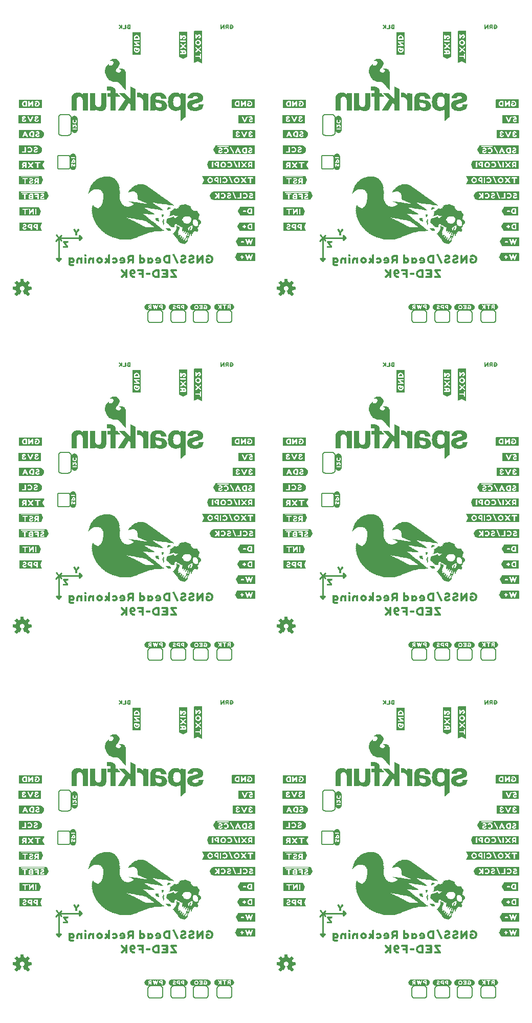
<source format=gbo>
G04 EAGLE Gerber RS-274X export*
G75*
%MOMM*%
%FSLAX34Y34*%
%LPD*%
%INSilkscreen Bottom*%
%IPPOS*%
%AMOC8*
5,1,8,0,0,1.08239X$1,22.5*%
G01*
%ADD10C,0.254000*%
%ADD11C,0.203200*%
%ADD12C,0.152400*%
%ADD13R,0.790000X0.050000*%
%ADD14R,1.240000X0.050000*%
%ADD15R,1.630000X0.050000*%
%ADD16R,1.880000X0.050000*%
%ADD17R,2.120000X0.040000*%
%ADD18R,2.370000X0.050000*%
%ADD19R,2.570000X0.050000*%
%ADD20R,2.720000X0.050000*%
%ADD21R,2.820000X0.050000*%
%ADD22R,2.970000X0.050000*%
%ADD23R,3.120000X0.050000*%
%ADD24R,3.210000X0.050000*%
%ADD25R,3.350000X0.050000*%
%ADD26R,3.450000X0.050000*%
%ADD27R,3.550000X0.050000*%
%ADD28R,3.650000X0.050000*%
%ADD29R,3.750000X0.050000*%
%ADD30R,3.800000X0.050000*%
%ADD31R,3.900000X0.050000*%
%ADD32R,3.950000X0.050000*%
%ADD33R,4.050000X0.040000*%
%ADD34R,4.100000X0.050000*%
%ADD35R,4.200000X0.050000*%
%ADD36R,4.250000X0.050000*%
%ADD37R,4.300000X0.050000*%
%ADD38R,4.350000X0.050000*%
%ADD39R,0.540000X0.050000*%
%ADD40R,4.400000X0.050000*%
%ADD41R,1.040000X0.050000*%
%ADD42R,4.450000X0.050000*%
%ADD43R,1.280000X0.050000*%
%ADD44R,4.500000X0.050000*%
%ADD45R,1.580000X0.050000*%
%ADD46R,4.550000X0.050000*%
%ADD47R,1.830000X0.050000*%
%ADD48R,4.590000X0.050000*%
%ADD49R,2.020000X0.050000*%
%ADD50R,4.640000X0.050000*%
%ADD51R,2.170000X0.050000*%
%ADD52R,4.690000X0.050000*%
%ADD53R,2.320000X0.050000*%
%ADD54R,4.740000X0.050000*%
%ADD55R,2.470000X0.050000*%
%ADD56R,2.620000X0.050000*%
%ADD57R,4.790000X0.050000*%
%ADD58R,2.770000X0.050000*%
%ADD59R,4.840000X0.050000*%
%ADD60R,2.860000X0.040000*%
%ADD61R,4.840000X0.040000*%
%ADD62R,3.010000X0.050000*%
%ADD63R,4.890000X0.050000*%
%ADD64R,3.110000X0.050000*%
%ADD65R,3.260000X0.050000*%
%ADD66R,4.940000X0.050000*%
%ADD67R,3.360000X0.050000*%
%ADD68R,3.460000X0.050000*%
%ADD69R,0.840000X0.050000*%
%ADD70R,3.610000X0.050000*%
%ADD71R,3.310000X0.050000*%
%ADD72R,0.740000X0.050000*%
%ADD73R,3.710000X0.050000*%
%ADD74R,0.590000X0.050000*%
%ADD75R,3.850000X0.050000*%
%ADD76R,0.490000X0.050000*%
%ADD77R,4.000000X0.050000*%
%ADD78R,3.070000X0.050000*%
%ADD79R,0.390000X0.050000*%
%ADD80R,4.140000X0.050000*%
%ADD81R,3.020000X0.050000*%
%ADD82R,0.350000X0.050000*%
%ADD83R,4.190000X0.050000*%
%ADD84R,0.300000X0.050000*%
%ADD85R,3.400000X0.050000*%
%ADD86R,0.440000X0.050000*%
%ADD87R,2.920000X0.050000*%
%ADD88R,0.240000X0.050000*%
%ADD89R,0.250000X0.050000*%
%ADD90R,0.100000X0.050000*%
%ADD91R,2.870000X0.050000*%
%ADD92R,0.200000X0.050000*%
%ADD93R,3.310000X0.040000*%
%ADD94R,2.870000X0.040000*%
%ADD95R,0.150000X0.040000*%
%ADD96R,0.150000X0.050000*%
%ADD97R,3.410000X0.050000*%
%ADD98R,0.050000X0.050000*%
%ADD99R,3.510000X0.050000*%
%ADD100R,3.600000X0.050000*%
%ADD101R,3.700000X0.050000*%
%ADD102R,4.050000X0.050000*%
%ADD103R,4.150000X0.040000*%
%ADD104R,2.770000X0.040000*%
%ADD105R,4.340000X0.050000*%
%ADD106R,4.440000X0.050000*%
%ADD107R,4.490000X0.050000*%
%ADD108R,4.540000X0.050000*%
%ADD109R,2.860000X0.050000*%
%ADD110R,2.910000X0.050000*%
%ADD111R,2.960000X0.050000*%
%ADD112R,4.290000X0.050000*%
%ADD113R,0.290000X0.050000*%
%ADD114R,4.190000X0.040000*%
%ADD115R,0.550000X0.040000*%
%ADD116R,3.010000X0.040000*%
%ADD117R,4.150000X0.050000*%
%ADD118R,1.090000X0.050000*%
%ADD119R,3.060000X0.050000*%
%ADD120R,1.140000X0.050000*%
%ADD121R,1.380000X0.050000*%
%ADD122R,1.530000X0.050000*%
%ADD123R,3.160000X0.050000*%
%ADD124R,1.980000X0.050000*%
%ADD125R,1.780000X0.050000*%
%ADD126R,1.680000X0.050000*%
%ADD127R,1.080000X0.050000*%
%ADD128R,2.070000X0.050000*%
%ADD129R,1.390000X0.050000*%
%ADD130R,0.690000X0.050000*%
%ADD131R,3.560000X0.050000*%
%ADD132R,0.140000X0.050000*%
%ADD133R,3.760000X0.050000*%
%ADD134R,3.860000X0.050000*%
%ADD135R,1.930000X0.040000*%
%ADD136R,9.630000X0.040000*%
%ADD137R,0.400000X0.040000*%
%ADD138R,9.770000X0.050000*%
%ADD139R,0.450000X0.050000*%
%ADD140R,9.870000X0.050000*%
%ADD141R,0.550000X0.050000*%
%ADD142R,2.030000X0.050000*%
%ADD143R,7.460000X0.050000*%
%ADD144R,0.650000X0.050000*%
%ADD145R,2.080000X0.050000*%
%ADD146R,7.600000X0.050000*%
%ADD147R,1.730000X0.050000*%
%ADD148R,8.740000X0.050000*%
%ADD149R,1.480000X0.050000*%
%ADD150R,8.840000X0.050000*%
%ADD151R,1.190000X0.050000*%
%ADD152R,8.940000X0.050000*%
%ADD153R,0.190000X0.050000*%
%ADD154R,0.990000X0.050000*%
%ADD155R,8.990000X0.050000*%
%ADD156R,9.090000X0.050000*%
%ADD157R,0.500000X0.050000*%
%ADD158R,9.140000X0.050000*%
%ADD159R,9.240000X0.050000*%
%ADD160R,9.340000X0.050000*%
%ADD161R,9.390000X0.050000*%
%ADD162R,9.480000X0.050000*%
%ADD163R,9.580000X0.050000*%
%ADD164R,9.630000X0.050000*%
%ADD165R,4.540000X0.040000*%
%ADD166R,9.730000X0.040000*%
%ADD167R,9.830000X0.050000*%
%ADD168R,9.880000X0.050000*%
%ADD169R,9.980000X0.050000*%
%ADD170R,10.080000X0.050000*%
%ADD171R,10.130000X0.050000*%
%ADD172R,10.180000X0.050000*%
%ADD173R,8.450000X0.050000*%
%ADD174R,4.990000X0.050000*%
%ADD175R,8.550000X0.050000*%
%ADD176R,0.340000X0.050000*%
%ADD177R,8.590000X0.050000*%
%ADD178R,0.400000X0.050000*%
%ADD179R,8.640000X0.050000*%
%ADD180R,1.290000X0.050000*%
%ADD181R,8.790000X0.050000*%
%ADD182R,1.530000X0.040000*%
%ADD183R,1.130000X0.040000*%
%ADD184R,0.100000X0.040000*%
%ADD185R,8.840000X0.040000*%
%ADD186R,1.130000X0.050000*%
%ADD187R,0.090000X0.050000*%
%ADD188R,1.330000X0.050000*%
%ADD189R,1.180000X0.050000*%
%ADD190R,5.530000X0.050000*%
%ADD191R,5.580000X0.050000*%
%ADD192R,0.890000X0.050000*%
%ADD193R,5.630000X0.050000*%
%ADD194R,5.780000X0.050000*%
%ADD195R,2.420000X0.050000*%
%ADD196R,5.830000X0.050000*%
%ADD197R,2.270000X0.050000*%
%ADD198R,5.930000X0.050000*%
%ADD199R,0.040000X0.050000*%
%ADD200R,6.020000X0.050000*%
%ADD201R,1.820000X0.050000*%
%ADD202R,6.070000X0.050000*%
%ADD203R,6.170000X0.050000*%
%ADD204R,1.430000X0.050000*%
%ADD205R,6.220000X0.050000*%
%ADD206R,2.670000X0.050000*%
%ADD207R,1.230000X0.050000*%
%ADD208R,6.320000X0.050000*%
%ADD209R,6.370000X0.050000*%
%ADD210R,6.470000X0.050000*%
%ADD211R,0.500000X0.040000*%
%ADD212R,0.340000X0.040000*%
%ADD213R,2.760000X0.040000*%
%ADD214R,0.290000X0.040000*%
%ADD215R,1.040000X0.040000*%
%ADD216R,6.520000X0.040000*%
%ADD217R,2.810000X0.050000*%
%ADD218R,6.610000X0.050000*%
%ADD219R,6.660000X0.050000*%
%ADD220R,6.760000X0.050000*%
%ADD221R,0.980000X0.050000*%
%ADD222R,6.810000X0.050000*%
%ADD223R,6.910000X0.050000*%
%ADD224R,0.930000X0.050000*%
%ADD225R,7.010000X0.050000*%
%ADD226R,0.940000X0.050000*%
%ADD227R,7.070000X0.050000*%
%ADD228R,2.760000X0.050000*%
%ADD229R,7.160000X0.050000*%
%ADD230R,2.660000X0.050000*%
%ADD231R,7.260000X0.050000*%
%ADD232R,7.310000X0.050000*%
%ADD233R,2.560000X0.050000*%
%ADD234R,2.520000X0.050000*%
%ADD235R,7.360000X0.050000*%
%ADD236R,7.510000X0.050000*%
%ADD237R,0.440000X0.040000*%
%ADD238R,1.680000X0.040000*%
%ADD239R,0.200000X0.040000*%
%ADD240R,0.640000X0.040000*%
%ADD241R,0.840000X0.040000*%
%ADD242R,7.560000X0.040000*%
%ADD243R,7.660000X0.050000*%
%ADD244R,7.700000X0.050000*%
%ADD245R,7.750000X0.050000*%
%ADD246R,7.800000X0.050000*%
%ADD247R,1.030000X0.050000*%
%ADD248R,10.170000X0.050000*%
%ADD249R,10.220000X0.050000*%
%ADD250R,0.640000X0.050000*%
%ADD251R,10.230000X0.050000*%
%ADD252R,10.280000X0.050000*%
%ADD253R,10.270000X0.050000*%
%ADD254R,1.780000X0.040000*%
%ADD255R,0.590000X0.040000*%
%ADD256R,9.780000X0.040000*%
%ADD257R,8.890000X0.050000*%
%ADD258R,8.440000X0.050000*%
%ADD259R,8.100000X0.050000*%
%ADD260R,7.500000X0.050000*%
%ADD261R,0.880000X0.050000*%
%ADD262R,7.060000X0.050000*%
%ADD263R,6.860000X0.050000*%
%ADD264R,0.600000X0.050000*%
%ADD265R,0.830000X0.050000*%
%ADD266R,6.620000X0.050000*%
%ADD267R,6.420000X0.050000*%
%ADD268R,6.180000X0.050000*%
%ADD269R,6.030000X0.050000*%
%ADD270R,5.330000X0.050000*%
%ADD271R,5.180000X0.050000*%
%ADD272R,0.890000X0.040000*%
%ADD273R,4.930000X0.040000*%
%ADD274R,1.970000X0.050000*%
%ADD275R,0.300000X0.040000*%
%ADD276R,1.090000X0.040000*%
%ADD277R,1.440000X0.050000*%
%ADD278R,1.340000X0.050000*%
%ADD279R,0.080000X0.040000*%
%ADD280R,0.120000X0.040000*%
%ADD281R,0.280000X0.040000*%
%ADD282R,0.240000X0.040000*%
%ADD283R,0.320000X0.040000*%
%ADD284R,0.600000X0.040000*%
%ADD285R,0.560000X0.040000*%
%ADD286R,0.520000X0.040000*%
%ADD287R,0.360000X0.040000*%
%ADD288R,0.800000X0.040000*%
%ADD289R,0.760000X0.040000*%

G36*
X848161Y793259D02*
X848161Y793259D01*
X848168Y793254D01*
X848668Y793454D01*
X848683Y793478D01*
X848690Y793484D01*
X848688Y793487D01*
X848693Y793495D01*
X848699Y793500D01*
X848699Y806300D01*
X848696Y806305D01*
X848699Y806308D01*
X848599Y806908D01*
X848555Y806949D01*
X848553Y806946D01*
X848550Y806949D01*
X845350Y806949D01*
X845303Y806913D01*
X845305Y806910D01*
X845302Y806909D01*
X845298Y806891D01*
X845272Y806944D01*
X845259Y806938D01*
X845250Y806949D01*
X761350Y806949D01*
X761341Y806942D01*
X761336Y806942D01*
X761334Y806941D01*
X761328Y806944D01*
X760928Y806744D01*
X760915Y806717D01*
X760905Y806709D01*
X760908Y806704D01*
X760902Y806691D01*
X760910Y806687D01*
X760906Y806678D01*
X763904Y800581D01*
X764097Y800004D01*
X760806Y793422D01*
X760806Y793421D01*
X760805Y793421D01*
X760807Y793419D01*
X760817Y793364D01*
X760834Y793367D01*
X760842Y793351D01*
X761442Y793251D01*
X761447Y793254D01*
X761450Y793251D01*
X848150Y793251D01*
X848161Y793259D01*
G37*
G36*
X848161Y1352059D02*
X848161Y1352059D01*
X848168Y1352054D01*
X848668Y1352254D01*
X848683Y1352278D01*
X848690Y1352284D01*
X848688Y1352287D01*
X848693Y1352295D01*
X848699Y1352300D01*
X848699Y1365100D01*
X848696Y1365105D01*
X848699Y1365108D01*
X848599Y1365708D01*
X848555Y1365749D01*
X848553Y1365746D01*
X848550Y1365749D01*
X845350Y1365749D01*
X845303Y1365713D01*
X845305Y1365710D01*
X845302Y1365709D01*
X845298Y1365691D01*
X845272Y1365744D01*
X845259Y1365738D01*
X845250Y1365749D01*
X761350Y1365749D01*
X761341Y1365742D01*
X761336Y1365742D01*
X761334Y1365741D01*
X761328Y1365744D01*
X760928Y1365544D01*
X760915Y1365517D01*
X760905Y1365509D01*
X760908Y1365504D01*
X760902Y1365491D01*
X760910Y1365487D01*
X760906Y1365478D01*
X763904Y1359381D01*
X764097Y1358804D01*
X760806Y1352222D01*
X760806Y1352221D01*
X760805Y1352221D01*
X760807Y1352219D01*
X760817Y1352164D01*
X760834Y1352167D01*
X760842Y1352151D01*
X761442Y1352051D01*
X761447Y1352054D01*
X761450Y1352051D01*
X848150Y1352051D01*
X848161Y1352059D01*
G37*
G36*
X411281Y1352059D02*
X411281Y1352059D01*
X411288Y1352054D01*
X411788Y1352254D01*
X411803Y1352278D01*
X411810Y1352284D01*
X411808Y1352287D01*
X411813Y1352295D01*
X411819Y1352300D01*
X411819Y1365100D01*
X411816Y1365105D01*
X411819Y1365108D01*
X411719Y1365708D01*
X411675Y1365749D01*
X411673Y1365746D01*
X411670Y1365749D01*
X408470Y1365749D01*
X408423Y1365713D01*
X408425Y1365710D01*
X408422Y1365709D01*
X408418Y1365691D01*
X408392Y1365744D01*
X408379Y1365738D01*
X408370Y1365749D01*
X324470Y1365749D01*
X324461Y1365742D01*
X324456Y1365742D01*
X324454Y1365741D01*
X324448Y1365744D01*
X324048Y1365544D01*
X324035Y1365517D01*
X324025Y1365509D01*
X324028Y1365504D01*
X324022Y1365491D01*
X324030Y1365487D01*
X324026Y1365478D01*
X327024Y1359381D01*
X327217Y1358804D01*
X323926Y1352222D01*
X323926Y1352221D01*
X323925Y1352221D01*
X323927Y1352219D01*
X323937Y1352164D01*
X323954Y1352167D01*
X323962Y1352151D01*
X324562Y1352051D01*
X324567Y1352054D01*
X324570Y1352051D01*
X411270Y1352051D01*
X411281Y1352059D01*
G37*
G36*
X411281Y793259D02*
X411281Y793259D01*
X411288Y793254D01*
X411788Y793454D01*
X411803Y793478D01*
X411810Y793484D01*
X411808Y793487D01*
X411813Y793495D01*
X411819Y793500D01*
X411819Y806300D01*
X411816Y806305D01*
X411819Y806308D01*
X411719Y806908D01*
X411675Y806949D01*
X411673Y806946D01*
X411670Y806949D01*
X408470Y806949D01*
X408423Y806913D01*
X408425Y806910D01*
X408422Y806909D01*
X408418Y806891D01*
X408392Y806944D01*
X408379Y806938D01*
X408370Y806949D01*
X324470Y806949D01*
X324461Y806942D01*
X324456Y806942D01*
X324454Y806941D01*
X324448Y806944D01*
X324048Y806744D01*
X324035Y806717D01*
X324025Y806709D01*
X324028Y806704D01*
X324022Y806691D01*
X324030Y806687D01*
X324026Y806678D01*
X327024Y800581D01*
X327217Y800004D01*
X323926Y793422D01*
X323926Y793421D01*
X323925Y793421D01*
X323927Y793419D01*
X323937Y793364D01*
X323954Y793367D01*
X323962Y793351D01*
X324562Y793251D01*
X324567Y793254D01*
X324570Y793251D01*
X411270Y793251D01*
X411281Y793259D01*
G37*
G36*
X411281Y234459D02*
X411281Y234459D01*
X411288Y234454D01*
X411788Y234654D01*
X411803Y234678D01*
X411810Y234684D01*
X411808Y234687D01*
X411813Y234695D01*
X411819Y234700D01*
X411819Y247500D01*
X411816Y247505D01*
X411819Y247508D01*
X411719Y248108D01*
X411675Y248149D01*
X411673Y248146D01*
X411670Y248149D01*
X408470Y248149D01*
X408423Y248113D01*
X408425Y248110D01*
X408422Y248109D01*
X408418Y248091D01*
X408392Y248144D01*
X408379Y248138D01*
X408370Y248149D01*
X324470Y248149D01*
X324461Y248142D01*
X324456Y248142D01*
X324454Y248141D01*
X324448Y248144D01*
X324048Y247944D01*
X324035Y247917D01*
X324025Y247909D01*
X324028Y247904D01*
X324022Y247891D01*
X324030Y247887D01*
X324026Y247878D01*
X327024Y241781D01*
X327217Y241204D01*
X323926Y234622D01*
X323926Y234621D01*
X323925Y234621D01*
X323927Y234619D01*
X323937Y234564D01*
X323954Y234567D01*
X323962Y234551D01*
X324562Y234451D01*
X324567Y234454D01*
X324570Y234451D01*
X411270Y234451D01*
X411281Y234459D01*
G37*
G36*
X848161Y234459D02*
X848161Y234459D01*
X848168Y234454D01*
X848668Y234654D01*
X848683Y234678D01*
X848690Y234684D01*
X848688Y234687D01*
X848693Y234695D01*
X848699Y234700D01*
X848699Y247500D01*
X848696Y247505D01*
X848699Y247508D01*
X848599Y248108D01*
X848555Y248149D01*
X848553Y248146D01*
X848550Y248149D01*
X845350Y248149D01*
X845303Y248113D01*
X845305Y248110D01*
X845302Y248109D01*
X845298Y248091D01*
X845272Y248144D01*
X845259Y248138D01*
X845250Y248149D01*
X761350Y248149D01*
X761341Y248142D01*
X761336Y248142D01*
X761334Y248141D01*
X761328Y248144D01*
X760928Y247944D01*
X760915Y247917D01*
X760905Y247909D01*
X760908Y247904D01*
X760902Y247891D01*
X760910Y247887D01*
X760906Y247878D01*
X763904Y241781D01*
X764097Y241204D01*
X760806Y234622D01*
X760806Y234621D01*
X760805Y234621D01*
X760807Y234619D01*
X760817Y234564D01*
X760834Y234567D01*
X760842Y234551D01*
X761442Y234451D01*
X761447Y234454D01*
X761450Y234451D01*
X848150Y234451D01*
X848161Y234459D01*
G37*
G36*
X847084Y818854D02*
X847084Y818854D01*
X847087Y818851D01*
X847787Y818951D01*
X847829Y818994D01*
X847825Y818997D01*
X847829Y819000D01*
X847829Y831800D01*
X847826Y831804D01*
X847829Y831807D01*
X847729Y832507D01*
X847686Y832549D01*
X847683Y832545D01*
X847680Y832549D01*
X772580Y832549D01*
X772571Y832542D01*
X772564Y832547D01*
X771964Y832347D01*
X771950Y832325D01*
X771936Y832323D01*
X768836Y826323D01*
X768837Y826317D01*
X768833Y826316D01*
X768633Y825716D01*
X768635Y825710D01*
X768634Y825710D01*
X768636Y825708D01*
X768642Y825690D01*
X768636Y825678D01*
X771936Y818978D01*
X771966Y818963D01*
X771972Y818951D01*
X772572Y818851D01*
X772577Y818854D01*
X772580Y818851D01*
X847080Y818851D01*
X847084Y818854D01*
G37*
G36*
X410204Y818854D02*
X410204Y818854D01*
X410207Y818851D01*
X410907Y818951D01*
X410949Y818994D01*
X410945Y818997D01*
X410949Y819000D01*
X410949Y831800D01*
X410946Y831804D01*
X410949Y831807D01*
X410849Y832507D01*
X410806Y832549D01*
X410803Y832545D01*
X410800Y832549D01*
X335700Y832549D01*
X335691Y832542D01*
X335684Y832547D01*
X335084Y832347D01*
X335070Y832325D01*
X335056Y832323D01*
X331956Y826323D01*
X331957Y826317D01*
X331953Y826316D01*
X331753Y825716D01*
X331755Y825710D01*
X331754Y825710D01*
X331756Y825708D01*
X331762Y825690D01*
X331756Y825678D01*
X335056Y818978D01*
X335086Y818963D01*
X335092Y818951D01*
X335692Y818851D01*
X335697Y818854D01*
X335700Y818851D01*
X410200Y818851D01*
X410204Y818854D01*
G37*
G36*
X847084Y1377654D02*
X847084Y1377654D01*
X847087Y1377651D01*
X847787Y1377751D01*
X847829Y1377794D01*
X847825Y1377797D01*
X847829Y1377800D01*
X847829Y1390600D01*
X847826Y1390604D01*
X847829Y1390607D01*
X847729Y1391307D01*
X847686Y1391349D01*
X847683Y1391345D01*
X847680Y1391349D01*
X772580Y1391349D01*
X772571Y1391342D01*
X772564Y1391347D01*
X771964Y1391147D01*
X771950Y1391125D01*
X771936Y1391123D01*
X768836Y1385123D01*
X768837Y1385117D01*
X768833Y1385116D01*
X768633Y1384516D01*
X768635Y1384510D01*
X768634Y1384510D01*
X768636Y1384508D01*
X768642Y1384490D01*
X768636Y1384478D01*
X771936Y1377778D01*
X771966Y1377763D01*
X771972Y1377751D01*
X772572Y1377651D01*
X772577Y1377654D01*
X772580Y1377651D01*
X847080Y1377651D01*
X847084Y1377654D01*
G37*
G36*
X410204Y260054D02*
X410204Y260054D01*
X410207Y260051D01*
X410907Y260151D01*
X410949Y260194D01*
X410945Y260197D01*
X410949Y260200D01*
X410949Y273000D01*
X410946Y273004D01*
X410949Y273007D01*
X410849Y273707D01*
X410806Y273749D01*
X410803Y273745D01*
X410800Y273749D01*
X335700Y273749D01*
X335691Y273742D01*
X335684Y273747D01*
X335084Y273547D01*
X335070Y273525D01*
X335056Y273523D01*
X331956Y267523D01*
X331957Y267517D01*
X331953Y267516D01*
X331753Y266916D01*
X331755Y266910D01*
X331754Y266910D01*
X331756Y266908D01*
X331762Y266890D01*
X331756Y266878D01*
X335056Y260178D01*
X335086Y260163D01*
X335092Y260151D01*
X335692Y260051D01*
X335697Y260054D01*
X335700Y260051D01*
X410200Y260051D01*
X410204Y260054D01*
G37*
G36*
X847084Y260054D02*
X847084Y260054D01*
X847087Y260051D01*
X847787Y260151D01*
X847829Y260194D01*
X847825Y260197D01*
X847829Y260200D01*
X847829Y273000D01*
X847826Y273004D01*
X847829Y273007D01*
X847729Y273707D01*
X847686Y273749D01*
X847683Y273745D01*
X847680Y273749D01*
X772580Y273749D01*
X772571Y273742D01*
X772564Y273747D01*
X771964Y273547D01*
X771950Y273525D01*
X771936Y273523D01*
X768836Y267523D01*
X768837Y267517D01*
X768833Y267516D01*
X768633Y266916D01*
X768635Y266910D01*
X768634Y266910D01*
X768636Y266908D01*
X768642Y266890D01*
X768636Y266878D01*
X771936Y260178D01*
X771966Y260163D01*
X771972Y260151D01*
X772572Y260051D01*
X772577Y260054D01*
X772580Y260051D01*
X847080Y260051D01*
X847084Y260054D01*
G37*
G36*
X410204Y1377654D02*
X410204Y1377654D01*
X410207Y1377651D01*
X410907Y1377751D01*
X410949Y1377794D01*
X410945Y1377797D01*
X410949Y1377800D01*
X410949Y1390600D01*
X410946Y1390604D01*
X410949Y1390607D01*
X410849Y1391307D01*
X410806Y1391349D01*
X410803Y1391345D01*
X410800Y1391349D01*
X335700Y1391349D01*
X335691Y1391342D01*
X335684Y1391347D01*
X335084Y1391147D01*
X335070Y1391125D01*
X335056Y1391123D01*
X331956Y1385123D01*
X331957Y1385117D01*
X331953Y1385116D01*
X331753Y1384516D01*
X331755Y1384510D01*
X331754Y1384510D01*
X331756Y1384508D01*
X331762Y1384490D01*
X331756Y1384478D01*
X335056Y1377778D01*
X335086Y1377763D01*
X335092Y1377751D01*
X335692Y1377651D01*
X335697Y1377654D01*
X335700Y1377651D01*
X410200Y1377651D01*
X410204Y1377654D01*
G37*
G36*
X848727Y1326387D02*
X848727Y1326387D01*
X848725Y1326390D01*
X848729Y1326392D01*
X848829Y1326992D01*
X848826Y1326997D01*
X848829Y1327000D01*
X848829Y1339900D01*
X848793Y1339947D01*
X848789Y1339944D01*
X848787Y1339949D01*
X848087Y1340049D01*
X848082Y1340046D01*
X848080Y1340049D01*
X780280Y1340049D01*
X780276Y1340046D01*
X780273Y1340049D01*
X779573Y1339949D01*
X779572Y1339948D01*
X779572Y1339949D01*
X778972Y1339849D01*
X778969Y1339845D01*
X778966Y1339847D01*
X778266Y1339647D01*
X778265Y1339646D01*
X778264Y1339647D01*
X777664Y1339447D01*
X777661Y1339442D01*
X777658Y1339444D01*
X777058Y1339144D01*
X777056Y1339140D01*
X777053Y1339141D01*
X776453Y1338741D01*
X776452Y1338738D01*
X776449Y1338738D01*
X775949Y1338338D01*
X775948Y1338334D01*
X775945Y1338335D01*
X775445Y1337835D01*
X775445Y1337831D01*
X775442Y1337831D01*
X774642Y1336831D01*
X774641Y1336827D01*
X774639Y1336827D01*
X774239Y1336227D01*
X774240Y1336219D01*
X774237Y1336217D01*
X774233Y1336216D01*
X774033Y1335616D01*
X774034Y1335614D01*
X774033Y1335614D01*
X774021Y1335574D01*
X774007Y1335525D01*
X773965Y1335377D01*
X773923Y1335229D01*
X773909Y1335180D01*
X773867Y1335032D01*
X773833Y1334914D01*
X773824Y1334884D01*
X773810Y1334835D01*
X773768Y1334687D01*
X773726Y1334540D01*
X773712Y1334490D01*
X773670Y1334343D01*
X773633Y1334214D01*
X773636Y1334204D01*
X773631Y1334200D01*
X773631Y1332200D01*
X773638Y1332191D01*
X773633Y1332184D01*
X773832Y1331589D01*
X773931Y1330893D01*
X773939Y1330885D01*
X773936Y1330878D01*
X774536Y1329678D01*
X774540Y1329676D01*
X774539Y1329673D01*
X774939Y1329073D01*
X774942Y1329072D01*
X774942Y1329069D01*
X775342Y1328569D01*
X775346Y1328568D01*
X775345Y1328565D01*
X775845Y1328065D01*
X775852Y1328064D01*
X775853Y1328059D01*
X776451Y1327660D01*
X776949Y1327262D01*
X776957Y1327261D01*
X776958Y1327256D01*
X777558Y1326956D01*
X777565Y1326957D01*
X777566Y1326953D01*
X778265Y1326753D01*
X778864Y1326553D01*
X778871Y1326555D01*
X778873Y1326551D01*
X780273Y1326351D01*
X780278Y1326354D01*
X780280Y1326351D01*
X848680Y1326351D01*
X848727Y1326387D01*
G37*
G36*
X411847Y1326387D02*
X411847Y1326387D01*
X411845Y1326390D01*
X411849Y1326392D01*
X411949Y1326992D01*
X411946Y1326997D01*
X411949Y1327000D01*
X411949Y1339900D01*
X411913Y1339947D01*
X411909Y1339944D01*
X411907Y1339949D01*
X411207Y1340049D01*
X411202Y1340046D01*
X411200Y1340049D01*
X343400Y1340049D01*
X343396Y1340046D01*
X343393Y1340049D01*
X342693Y1339949D01*
X342692Y1339948D01*
X342692Y1339949D01*
X342092Y1339849D01*
X342089Y1339845D01*
X342086Y1339847D01*
X341386Y1339647D01*
X341385Y1339646D01*
X341384Y1339647D01*
X340784Y1339447D01*
X340781Y1339442D01*
X340778Y1339444D01*
X340178Y1339144D01*
X340176Y1339140D01*
X340173Y1339141D01*
X339573Y1338741D01*
X339572Y1338738D01*
X339569Y1338738D01*
X339069Y1338338D01*
X339068Y1338334D01*
X339065Y1338335D01*
X338565Y1337835D01*
X338565Y1337831D01*
X338562Y1337831D01*
X337762Y1336831D01*
X337761Y1336827D01*
X337759Y1336827D01*
X337359Y1336227D01*
X337360Y1336219D01*
X337357Y1336217D01*
X337353Y1336216D01*
X337153Y1335616D01*
X337154Y1335614D01*
X337153Y1335614D01*
X337141Y1335574D01*
X337127Y1335525D01*
X337085Y1335377D01*
X337043Y1335229D01*
X337029Y1335180D01*
X336987Y1335032D01*
X336953Y1334914D01*
X336944Y1334884D01*
X336930Y1334835D01*
X336888Y1334687D01*
X336846Y1334540D01*
X336832Y1334490D01*
X336790Y1334343D01*
X336753Y1334214D01*
X336756Y1334204D01*
X336751Y1334200D01*
X336751Y1332200D01*
X336758Y1332191D01*
X336753Y1332184D01*
X336952Y1331589D01*
X337051Y1330893D01*
X337059Y1330885D01*
X337056Y1330878D01*
X337656Y1329678D01*
X337660Y1329676D01*
X337659Y1329673D01*
X338059Y1329073D01*
X338062Y1329072D01*
X338062Y1329069D01*
X338462Y1328569D01*
X338466Y1328568D01*
X338465Y1328565D01*
X338965Y1328065D01*
X338972Y1328064D01*
X338973Y1328059D01*
X339571Y1327660D01*
X340069Y1327262D01*
X340077Y1327261D01*
X340078Y1327256D01*
X340678Y1326956D01*
X340685Y1326957D01*
X340686Y1326953D01*
X341385Y1326753D01*
X341984Y1326553D01*
X341991Y1326555D01*
X341993Y1326551D01*
X343393Y1326351D01*
X343398Y1326354D01*
X343400Y1326351D01*
X411800Y1326351D01*
X411847Y1326387D01*
G37*
G36*
X411847Y767587D02*
X411847Y767587D01*
X411845Y767590D01*
X411849Y767592D01*
X411949Y768192D01*
X411946Y768197D01*
X411949Y768200D01*
X411949Y781100D01*
X411913Y781147D01*
X411909Y781144D01*
X411907Y781149D01*
X411207Y781249D01*
X411202Y781246D01*
X411200Y781249D01*
X343400Y781249D01*
X343396Y781246D01*
X343393Y781249D01*
X342693Y781149D01*
X342692Y781148D01*
X342692Y781149D01*
X342092Y781049D01*
X342089Y781045D01*
X342086Y781047D01*
X341386Y780847D01*
X341385Y780846D01*
X341384Y780847D01*
X340784Y780647D01*
X340781Y780642D01*
X340778Y780644D01*
X340178Y780344D01*
X340176Y780340D01*
X340173Y780341D01*
X339573Y779941D01*
X339572Y779938D01*
X339569Y779938D01*
X339069Y779538D01*
X339068Y779534D01*
X339065Y779535D01*
X338565Y779035D01*
X338565Y779031D01*
X338562Y779031D01*
X337762Y778031D01*
X337761Y778027D01*
X337759Y778027D01*
X337359Y777427D01*
X337360Y777419D01*
X337357Y777417D01*
X337353Y777416D01*
X337153Y776816D01*
X337154Y776814D01*
X337153Y776814D01*
X337141Y776774D01*
X337127Y776725D01*
X337085Y776577D01*
X337043Y776429D01*
X337029Y776380D01*
X336987Y776232D01*
X336953Y776114D01*
X336944Y776084D01*
X336930Y776035D01*
X336888Y775887D01*
X336846Y775740D01*
X336832Y775690D01*
X336790Y775543D01*
X336753Y775414D01*
X336756Y775404D01*
X336751Y775400D01*
X336751Y773400D01*
X336758Y773391D01*
X336753Y773384D01*
X336952Y772789D01*
X337051Y772093D01*
X337059Y772085D01*
X337056Y772078D01*
X337656Y770878D01*
X337660Y770876D01*
X337659Y770873D01*
X338059Y770273D01*
X338062Y770272D01*
X338062Y770269D01*
X338462Y769769D01*
X338466Y769768D01*
X338465Y769765D01*
X338965Y769265D01*
X338972Y769264D01*
X338973Y769259D01*
X339571Y768860D01*
X340069Y768462D01*
X340077Y768461D01*
X340078Y768456D01*
X340678Y768156D01*
X340685Y768157D01*
X340686Y768153D01*
X341385Y767953D01*
X341984Y767753D01*
X341991Y767755D01*
X341993Y767751D01*
X343393Y767551D01*
X343398Y767554D01*
X343400Y767551D01*
X411800Y767551D01*
X411847Y767587D01*
G37*
G36*
X848727Y767587D02*
X848727Y767587D01*
X848725Y767590D01*
X848729Y767592D01*
X848829Y768192D01*
X848826Y768197D01*
X848829Y768200D01*
X848829Y781100D01*
X848793Y781147D01*
X848789Y781144D01*
X848787Y781149D01*
X848087Y781249D01*
X848082Y781246D01*
X848080Y781249D01*
X780280Y781249D01*
X780276Y781246D01*
X780273Y781249D01*
X779573Y781149D01*
X779572Y781148D01*
X779572Y781149D01*
X778972Y781049D01*
X778969Y781045D01*
X778966Y781047D01*
X778266Y780847D01*
X778265Y780846D01*
X778264Y780847D01*
X777664Y780647D01*
X777661Y780642D01*
X777658Y780644D01*
X777058Y780344D01*
X777056Y780340D01*
X777053Y780341D01*
X776453Y779941D01*
X776452Y779938D01*
X776449Y779938D01*
X775949Y779538D01*
X775948Y779534D01*
X775945Y779535D01*
X775445Y779035D01*
X775445Y779031D01*
X775442Y779031D01*
X774642Y778031D01*
X774641Y778027D01*
X774639Y778027D01*
X774239Y777427D01*
X774240Y777419D01*
X774237Y777417D01*
X774233Y777416D01*
X774033Y776816D01*
X774034Y776814D01*
X774033Y776814D01*
X774021Y776774D01*
X774007Y776725D01*
X773965Y776577D01*
X773923Y776429D01*
X773909Y776380D01*
X773867Y776232D01*
X773833Y776114D01*
X773824Y776084D01*
X773810Y776035D01*
X773768Y775887D01*
X773726Y775740D01*
X773712Y775690D01*
X773670Y775543D01*
X773633Y775414D01*
X773636Y775404D01*
X773631Y775400D01*
X773631Y773400D01*
X773638Y773391D01*
X773633Y773384D01*
X773832Y772789D01*
X773931Y772093D01*
X773939Y772085D01*
X773936Y772078D01*
X774536Y770878D01*
X774540Y770876D01*
X774539Y770873D01*
X774939Y770273D01*
X774942Y770272D01*
X774942Y770269D01*
X775342Y769769D01*
X775346Y769768D01*
X775345Y769765D01*
X775845Y769265D01*
X775852Y769264D01*
X775853Y769259D01*
X776451Y768860D01*
X776949Y768462D01*
X776957Y768461D01*
X776958Y768456D01*
X777558Y768156D01*
X777565Y768157D01*
X777566Y768153D01*
X778265Y767953D01*
X778864Y767753D01*
X778871Y767755D01*
X778873Y767751D01*
X780273Y767551D01*
X780278Y767554D01*
X780280Y767551D01*
X848680Y767551D01*
X848727Y767587D01*
G37*
G36*
X848727Y208787D02*
X848727Y208787D01*
X848725Y208790D01*
X848729Y208792D01*
X848829Y209392D01*
X848826Y209397D01*
X848829Y209400D01*
X848829Y222300D01*
X848793Y222347D01*
X848789Y222344D01*
X848787Y222349D01*
X848087Y222449D01*
X848082Y222446D01*
X848080Y222449D01*
X780280Y222449D01*
X780276Y222446D01*
X780273Y222449D01*
X779573Y222349D01*
X779572Y222348D01*
X779572Y222349D01*
X778972Y222249D01*
X778969Y222245D01*
X778966Y222247D01*
X778266Y222047D01*
X778265Y222046D01*
X778264Y222047D01*
X777664Y221847D01*
X777661Y221842D01*
X777658Y221844D01*
X777058Y221544D01*
X777056Y221540D01*
X777053Y221541D01*
X776453Y221141D01*
X776452Y221138D01*
X776449Y221138D01*
X775949Y220738D01*
X775948Y220734D01*
X775945Y220735D01*
X775445Y220235D01*
X775445Y220231D01*
X775442Y220231D01*
X774642Y219231D01*
X774641Y219227D01*
X774639Y219227D01*
X774239Y218627D01*
X774240Y218619D01*
X774237Y218617D01*
X774233Y218616D01*
X774033Y218016D01*
X774034Y218014D01*
X774033Y218014D01*
X774021Y217974D01*
X774007Y217925D01*
X773965Y217777D01*
X773923Y217629D01*
X773909Y217580D01*
X773867Y217432D01*
X773833Y217314D01*
X773824Y217284D01*
X773810Y217235D01*
X773768Y217087D01*
X773726Y216940D01*
X773712Y216890D01*
X773670Y216743D01*
X773633Y216614D01*
X773636Y216604D01*
X773631Y216600D01*
X773631Y214600D01*
X773638Y214591D01*
X773633Y214584D01*
X773832Y213989D01*
X773931Y213293D01*
X773939Y213285D01*
X773936Y213278D01*
X774536Y212078D01*
X774540Y212076D01*
X774539Y212073D01*
X774939Y211473D01*
X774942Y211472D01*
X774942Y211469D01*
X775342Y210969D01*
X775346Y210968D01*
X775345Y210965D01*
X775845Y210465D01*
X775852Y210464D01*
X775853Y210459D01*
X776451Y210060D01*
X776949Y209662D01*
X776957Y209661D01*
X776958Y209656D01*
X777558Y209356D01*
X777565Y209357D01*
X777566Y209353D01*
X778265Y209153D01*
X778864Y208953D01*
X778871Y208955D01*
X778873Y208951D01*
X780273Y208751D01*
X780278Y208754D01*
X780280Y208751D01*
X848680Y208751D01*
X848727Y208787D01*
G37*
G36*
X411847Y208787D02*
X411847Y208787D01*
X411845Y208790D01*
X411849Y208792D01*
X411949Y209392D01*
X411946Y209397D01*
X411949Y209400D01*
X411949Y222300D01*
X411913Y222347D01*
X411909Y222344D01*
X411907Y222349D01*
X411207Y222449D01*
X411202Y222446D01*
X411200Y222449D01*
X343400Y222449D01*
X343396Y222446D01*
X343393Y222449D01*
X342693Y222349D01*
X342692Y222348D01*
X342692Y222349D01*
X342092Y222249D01*
X342089Y222245D01*
X342086Y222247D01*
X341386Y222047D01*
X341385Y222046D01*
X341384Y222047D01*
X340784Y221847D01*
X340781Y221842D01*
X340778Y221844D01*
X340178Y221544D01*
X340176Y221540D01*
X340173Y221541D01*
X339573Y221141D01*
X339572Y221138D01*
X339569Y221138D01*
X339069Y220738D01*
X339068Y220734D01*
X339065Y220735D01*
X338565Y220235D01*
X338565Y220231D01*
X338562Y220231D01*
X337762Y219231D01*
X337761Y219227D01*
X337759Y219227D01*
X337359Y218627D01*
X337360Y218619D01*
X337357Y218617D01*
X337353Y218616D01*
X337153Y218016D01*
X337154Y218014D01*
X337153Y218014D01*
X337141Y217974D01*
X337127Y217925D01*
X337085Y217777D01*
X337043Y217629D01*
X337029Y217580D01*
X336987Y217432D01*
X336953Y217314D01*
X336944Y217284D01*
X336930Y217235D01*
X336888Y217087D01*
X336846Y216940D01*
X336832Y216890D01*
X336790Y216743D01*
X336753Y216614D01*
X336756Y216604D01*
X336751Y216600D01*
X336751Y214600D01*
X336758Y214591D01*
X336753Y214584D01*
X336952Y213989D01*
X337051Y213293D01*
X337059Y213285D01*
X337056Y213278D01*
X337656Y212078D01*
X337660Y212076D01*
X337659Y212073D01*
X338059Y211473D01*
X338062Y211472D01*
X338062Y211469D01*
X338462Y210969D01*
X338466Y210968D01*
X338465Y210965D01*
X338965Y210465D01*
X338972Y210464D01*
X338973Y210459D01*
X339571Y210060D01*
X340069Y209662D01*
X340077Y209661D01*
X340078Y209656D01*
X340678Y209356D01*
X340685Y209357D01*
X340686Y209353D01*
X341385Y209153D01*
X341984Y208953D01*
X341991Y208955D01*
X341993Y208951D01*
X343393Y208751D01*
X343398Y208754D01*
X343400Y208751D01*
X411800Y208751D01*
X411847Y208787D01*
G37*
G36*
X633934Y1508220D02*
X633934Y1508220D01*
X634021Y1508223D01*
X634021Y1508224D01*
X634022Y1508224D01*
X634097Y1508265D01*
X634173Y1508306D01*
X634173Y1508307D01*
X634174Y1508307D01*
X634225Y1508379D01*
X634273Y1508448D01*
X634273Y1508449D01*
X634274Y1508456D01*
X634300Y1508590D01*
X634300Y1536190D01*
X634296Y1536210D01*
X634297Y1536237D01*
X634097Y1537837D01*
X634086Y1537869D01*
X634078Y1537918D01*
X633578Y1539318D01*
X633570Y1539330D01*
X633566Y1539347D01*
X633066Y1540447D01*
X633048Y1540471D01*
X633032Y1540508D01*
X632332Y1541508D01*
X632313Y1541525D01*
X632302Y1541544D01*
X632280Y1541560D01*
X632253Y1541590D01*
X631353Y1542290D01*
X631342Y1542295D01*
X631331Y1542306D01*
X630431Y1542906D01*
X630400Y1542918D01*
X630361Y1542943D01*
X629361Y1543343D01*
X629346Y1543345D01*
X629329Y1543354D01*
X628329Y1543654D01*
X628310Y1543655D01*
X628288Y1543664D01*
X627188Y1543864D01*
X627159Y1543863D01*
X627120Y1543870D01*
X625420Y1543870D01*
X625397Y1543865D01*
X625366Y1543866D01*
X624666Y1543766D01*
X624633Y1543753D01*
X624579Y1543743D01*
X624089Y1543547D01*
X623858Y1543470D01*
X623720Y1543470D01*
X623551Y1543431D01*
X623418Y1543321D01*
X623347Y1543162D01*
X623353Y1542989D01*
X623436Y1542837D01*
X623578Y1542737D01*
X623699Y1542714D01*
X623909Y1542574D01*
X623940Y1542562D01*
X624028Y1542521D01*
X624353Y1542440D01*
X624692Y1542186D01*
X624708Y1542179D01*
X624724Y1542164D01*
X625684Y1541588D01*
X626018Y1541254D01*
X626272Y1540830D01*
X626440Y1540328D01*
X626440Y1539752D01*
X626271Y1539246D01*
X625906Y1538608D01*
X625459Y1538071D01*
X624830Y1537622D01*
X623992Y1537249D01*
X622981Y1536973D01*
X621481Y1537067D01*
X620067Y1537444D01*
X618981Y1538078D01*
X618254Y1539078D01*
X617806Y1540153D01*
X617895Y1541404D01*
X618449Y1542789D01*
X619698Y1544231D01*
X621389Y1545921D01*
X621403Y1545943D01*
X621428Y1545967D01*
X622728Y1547767D01*
X622734Y1547782D01*
X622748Y1547797D01*
X623748Y1549497D01*
X623759Y1549534D01*
X623791Y1549608D01*
X624191Y1551408D01*
X624191Y1551441D01*
X624200Y1551490D01*
X624200Y1553190D01*
X624191Y1553228D01*
X624183Y1553303D01*
X623683Y1554903D01*
X623663Y1554937D01*
X623633Y1555005D01*
X622533Y1556605D01*
X622506Y1556630D01*
X622472Y1556675D01*
X620772Y1558175D01*
X620737Y1558194D01*
X620684Y1558233D01*
X618384Y1559333D01*
X618351Y1559340D01*
X618304Y1559361D01*
X616104Y1559861D01*
X616066Y1559861D01*
X616001Y1559870D01*
X614001Y1559770D01*
X613975Y1559762D01*
X613938Y1559761D01*
X612138Y1559361D01*
X612107Y1559347D01*
X612059Y1559335D01*
X610559Y1558635D01*
X610555Y1558632D01*
X610550Y1558630D01*
X610016Y1558363D01*
X609350Y1558030D01*
X609328Y1558012D01*
X609292Y1557994D01*
X608492Y1557394D01*
X608477Y1557376D01*
X608451Y1557359D01*
X608251Y1557159D01*
X608238Y1557137D01*
X608218Y1557121D01*
X608192Y1557064D01*
X608160Y1557012D01*
X608157Y1556986D01*
X608147Y1556962D01*
X608149Y1556901D01*
X608143Y1556839D01*
X608152Y1556815D01*
X608153Y1556789D01*
X608183Y1556735D01*
X608205Y1556677D01*
X608224Y1556660D01*
X608236Y1556637D01*
X608287Y1556602D01*
X608332Y1556560D01*
X608357Y1556552D01*
X608378Y1556537D01*
X608462Y1556521D01*
X608498Y1556510D01*
X608508Y1556512D01*
X608520Y1556510D01*
X608620Y1556510D01*
X608656Y1556518D01*
X608712Y1556521D01*
X609098Y1556618D01*
X609651Y1556710D01*
X610296Y1556710D01*
X611035Y1556617D01*
X611874Y1556338D01*
X612608Y1555971D01*
X613248Y1555422D01*
X613709Y1554869D01*
X613972Y1554430D01*
X614140Y1553928D01*
X614140Y1552852D01*
X613971Y1552346D01*
X613599Y1551696D01*
X613129Y1551037D01*
X611974Y1549881D01*
X611315Y1549411D01*
X610640Y1549025D01*
X610304Y1548857D01*
X609868Y1548639D01*
X609125Y1548361D01*
X608493Y1548270D01*
X607998Y1548270D01*
X607417Y1548519D01*
X607023Y1548835D01*
X606772Y1549336D01*
X606600Y1549852D01*
X606600Y1550828D01*
X606681Y1551070D01*
X606683Y1551091D01*
X606689Y1551106D01*
X606688Y1551129D01*
X606700Y1551190D01*
X606700Y1551390D01*
X606686Y1551453D01*
X606678Y1551517D01*
X606666Y1551536D01*
X606661Y1551559D01*
X606620Y1551609D01*
X606585Y1551663D01*
X606565Y1551675D01*
X606551Y1551692D01*
X606492Y1551719D01*
X606437Y1551752D01*
X606414Y1551754D01*
X606392Y1551763D01*
X606328Y1551761D01*
X606264Y1551766D01*
X606239Y1551757D01*
X606219Y1551757D01*
X606186Y1551738D01*
X606127Y1551718D01*
X604427Y1550718D01*
X604399Y1550691D01*
X604343Y1550651D01*
X602743Y1548951D01*
X602727Y1548922D01*
X602695Y1548888D01*
X601295Y1546588D01*
X601285Y1546556D01*
X601261Y1546514D01*
X600261Y1543614D01*
X600258Y1543586D01*
X600244Y1543549D01*
X599744Y1540349D01*
X599747Y1540316D01*
X599740Y1540268D01*
X599940Y1536768D01*
X599950Y1536737D01*
X599953Y1536691D01*
X600953Y1532991D01*
X600970Y1532959D01*
X600988Y1532905D01*
X602988Y1529305D01*
X603005Y1529287D01*
X603020Y1529257D01*
X604420Y1527457D01*
X604432Y1527447D01*
X604443Y1527430D01*
X605943Y1525830D01*
X605961Y1525818D01*
X605978Y1525796D01*
X607678Y1524396D01*
X607697Y1524387D01*
X607717Y1524369D01*
X609617Y1523169D01*
X609645Y1523159D01*
X609679Y1523137D01*
X611679Y1522337D01*
X611691Y1522335D01*
X611705Y1522328D01*
X613905Y1521628D01*
X613934Y1521625D01*
X613973Y1521613D01*
X616373Y1521313D01*
X616394Y1521315D01*
X616420Y1521310D01*
X620173Y1521310D01*
X621287Y1521031D01*
X622232Y1520559D01*
X623289Y1519886D01*
X624251Y1519020D01*
X625239Y1517934D01*
X625240Y1517933D01*
X625241Y1517932D01*
X626435Y1516638D01*
X627631Y1515243D01*
X627637Y1515239D01*
X627641Y1515232D01*
X628840Y1513933D01*
X631040Y1511533D01*
X631928Y1510546D01*
X632620Y1509657D01*
X632626Y1509651D01*
X632631Y1509643D01*
X633223Y1508952D01*
X633495Y1508589D01*
X633579Y1508421D01*
X633580Y1508420D01*
X633632Y1508357D01*
X633689Y1508288D01*
X633690Y1508287D01*
X633691Y1508287D01*
X633766Y1508253D01*
X633848Y1508217D01*
X633849Y1508216D01*
X633934Y1508220D01*
G37*
G36*
X197054Y1508220D02*
X197054Y1508220D01*
X197141Y1508223D01*
X197141Y1508224D01*
X197142Y1508224D01*
X197217Y1508265D01*
X197293Y1508306D01*
X197293Y1508307D01*
X197294Y1508307D01*
X197345Y1508379D01*
X197393Y1508448D01*
X197393Y1508449D01*
X197394Y1508456D01*
X197420Y1508590D01*
X197420Y1536190D01*
X197416Y1536210D01*
X197417Y1536237D01*
X197217Y1537837D01*
X197206Y1537869D01*
X197198Y1537918D01*
X196698Y1539318D01*
X196690Y1539330D01*
X196686Y1539347D01*
X196186Y1540447D01*
X196168Y1540471D01*
X196152Y1540508D01*
X195452Y1541508D01*
X195433Y1541525D01*
X195422Y1541544D01*
X195400Y1541560D01*
X195373Y1541590D01*
X194473Y1542290D01*
X194462Y1542295D01*
X194451Y1542306D01*
X193551Y1542906D01*
X193520Y1542918D01*
X193481Y1542943D01*
X192481Y1543343D01*
X192466Y1543345D01*
X192449Y1543354D01*
X191449Y1543654D01*
X191430Y1543655D01*
X191408Y1543664D01*
X190308Y1543864D01*
X190279Y1543863D01*
X190240Y1543870D01*
X188540Y1543870D01*
X188517Y1543865D01*
X188486Y1543866D01*
X187786Y1543766D01*
X187753Y1543753D01*
X187699Y1543743D01*
X187209Y1543547D01*
X186978Y1543470D01*
X186840Y1543470D01*
X186671Y1543431D01*
X186538Y1543321D01*
X186467Y1543162D01*
X186473Y1542989D01*
X186556Y1542837D01*
X186698Y1542737D01*
X186819Y1542714D01*
X187029Y1542574D01*
X187060Y1542562D01*
X187148Y1542521D01*
X187473Y1542440D01*
X187812Y1542186D01*
X187828Y1542179D01*
X187844Y1542164D01*
X188804Y1541588D01*
X189138Y1541254D01*
X189392Y1540830D01*
X189560Y1540328D01*
X189560Y1539752D01*
X189391Y1539246D01*
X189026Y1538608D01*
X188579Y1538071D01*
X187950Y1537622D01*
X187112Y1537249D01*
X186101Y1536973D01*
X184601Y1537067D01*
X183187Y1537444D01*
X182101Y1538078D01*
X181374Y1539078D01*
X180926Y1540153D01*
X181015Y1541404D01*
X181569Y1542789D01*
X182818Y1544231D01*
X184509Y1545921D01*
X184523Y1545943D01*
X184548Y1545967D01*
X185848Y1547767D01*
X185854Y1547782D01*
X185868Y1547797D01*
X186868Y1549497D01*
X186879Y1549534D01*
X186911Y1549608D01*
X187311Y1551408D01*
X187311Y1551441D01*
X187320Y1551490D01*
X187320Y1553190D01*
X187311Y1553228D01*
X187303Y1553303D01*
X186803Y1554903D01*
X186783Y1554937D01*
X186753Y1555005D01*
X185653Y1556605D01*
X185626Y1556630D01*
X185592Y1556675D01*
X183892Y1558175D01*
X183857Y1558194D01*
X183804Y1558233D01*
X181504Y1559333D01*
X181471Y1559340D01*
X181424Y1559361D01*
X179224Y1559861D01*
X179186Y1559861D01*
X179121Y1559870D01*
X177121Y1559770D01*
X177095Y1559762D01*
X177058Y1559761D01*
X175258Y1559361D01*
X175227Y1559347D01*
X175179Y1559335D01*
X173679Y1558635D01*
X173675Y1558632D01*
X173670Y1558630D01*
X173136Y1558363D01*
X172470Y1558030D01*
X172448Y1558012D01*
X172412Y1557994D01*
X171612Y1557394D01*
X171597Y1557376D01*
X171571Y1557359D01*
X171371Y1557159D01*
X171358Y1557137D01*
X171338Y1557121D01*
X171312Y1557064D01*
X171280Y1557012D01*
X171277Y1556986D01*
X171267Y1556962D01*
X171269Y1556901D01*
X171263Y1556839D01*
X171272Y1556815D01*
X171273Y1556789D01*
X171303Y1556735D01*
X171325Y1556677D01*
X171344Y1556660D01*
X171356Y1556637D01*
X171407Y1556602D01*
X171452Y1556560D01*
X171477Y1556552D01*
X171498Y1556537D01*
X171582Y1556521D01*
X171618Y1556510D01*
X171628Y1556512D01*
X171640Y1556510D01*
X171740Y1556510D01*
X171776Y1556518D01*
X171832Y1556521D01*
X172218Y1556618D01*
X172771Y1556710D01*
X173416Y1556710D01*
X174155Y1556617D01*
X174994Y1556338D01*
X175728Y1555971D01*
X176368Y1555422D01*
X176829Y1554869D01*
X177092Y1554430D01*
X177260Y1553928D01*
X177260Y1552852D01*
X177091Y1552346D01*
X176719Y1551696D01*
X176249Y1551037D01*
X175094Y1549881D01*
X174435Y1549411D01*
X173760Y1549025D01*
X173424Y1548857D01*
X172988Y1548639D01*
X172245Y1548361D01*
X171613Y1548270D01*
X171118Y1548270D01*
X170537Y1548519D01*
X170143Y1548835D01*
X169892Y1549336D01*
X169720Y1549852D01*
X169720Y1550828D01*
X169801Y1551070D01*
X169803Y1551091D01*
X169809Y1551106D01*
X169808Y1551129D01*
X169820Y1551190D01*
X169820Y1551390D01*
X169806Y1551453D01*
X169798Y1551517D01*
X169786Y1551536D01*
X169781Y1551559D01*
X169740Y1551609D01*
X169705Y1551663D01*
X169685Y1551675D01*
X169671Y1551692D01*
X169612Y1551719D01*
X169557Y1551752D01*
X169534Y1551754D01*
X169512Y1551763D01*
X169448Y1551761D01*
X169384Y1551766D01*
X169359Y1551757D01*
X169339Y1551757D01*
X169306Y1551738D01*
X169247Y1551718D01*
X167547Y1550718D01*
X167519Y1550691D01*
X167463Y1550651D01*
X165863Y1548951D01*
X165847Y1548922D01*
X165815Y1548888D01*
X164415Y1546588D01*
X164405Y1546556D01*
X164381Y1546514D01*
X163381Y1543614D01*
X163378Y1543586D01*
X163364Y1543549D01*
X162864Y1540349D01*
X162867Y1540316D01*
X162860Y1540268D01*
X163060Y1536768D01*
X163070Y1536737D01*
X163073Y1536691D01*
X164073Y1532991D01*
X164090Y1532959D01*
X164108Y1532905D01*
X166108Y1529305D01*
X166125Y1529287D01*
X166140Y1529257D01*
X167540Y1527457D01*
X167552Y1527447D01*
X167563Y1527430D01*
X169063Y1525830D01*
X169081Y1525818D01*
X169098Y1525796D01*
X170798Y1524396D01*
X170817Y1524387D01*
X170837Y1524369D01*
X172737Y1523169D01*
X172765Y1523159D01*
X172799Y1523137D01*
X174799Y1522337D01*
X174811Y1522335D01*
X174825Y1522328D01*
X177025Y1521628D01*
X177054Y1521625D01*
X177093Y1521613D01*
X179493Y1521313D01*
X179514Y1521315D01*
X179540Y1521310D01*
X183293Y1521310D01*
X184407Y1521031D01*
X185352Y1520559D01*
X186409Y1519886D01*
X187371Y1519020D01*
X188359Y1517934D01*
X188360Y1517933D01*
X188361Y1517932D01*
X189555Y1516638D01*
X190751Y1515243D01*
X190757Y1515239D01*
X190761Y1515232D01*
X191960Y1513933D01*
X194160Y1511533D01*
X195048Y1510546D01*
X195740Y1509657D01*
X195746Y1509651D01*
X195751Y1509643D01*
X196343Y1508952D01*
X196615Y1508589D01*
X196699Y1508421D01*
X196700Y1508420D01*
X196752Y1508357D01*
X196809Y1508288D01*
X196810Y1508287D01*
X196811Y1508287D01*
X196886Y1508253D01*
X196968Y1508217D01*
X196969Y1508216D01*
X197054Y1508220D01*
G37*
G36*
X633934Y949420D02*
X633934Y949420D01*
X634021Y949423D01*
X634021Y949424D01*
X634022Y949424D01*
X634097Y949465D01*
X634173Y949506D01*
X634173Y949507D01*
X634174Y949507D01*
X634225Y949579D01*
X634273Y949648D01*
X634273Y949649D01*
X634274Y949656D01*
X634300Y949790D01*
X634300Y977390D01*
X634296Y977410D01*
X634297Y977437D01*
X634097Y979037D01*
X634086Y979069D01*
X634078Y979118D01*
X633578Y980518D01*
X633570Y980530D01*
X633566Y980547D01*
X633066Y981647D01*
X633048Y981671D01*
X633032Y981708D01*
X632332Y982708D01*
X632313Y982725D01*
X632302Y982744D01*
X632280Y982760D01*
X632253Y982790D01*
X631353Y983490D01*
X631342Y983495D01*
X631331Y983506D01*
X630431Y984106D01*
X630400Y984118D01*
X630361Y984143D01*
X629361Y984543D01*
X629346Y984545D01*
X629329Y984554D01*
X628329Y984854D01*
X628310Y984855D01*
X628288Y984864D01*
X627188Y985064D01*
X627159Y985063D01*
X627120Y985070D01*
X625420Y985070D01*
X625397Y985065D01*
X625366Y985066D01*
X624666Y984966D01*
X624633Y984953D01*
X624579Y984943D01*
X624089Y984747D01*
X623858Y984670D01*
X623720Y984670D01*
X623551Y984631D01*
X623418Y984521D01*
X623347Y984362D01*
X623353Y984189D01*
X623436Y984037D01*
X623578Y983937D01*
X623699Y983914D01*
X623909Y983774D01*
X623940Y983762D01*
X624028Y983721D01*
X624353Y983640D01*
X624692Y983386D01*
X624708Y983379D01*
X624724Y983364D01*
X625684Y982788D01*
X626018Y982454D01*
X626272Y982030D01*
X626440Y981528D01*
X626440Y980952D01*
X626271Y980446D01*
X625906Y979808D01*
X625459Y979271D01*
X624830Y978822D01*
X623992Y978449D01*
X622981Y978173D01*
X621481Y978267D01*
X620067Y978644D01*
X618981Y979278D01*
X618254Y980278D01*
X617806Y981353D01*
X617895Y982604D01*
X618449Y983989D01*
X619698Y985431D01*
X621389Y987121D01*
X621403Y987143D01*
X621428Y987167D01*
X622728Y988967D01*
X622734Y988982D01*
X622748Y988997D01*
X623748Y990697D01*
X623759Y990734D01*
X623791Y990808D01*
X624191Y992608D01*
X624191Y992641D01*
X624200Y992690D01*
X624200Y994390D01*
X624191Y994428D01*
X624183Y994503D01*
X623683Y996103D01*
X623663Y996137D01*
X623633Y996205D01*
X622533Y997805D01*
X622506Y997830D01*
X622472Y997875D01*
X620772Y999375D01*
X620737Y999394D01*
X620684Y999433D01*
X618384Y1000533D01*
X618351Y1000540D01*
X618304Y1000561D01*
X616104Y1001061D01*
X616066Y1001061D01*
X616001Y1001070D01*
X614001Y1000970D01*
X613975Y1000962D01*
X613938Y1000961D01*
X612138Y1000561D01*
X612107Y1000547D01*
X612059Y1000535D01*
X610559Y999835D01*
X610555Y999832D01*
X610550Y999830D01*
X610016Y999563D01*
X609350Y999230D01*
X609328Y999212D01*
X609292Y999194D01*
X608492Y998594D01*
X608477Y998576D01*
X608451Y998559D01*
X608251Y998359D01*
X608238Y998337D01*
X608218Y998321D01*
X608192Y998264D01*
X608160Y998212D01*
X608157Y998186D01*
X608147Y998162D01*
X608149Y998101D01*
X608143Y998039D01*
X608152Y998015D01*
X608153Y997989D01*
X608183Y997935D01*
X608205Y997877D01*
X608224Y997860D01*
X608236Y997837D01*
X608287Y997802D01*
X608332Y997760D01*
X608357Y997752D01*
X608378Y997737D01*
X608462Y997721D01*
X608498Y997710D01*
X608508Y997712D01*
X608520Y997710D01*
X608620Y997710D01*
X608656Y997718D01*
X608712Y997721D01*
X609098Y997818D01*
X609651Y997910D01*
X610296Y997910D01*
X611035Y997817D01*
X611874Y997538D01*
X612608Y997171D01*
X613248Y996622D01*
X613709Y996069D01*
X613972Y995630D01*
X614140Y995128D01*
X614140Y994052D01*
X613971Y993546D01*
X613599Y992896D01*
X613129Y992237D01*
X611974Y991081D01*
X611315Y990611D01*
X610640Y990225D01*
X610304Y990057D01*
X609868Y989839D01*
X609125Y989561D01*
X608493Y989470D01*
X607998Y989470D01*
X607417Y989719D01*
X607023Y990035D01*
X606772Y990536D01*
X606600Y991052D01*
X606600Y992028D01*
X606681Y992270D01*
X606683Y992291D01*
X606689Y992306D01*
X606688Y992329D01*
X606700Y992390D01*
X606700Y992590D01*
X606686Y992653D01*
X606678Y992717D01*
X606666Y992736D01*
X606661Y992759D01*
X606620Y992809D01*
X606585Y992863D01*
X606565Y992875D01*
X606551Y992892D01*
X606492Y992919D01*
X606437Y992952D01*
X606414Y992954D01*
X606392Y992963D01*
X606328Y992961D01*
X606264Y992966D01*
X606239Y992957D01*
X606219Y992957D01*
X606186Y992938D01*
X606127Y992918D01*
X604427Y991918D01*
X604399Y991891D01*
X604343Y991851D01*
X602743Y990151D01*
X602727Y990122D01*
X602695Y990088D01*
X601295Y987788D01*
X601285Y987756D01*
X601261Y987714D01*
X600261Y984814D01*
X600258Y984786D01*
X600244Y984749D01*
X599744Y981549D01*
X599747Y981516D01*
X599740Y981468D01*
X599940Y977968D01*
X599950Y977937D01*
X599953Y977891D01*
X600953Y974191D01*
X600970Y974159D01*
X600988Y974105D01*
X602988Y970505D01*
X603005Y970487D01*
X603020Y970457D01*
X604420Y968657D01*
X604432Y968647D01*
X604443Y968630D01*
X605943Y967030D01*
X605961Y967018D01*
X605978Y966996D01*
X607678Y965596D01*
X607697Y965587D01*
X607717Y965569D01*
X609617Y964369D01*
X609645Y964359D01*
X609679Y964337D01*
X611679Y963537D01*
X611691Y963535D01*
X611705Y963528D01*
X613905Y962828D01*
X613934Y962825D01*
X613973Y962813D01*
X616373Y962513D01*
X616394Y962515D01*
X616420Y962510D01*
X620173Y962510D01*
X621287Y962231D01*
X622232Y961759D01*
X623289Y961086D01*
X624251Y960220D01*
X625239Y959134D01*
X625240Y959133D01*
X625241Y959132D01*
X626435Y957838D01*
X627631Y956443D01*
X627637Y956439D01*
X627641Y956432D01*
X628840Y955133D01*
X631040Y952733D01*
X631928Y951746D01*
X632620Y950857D01*
X632626Y950851D01*
X632631Y950843D01*
X633223Y950152D01*
X633495Y949789D01*
X633579Y949621D01*
X633580Y949620D01*
X633632Y949557D01*
X633689Y949488D01*
X633690Y949487D01*
X633691Y949487D01*
X633766Y949453D01*
X633848Y949417D01*
X633849Y949416D01*
X633934Y949420D01*
G37*
G36*
X197054Y949420D02*
X197054Y949420D01*
X197141Y949423D01*
X197141Y949424D01*
X197142Y949424D01*
X197217Y949465D01*
X197293Y949506D01*
X197293Y949507D01*
X197294Y949507D01*
X197345Y949579D01*
X197393Y949648D01*
X197393Y949649D01*
X197394Y949656D01*
X197420Y949790D01*
X197420Y977390D01*
X197416Y977410D01*
X197417Y977437D01*
X197217Y979037D01*
X197206Y979069D01*
X197198Y979118D01*
X196698Y980518D01*
X196690Y980530D01*
X196686Y980547D01*
X196186Y981647D01*
X196168Y981671D01*
X196152Y981708D01*
X195452Y982708D01*
X195433Y982725D01*
X195422Y982744D01*
X195400Y982760D01*
X195373Y982790D01*
X194473Y983490D01*
X194462Y983495D01*
X194451Y983506D01*
X193551Y984106D01*
X193520Y984118D01*
X193481Y984143D01*
X192481Y984543D01*
X192466Y984545D01*
X192449Y984554D01*
X191449Y984854D01*
X191430Y984855D01*
X191408Y984864D01*
X190308Y985064D01*
X190279Y985063D01*
X190240Y985070D01*
X188540Y985070D01*
X188517Y985065D01*
X188486Y985066D01*
X187786Y984966D01*
X187753Y984953D01*
X187699Y984943D01*
X187209Y984747D01*
X186978Y984670D01*
X186840Y984670D01*
X186671Y984631D01*
X186538Y984521D01*
X186467Y984362D01*
X186473Y984189D01*
X186556Y984037D01*
X186698Y983937D01*
X186819Y983914D01*
X187029Y983774D01*
X187060Y983762D01*
X187148Y983721D01*
X187473Y983640D01*
X187812Y983386D01*
X187828Y983379D01*
X187844Y983364D01*
X188804Y982788D01*
X189138Y982454D01*
X189392Y982030D01*
X189560Y981528D01*
X189560Y980952D01*
X189391Y980446D01*
X189026Y979808D01*
X188579Y979271D01*
X187950Y978822D01*
X187112Y978449D01*
X186101Y978173D01*
X184601Y978267D01*
X183187Y978644D01*
X182101Y979278D01*
X181374Y980278D01*
X180926Y981353D01*
X181015Y982604D01*
X181569Y983989D01*
X182818Y985431D01*
X184509Y987121D01*
X184523Y987143D01*
X184548Y987167D01*
X185848Y988967D01*
X185854Y988982D01*
X185868Y988997D01*
X186868Y990697D01*
X186879Y990734D01*
X186911Y990808D01*
X187311Y992608D01*
X187311Y992641D01*
X187320Y992690D01*
X187320Y994390D01*
X187311Y994428D01*
X187303Y994503D01*
X186803Y996103D01*
X186783Y996137D01*
X186753Y996205D01*
X185653Y997805D01*
X185626Y997830D01*
X185592Y997875D01*
X183892Y999375D01*
X183857Y999394D01*
X183804Y999433D01*
X181504Y1000533D01*
X181471Y1000540D01*
X181424Y1000561D01*
X179224Y1001061D01*
X179186Y1001061D01*
X179121Y1001070D01*
X177121Y1000970D01*
X177095Y1000962D01*
X177058Y1000961D01*
X175258Y1000561D01*
X175227Y1000547D01*
X175179Y1000535D01*
X173679Y999835D01*
X173675Y999832D01*
X173670Y999830D01*
X173136Y999563D01*
X172470Y999230D01*
X172448Y999212D01*
X172412Y999194D01*
X171612Y998594D01*
X171597Y998576D01*
X171571Y998559D01*
X171371Y998359D01*
X171358Y998337D01*
X171338Y998321D01*
X171312Y998264D01*
X171280Y998212D01*
X171277Y998186D01*
X171267Y998162D01*
X171269Y998101D01*
X171263Y998039D01*
X171272Y998015D01*
X171273Y997989D01*
X171303Y997935D01*
X171325Y997877D01*
X171344Y997860D01*
X171356Y997837D01*
X171407Y997802D01*
X171452Y997760D01*
X171477Y997752D01*
X171498Y997737D01*
X171582Y997721D01*
X171618Y997710D01*
X171628Y997712D01*
X171640Y997710D01*
X171740Y997710D01*
X171776Y997718D01*
X171832Y997721D01*
X172218Y997818D01*
X172771Y997910D01*
X173416Y997910D01*
X174155Y997817D01*
X174994Y997538D01*
X175728Y997171D01*
X176368Y996622D01*
X176829Y996069D01*
X177092Y995630D01*
X177260Y995128D01*
X177260Y994052D01*
X177091Y993546D01*
X176719Y992896D01*
X176249Y992237D01*
X175094Y991081D01*
X174435Y990611D01*
X173760Y990225D01*
X173424Y990057D01*
X172988Y989839D01*
X172245Y989561D01*
X171613Y989470D01*
X171118Y989470D01*
X170537Y989719D01*
X170143Y990035D01*
X169892Y990536D01*
X169720Y991052D01*
X169720Y992028D01*
X169801Y992270D01*
X169803Y992291D01*
X169809Y992306D01*
X169808Y992329D01*
X169820Y992390D01*
X169820Y992590D01*
X169806Y992653D01*
X169798Y992717D01*
X169786Y992736D01*
X169781Y992759D01*
X169740Y992809D01*
X169705Y992863D01*
X169685Y992875D01*
X169671Y992892D01*
X169612Y992919D01*
X169557Y992952D01*
X169534Y992954D01*
X169512Y992963D01*
X169448Y992961D01*
X169384Y992966D01*
X169359Y992957D01*
X169339Y992957D01*
X169306Y992938D01*
X169247Y992918D01*
X167547Y991918D01*
X167519Y991891D01*
X167463Y991851D01*
X165863Y990151D01*
X165847Y990122D01*
X165815Y990088D01*
X164415Y987788D01*
X164405Y987756D01*
X164381Y987714D01*
X163381Y984814D01*
X163378Y984786D01*
X163364Y984749D01*
X162864Y981549D01*
X162867Y981516D01*
X162860Y981468D01*
X163060Y977968D01*
X163070Y977937D01*
X163073Y977891D01*
X164073Y974191D01*
X164090Y974159D01*
X164108Y974105D01*
X166108Y970505D01*
X166125Y970487D01*
X166140Y970457D01*
X167540Y968657D01*
X167552Y968647D01*
X167563Y968630D01*
X169063Y967030D01*
X169081Y967018D01*
X169098Y966996D01*
X170798Y965596D01*
X170817Y965587D01*
X170837Y965569D01*
X172737Y964369D01*
X172765Y964359D01*
X172799Y964337D01*
X174799Y963537D01*
X174811Y963535D01*
X174825Y963528D01*
X177025Y962828D01*
X177054Y962825D01*
X177093Y962813D01*
X179493Y962513D01*
X179514Y962515D01*
X179540Y962510D01*
X183293Y962510D01*
X184407Y962231D01*
X185352Y961759D01*
X186409Y961086D01*
X187371Y960220D01*
X188359Y959134D01*
X188360Y959133D01*
X188361Y959132D01*
X189555Y957838D01*
X190751Y956443D01*
X190757Y956439D01*
X190761Y956432D01*
X191960Y955133D01*
X194160Y952733D01*
X195048Y951746D01*
X195740Y950857D01*
X195746Y950851D01*
X195751Y950843D01*
X196343Y950152D01*
X196615Y949789D01*
X196699Y949621D01*
X196700Y949620D01*
X196752Y949557D01*
X196809Y949488D01*
X196810Y949487D01*
X196811Y949487D01*
X196886Y949453D01*
X196968Y949417D01*
X196969Y949416D01*
X197054Y949420D01*
G37*
G36*
X197054Y390620D02*
X197054Y390620D01*
X197141Y390623D01*
X197141Y390624D01*
X197142Y390624D01*
X197217Y390665D01*
X197293Y390706D01*
X197293Y390707D01*
X197294Y390707D01*
X197345Y390779D01*
X197393Y390848D01*
X197393Y390849D01*
X197394Y390856D01*
X197420Y390990D01*
X197420Y418590D01*
X197416Y418610D01*
X197417Y418637D01*
X197217Y420237D01*
X197206Y420269D01*
X197198Y420318D01*
X196698Y421718D01*
X196690Y421730D01*
X196686Y421747D01*
X196186Y422847D01*
X196168Y422871D01*
X196152Y422908D01*
X195452Y423908D01*
X195433Y423925D01*
X195422Y423944D01*
X195400Y423960D01*
X195373Y423990D01*
X194473Y424690D01*
X194462Y424695D01*
X194451Y424706D01*
X193551Y425306D01*
X193520Y425318D01*
X193481Y425343D01*
X192481Y425743D01*
X192466Y425745D01*
X192449Y425754D01*
X191449Y426054D01*
X191430Y426055D01*
X191408Y426064D01*
X190308Y426264D01*
X190279Y426263D01*
X190240Y426270D01*
X188540Y426270D01*
X188517Y426265D01*
X188486Y426266D01*
X187786Y426166D01*
X187753Y426153D01*
X187699Y426143D01*
X187209Y425947D01*
X186978Y425870D01*
X186840Y425870D01*
X186671Y425831D01*
X186538Y425721D01*
X186467Y425562D01*
X186473Y425389D01*
X186556Y425237D01*
X186698Y425137D01*
X186819Y425114D01*
X187029Y424974D01*
X187060Y424962D01*
X187148Y424921D01*
X187473Y424840D01*
X187812Y424586D01*
X187828Y424579D01*
X187844Y424564D01*
X188804Y423988D01*
X189138Y423654D01*
X189392Y423230D01*
X189560Y422728D01*
X189560Y422152D01*
X189391Y421646D01*
X189026Y421008D01*
X188579Y420471D01*
X187950Y420022D01*
X187112Y419649D01*
X186101Y419373D01*
X184601Y419467D01*
X183187Y419844D01*
X182101Y420478D01*
X181374Y421478D01*
X180926Y422553D01*
X181015Y423804D01*
X181569Y425189D01*
X182818Y426631D01*
X184509Y428321D01*
X184523Y428343D01*
X184548Y428367D01*
X185848Y430167D01*
X185854Y430182D01*
X185868Y430197D01*
X186868Y431897D01*
X186879Y431934D01*
X186911Y432008D01*
X187311Y433808D01*
X187311Y433841D01*
X187320Y433890D01*
X187320Y435590D01*
X187311Y435628D01*
X187303Y435703D01*
X186803Y437303D01*
X186783Y437337D01*
X186753Y437405D01*
X185653Y439005D01*
X185626Y439030D01*
X185592Y439075D01*
X183892Y440575D01*
X183857Y440594D01*
X183804Y440633D01*
X181504Y441733D01*
X181471Y441740D01*
X181424Y441761D01*
X179224Y442261D01*
X179186Y442261D01*
X179121Y442270D01*
X177121Y442170D01*
X177095Y442162D01*
X177058Y442161D01*
X175258Y441761D01*
X175227Y441747D01*
X175179Y441735D01*
X173679Y441035D01*
X173675Y441032D01*
X173670Y441030D01*
X173136Y440763D01*
X172470Y440430D01*
X172448Y440412D01*
X172412Y440394D01*
X171612Y439794D01*
X171597Y439776D01*
X171571Y439759D01*
X171371Y439559D01*
X171358Y439537D01*
X171338Y439521D01*
X171312Y439464D01*
X171280Y439412D01*
X171277Y439386D01*
X171267Y439362D01*
X171269Y439301D01*
X171263Y439239D01*
X171272Y439215D01*
X171273Y439189D01*
X171303Y439135D01*
X171325Y439077D01*
X171344Y439060D01*
X171356Y439037D01*
X171407Y439002D01*
X171452Y438960D01*
X171477Y438952D01*
X171498Y438937D01*
X171582Y438921D01*
X171618Y438910D01*
X171628Y438912D01*
X171640Y438910D01*
X171740Y438910D01*
X171776Y438918D01*
X171832Y438921D01*
X172218Y439018D01*
X172771Y439110D01*
X173416Y439110D01*
X174155Y439017D01*
X174994Y438738D01*
X175728Y438371D01*
X176368Y437822D01*
X176829Y437269D01*
X177092Y436830D01*
X177260Y436328D01*
X177260Y435252D01*
X177091Y434746D01*
X176719Y434096D01*
X176249Y433437D01*
X175093Y432281D01*
X174435Y431811D01*
X173760Y431425D01*
X173424Y431257D01*
X172988Y431039D01*
X172245Y430761D01*
X171613Y430670D01*
X171118Y430670D01*
X170537Y430919D01*
X170143Y431235D01*
X169892Y431736D01*
X169720Y432252D01*
X169720Y433228D01*
X169801Y433470D01*
X169803Y433491D01*
X169809Y433506D01*
X169808Y433529D01*
X169820Y433590D01*
X169820Y433790D01*
X169806Y433853D01*
X169798Y433917D01*
X169786Y433936D01*
X169781Y433959D01*
X169740Y434009D01*
X169705Y434063D01*
X169685Y434075D01*
X169671Y434092D01*
X169612Y434119D01*
X169557Y434152D01*
X169534Y434154D01*
X169512Y434163D01*
X169448Y434161D01*
X169384Y434166D01*
X169359Y434157D01*
X169339Y434157D01*
X169306Y434138D01*
X169247Y434118D01*
X167547Y433118D01*
X167519Y433091D01*
X167463Y433051D01*
X165863Y431351D01*
X165847Y431322D01*
X165815Y431288D01*
X164415Y428988D01*
X164405Y428956D01*
X164381Y428914D01*
X163381Y426014D01*
X163378Y425986D01*
X163364Y425949D01*
X162864Y422749D01*
X162867Y422716D01*
X162860Y422668D01*
X163060Y419168D01*
X163070Y419137D01*
X163073Y419091D01*
X164073Y415391D01*
X164090Y415359D01*
X164108Y415305D01*
X166108Y411705D01*
X166125Y411687D01*
X166140Y411657D01*
X167540Y409857D01*
X167552Y409847D01*
X167563Y409830D01*
X169063Y408230D01*
X169081Y408218D01*
X169098Y408196D01*
X170798Y406796D01*
X170817Y406787D01*
X170837Y406769D01*
X172737Y405569D01*
X172765Y405559D01*
X172799Y405537D01*
X174799Y404737D01*
X174811Y404735D01*
X174825Y404728D01*
X177025Y404028D01*
X177054Y404025D01*
X177093Y404013D01*
X179493Y403713D01*
X179514Y403715D01*
X179540Y403710D01*
X183293Y403710D01*
X184407Y403431D01*
X185352Y402959D01*
X186409Y402286D01*
X187371Y401420D01*
X188359Y400334D01*
X188360Y400333D01*
X188361Y400332D01*
X189555Y399038D01*
X190751Y397643D01*
X190757Y397639D01*
X190761Y397632D01*
X191960Y396333D01*
X194160Y393933D01*
X195048Y392946D01*
X195740Y392057D01*
X195746Y392051D01*
X195751Y392043D01*
X196343Y391352D01*
X196615Y390989D01*
X196699Y390821D01*
X196700Y390820D01*
X196752Y390757D01*
X196809Y390688D01*
X196810Y390687D01*
X196811Y390687D01*
X196886Y390653D01*
X196968Y390617D01*
X196969Y390616D01*
X197054Y390620D01*
G37*
G36*
X633934Y390620D02*
X633934Y390620D01*
X634021Y390623D01*
X634021Y390624D01*
X634022Y390624D01*
X634097Y390665D01*
X634173Y390706D01*
X634173Y390707D01*
X634174Y390707D01*
X634225Y390779D01*
X634273Y390848D01*
X634273Y390849D01*
X634274Y390856D01*
X634300Y390990D01*
X634300Y418590D01*
X634296Y418610D01*
X634297Y418637D01*
X634097Y420237D01*
X634086Y420269D01*
X634078Y420318D01*
X633578Y421718D01*
X633570Y421730D01*
X633566Y421747D01*
X633066Y422847D01*
X633048Y422871D01*
X633032Y422908D01*
X632332Y423908D01*
X632313Y423925D01*
X632302Y423944D01*
X632280Y423960D01*
X632253Y423990D01*
X631353Y424690D01*
X631342Y424695D01*
X631331Y424706D01*
X630431Y425306D01*
X630400Y425318D01*
X630361Y425343D01*
X629361Y425743D01*
X629346Y425745D01*
X629329Y425754D01*
X628329Y426054D01*
X628310Y426055D01*
X628288Y426064D01*
X627188Y426264D01*
X627159Y426263D01*
X627120Y426270D01*
X625420Y426270D01*
X625397Y426265D01*
X625366Y426266D01*
X624666Y426166D01*
X624633Y426153D01*
X624579Y426143D01*
X624089Y425947D01*
X623858Y425870D01*
X623720Y425870D01*
X623551Y425831D01*
X623418Y425721D01*
X623347Y425562D01*
X623353Y425389D01*
X623436Y425237D01*
X623578Y425137D01*
X623699Y425114D01*
X623909Y424974D01*
X623940Y424962D01*
X624028Y424921D01*
X624353Y424840D01*
X624692Y424586D01*
X624708Y424579D01*
X624724Y424564D01*
X625684Y423988D01*
X626018Y423654D01*
X626272Y423230D01*
X626440Y422728D01*
X626440Y422152D01*
X626271Y421646D01*
X625906Y421008D01*
X625459Y420471D01*
X624830Y420022D01*
X623992Y419649D01*
X622981Y419373D01*
X621481Y419467D01*
X620067Y419844D01*
X618981Y420478D01*
X618254Y421478D01*
X617806Y422553D01*
X617895Y423804D01*
X618449Y425189D01*
X619698Y426631D01*
X621389Y428321D01*
X621403Y428343D01*
X621428Y428367D01*
X622728Y430167D01*
X622734Y430182D01*
X622748Y430197D01*
X623748Y431897D01*
X623759Y431934D01*
X623791Y432008D01*
X624191Y433808D01*
X624191Y433841D01*
X624200Y433890D01*
X624200Y435590D01*
X624191Y435628D01*
X624183Y435703D01*
X623683Y437303D01*
X623663Y437337D01*
X623633Y437405D01*
X622533Y439005D01*
X622506Y439030D01*
X622472Y439075D01*
X620772Y440575D01*
X620737Y440594D01*
X620684Y440633D01*
X618384Y441733D01*
X618351Y441740D01*
X618304Y441761D01*
X616104Y442261D01*
X616066Y442261D01*
X616001Y442270D01*
X614001Y442170D01*
X613975Y442162D01*
X613938Y442161D01*
X612138Y441761D01*
X612107Y441747D01*
X612059Y441735D01*
X610559Y441035D01*
X610555Y441032D01*
X610550Y441030D01*
X610016Y440763D01*
X609350Y440430D01*
X609328Y440412D01*
X609292Y440394D01*
X608492Y439794D01*
X608477Y439776D01*
X608451Y439759D01*
X608251Y439559D01*
X608238Y439537D01*
X608218Y439521D01*
X608192Y439464D01*
X608160Y439412D01*
X608157Y439386D01*
X608147Y439362D01*
X608149Y439301D01*
X608143Y439239D01*
X608152Y439215D01*
X608153Y439189D01*
X608183Y439135D01*
X608205Y439077D01*
X608224Y439060D01*
X608236Y439037D01*
X608287Y439002D01*
X608332Y438960D01*
X608357Y438952D01*
X608378Y438937D01*
X608462Y438921D01*
X608498Y438910D01*
X608508Y438912D01*
X608520Y438910D01*
X608620Y438910D01*
X608656Y438918D01*
X608712Y438921D01*
X609098Y439018D01*
X609651Y439110D01*
X610296Y439110D01*
X611035Y439017D01*
X611874Y438738D01*
X612608Y438371D01*
X613248Y437822D01*
X613709Y437269D01*
X613972Y436830D01*
X614140Y436328D01*
X614140Y435252D01*
X613971Y434746D01*
X613599Y434096D01*
X613129Y433437D01*
X611973Y432281D01*
X611315Y431811D01*
X610640Y431425D01*
X610304Y431257D01*
X609868Y431039D01*
X609125Y430761D01*
X608493Y430670D01*
X607998Y430670D01*
X607417Y430919D01*
X607023Y431235D01*
X606772Y431736D01*
X606600Y432252D01*
X606600Y433228D01*
X606681Y433470D01*
X606683Y433491D01*
X606689Y433506D01*
X606688Y433529D01*
X606700Y433590D01*
X606700Y433790D01*
X606686Y433853D01*
X606678Y433917D01*
X606666Y433936D01*
X606661Y433959D01*
X606620Y434009D01*
X606585Y434063D01*
X606565Y434075D01*
X606551Y434092D01*
X606492Y434119D01*
X606437Y434152D01*
X606414Y434154D01*
X606392Y434163D01*
X606328Y434161D01*
X606264Y434166D01*
X606239Y434157D01*
X606219Y434157D01*
X606186Y434138D01*
X606127Y434118D01*
X604427Y433118D01*
X604399Y433091D01*
X604343Y433051D01*
X602743Y431351D01*
X602727Y431322D01*
X602695Y431288D01*
X601295Y428988D01*
X601285Y428956D01*
X601261Y428914D01*
X600261Y426014D01*
X600258Y425986D01*
X600244Y425949D01*
X599744Y422749D01*
X599747Y422716D01*
X599740Y422668D01*
X599940Y419168D01*
X599950Y419137D01*
X599953Y419091D01*
X600953Y415391D01*
X600970Y415359D01*
X600988Y415305D01*
X602988Y411705D01*
X603005Y411687D01*
X603020Y411657D01*
X604420Y409857D01*
X604432Y409847D01*
X604443Y409830D01*
X605943Y408230D01*
X605961Y408218D01*
X605978Y408196D01*
X607678Y406796D01*
X607697Y406787D01*
X607717Y406769D01*
X609617Y405569D01*
X609645Y405559D01*
X609679Y405537D01*
X611679Y404737D01*
X611691Y404735D01*
X611705Y404728D01*
X613905Y404028D01*
X613934Y404025D01*
X613973Y404013D01*
X616373Y403713D01*
X616394Y403715D01*
X616420Y403710D01*
X620173Y403710D01*
X621287Y403431D01*
X622232Y402959D01*
X623289Y402286D01*
X624251Y401420D01*
X625239Y400334D01*
X625240Y400333D01*
X625241Y400332D01*
X626435Y399038D01*
X627631Y397643D01*
X627637Y397639D01*
X627641Y397632D01*
X628840Y396333D01*
X631040Y393933D01*
X631928Y392946D01*
X632620Y392057D01*
X632626Y392051D01*
X632631Y392043D01*
X633223Y391352D01*
X633495Y390989D01*
X633579Y390821D01*
X633580Y390820D01*
X633632Y390757D01*
X633689Y390688D01*
X633690Y390687D01*
X633691Y390687D01*
X633766Y390653D01*
X633848Y390617D01*
X633849Y390616D01*
X633934Y390620D01*
G37*
G36*
X847627Y284987D02*
X847627Y284987D01*
X847622Y284994D01*
X847629Y285000D01*
X847629Y298600D01*
X847593Y298647D01*
X847586Y298642D01*
X847580Y298649D01*
X782580Y298649D01*
X782559Y298633D01*
X782545Y298635D01*
X782145Y298235D01*
X782144Y298224D01*
X782136Y298222D01*
X779036Y292122D01*
X779039Y292109D01*
X779034Y292105D01*
X779038Y292099D01*
X779031Y292092D01*
X779131Y291492D01*
X779139Y291485D01*
X779136Y291478D01*
X782136Y285378D01*
X782146Y285373D01*
X782145Y285365D01*
X782545Y284965D01*
X782572Y284962D01*
X782580Y284951D01*
X847580Y284951D01*
X847627Y284987D01*
G37*
G36*
X847627Y1402587D02*
X847627Y1402587D01*
X847622Y1402594D01*
X847629Y1402600D01*
X847629Y1416200D01*
X847593Y1416247D01*
X847586Y1416242D01*
X847580Y1416249D01*
X782580Y1416249D01*
X782559Y1416233D01*
X782545Y1416235D01*
X782145Y1415835D01*
X782144Y1415824D01*
X782136Y1415822D01*
X779036Y1409722D01*
X779039Y1409709D01*
X779034Y1409705D01*
X779038Y1409699D01*
X779031Y1409692D01*
X779131Y1409092D01*
X779139Y1409085D01*
X779136Y1409078D01*
X782136Y1402978D01*
X782146Y1402973D01*
X782145Y1402965D01*
X782545Y1402565D01*
X782572Y1402562D01*
X782580Y1402551D01*
X847580Y1402551D01*
X847627Y1402587D01*
G37*
G36*
X410747Y284987D02*
X410747Y284987D01*
X410742Y284994D01*
X410749Y285000D01*
X410749Y298600D01*
X410713Y298647D01*
X410706Y298642D01*
X410700Y298649D01*
X345700Y298649D01*
X345679Y298633D01*
X345665Y298635D01*
X345265Y298235D01*
X345264Y298224D01*
X345256Y298222D01*
X342156Y292122D01*
X342159Y292109D01*
X342154Y292105D01*
X342158Y292099D01*
X342151Y292092D01*
X342251Y291492D01*
X342259Y291485D01*
X342256Y291478D01*
X345256Y285378D01*
X345266Y285373D01*
X345265Y285365D01*
X345665Y284965D01*
X345692Y284962D01*
X345700Y284951D01*
X410700Y284951D01*
X410747Y284987D01*
G37*
G36*
X410747Y1402587D02*
X410747Y1402587D01*
X410742Y1402594D01*
X410749Y1402600D01*
X410749Y1416200D01*
X410713Y1416247D01*
X410706Y1416242D01*
X410700Y1416249D01*
X345700Y1416249D01*
X345679Y1416233D01*
X345665Y1416235D01*
X345265Y1415835D01*
X345264Y1415824D01*
X345256Y1415822D01*
X342156Y1409722D01*
X342159Y1409709D01*
X342154Y1409705D01*
X342158Y1409699D01*
X342151Y1409692D01*
X342251Y1409092D01*
X342259Y1409085D01*
X342256Y1409078D01*
X345256Y1402978D01*
X345266Y1402973D01*
X345265Y1402965D01*
X345665Y1402565D01*
X345692Y1402562D01*
X345700Y1402551D01*
X410700Y1402551D01*
X410747Y1402587D01*
G37*
G36*
X847627Y843787D02*
X847627Y843787D01*
X847622Y843794D01*
X847629Y843800D01*
X847629Y857400D01*
X847593Y857447D01*
X847586Y857442D01*
X847580Y857449D01*
X782580Y857449D01*
X782559Y857433D01*
X782545Y857435D01*
X782145Y857035D01*
X782144Y857024D01*
X782136Y857022D01*
X779036Y850922D01*
X779039Y850909D01*
X779034Y850905D01*
X779038Y850899D01*
X779031Y850892D01*
X779131Y850292D01*
X779139Y850285D01*
X779136Y850278D01*
X782136Y844178D01*
X782146Y844173D01*
X782145Y844165D01*
X782545Y843765D01*
X782572Y843762D01*
X782580Y843751D01*
X847580Y843751D01*
X847627Y843787D01*
G37*
G36*
X410747Y843787D02*
X410747Y843787D01*
X410742Y843794D01*
X410749Y843800D01*
X410749Y857400D01*
X410713Y857447D01*
X410706Y857442D01*
X410700Y857449D01*
X345700Y857449D01*
X345679Y857433D01*
X345665Y857435D01*
X345265Y857035D01*
X345264Y857024D01*
X345256Y857022D01*
X342156Y850922D01*
X342159Y850909D01*
X342154Y850905D01*
X342158Y850899D01*
X342151Y850892D01*
X342251Y850292D01*
X342259Y850285D01*
X342256Y850278D01*
X345256Y844178D01*
X345266Y844173D01*
X345265Y844165D01*
X345665Y843765D01*
X345692Y843762D01*
X345700Y843751D01*
X410700Y843751D01*
X410747Y843787D01*
G37*
G36*
X725349Y1457321D02*
X725349Y1457321D01*
X725421Y1457323D01*
X725435Y1457331D01*
X725450Y1457333D01*
X725565Y1457402D01*
X725573Y1457406D01*
X725573Y1457407D01*
X725574Y1457407D01*
X726566Y1458300D01*
X727558Y1459093D01*
X727564Y1459101D01*
X727574Y1459107D01*
X728574Y1460007D01*
X728580Y1460015D01*
X728589Y1460021D01*
X729474Y1460906D01*
X730458Y1461693D01*
X730464Y1461701D01*
X730474Y1461707D01*
X731473Y1462606D01*
X732373Y1463406D01*
X732373Y1463407D01*
X732374Y1463407D01*
X733374Y1464307D01*
X733425Y1464380D01*
X733473Y1464448D01*
X733473Y1464449D01*
X733473Y1464450D01*
X733475Y1464458D01*
X733500Y1464590D01*
X733500Y1501490D01*
X733498Y1501499D01*
X733500Y1501509D01*
X733478Y1501583D01*
X733461Y1501659D01*
X733455Y1501666D01*
X733452Y1501675D01*
X733400Y1501733D01*
X733351Y1501792D01*
X733342Y1501796D01*
X733335Y1501803D01*
X733203Y1501861D01*
X731403Y1502261D01*
X731383Y1502261D01*
X731358Y1502268D01*
X730380Y1502366D01*
X729503Y1502561D01*
X729484Y1502561D01*
X729462Y1502568D01*
X728582Y1502666D01*
X727703Y1502861D01*
X727699Y1502861D01*
X727695Y1502863D01*
X726695Y1503063D01*
X726680Y1503062D01*
X726662Y1503068D01*
X725762Y1503168D01*
X725691Y1503159D01*
X725619Y1503157D01*
X725606Y1503149D01*
X725590Y1503147D01*
X725530Y1503108D01*
X725467Y1503074D01*
X725458Y1503061D01*
X725445Y1503053D01*
X725409Y1502991D01*
X725367Y1502932D01*
X725364Y1502915D01*
X725357Y1502903D01*
X725354Y1502864D01*
X725340Y1502790D01*
X725340Y1500359D01*
X725228Y1500514D01*
X725217Y1500523D01*
X725213Y1500531D01*
X725203Y1500538D01*
X725189Y1500559D01*
X724289Y1501459D01*
X724280Y1501464D01*
X724273Y1501474D01*
X723373Y1502274D01*
X723346Y1502288D01*
X723316Y1502316D01*
X722316Y1502916D01*
X722287Y1502925D01*
X722250Y1502947D01*
X721150Y1503347D01*
X721145Y1503348D01*
X721140Y1503351D01*
X719940Y1503751D01*
X719904Y1503754D01*
X719849Y1503769D01*
X718551Y1503869D01*
X717352Y1503969D01*
X717323Y1503965D01*
X717283Y1503968D01*
X714183Y1503668D01*
X714151Y1503657D01*
X714100Y1503651D01*
X711400Y1502751D01*
X711367Y1502730D01*
X711306Y1502704D01*
X709106Y1501204D01*
X709083Y1501180D01*
X709044Y1501152D01*
X707244Y1499252D01*
X707227Y1499223D01*
X707195Y1499188D01*
X705795Y1496888D01*
X705785Y1496858D01*
X705762Y1496819D01*
X704862Y1494319D01*
X704860Y1494297D01*
X704848Y1494270D01*
X704248Y1491470D01*
X704249Y1491446D01*
X704241Y1491415D01*
X704041Y1488415D01*
X704044Y1488393D01*
X704041Y1488363D01*
X704241Y1485563D01*
X704248Y1485540D01*
X704249Y1485508D01*
X704849Y1482808D01*
X704859Y1482787D01*
X704864Y1482757D01*
X705764Y1480357D01*
X705782Y1480329D01*
X705799Y1480286D01*
X707199Y1478086D01*
X707218Y1478067D01*
X707237Y1478036D01*
X708937Y1476136D01*
X708968Y1476114D01*
X709016Y1476069D01*
X711216Y1474669D01*
X711248Y1474658D01*
X711291Y1474632D01*
X713791Y1473732D01*
X713827Y1473728D01*
X713881Y1473712D01*
X716781Y1473412D01*
X716810Y1473415D01*
X716849Y1473411D01*
X718149Y1473511D01*
X718164Y1473515D01*
X718183Y1473515D01*
X719383Y1473715D01*
X719395Y1473720D01*
X719412Y1473721D01*
X720612Y1474021D01*
X720638Y1474035D01*
X720677Y1474044D01*
X721777Y1474544D01*
X721787Y1474551D01*
X721802Y1474556D01*
X722902Y1475156D01*
X722916Y1475169D01*
X722938Y1475179D01*
X723938Y1475879D01*
X723962Y1475905D01*
X724004Y1475937D01*
X724804Y1476837D01*
X724808Y1476845D01*
X724817Y1476852D01*
X724940Y1477006D01*
X724940Y1457690D01*
X724943Y1457675D01*
X724941Y1457659D01*
X724963Y1457591D01*
X724979Y1457521D01*
X724989Y1457509D01*
X724994Y1457494D01*
X725044Y1457443D01*
X725089Y1457388D01*
X725104Y1457381D01*
X725115Y1457370D01*
X725182Y1457346D01*
X725248Y1457317D01*
X725263Y1457317D01*
X725278Y1457312D01*
X725349Y1457321D01*
G37*
G36*
X288469Y1457321D02*
X288469Y1457321D01*
X288541Y1457323D01*
X288555Y1457331D01*
X288570Y1457333D01*
X288685Y1457402D01*
X288693Y1457406D01*
X288693Y1457407D01*
X288694Y1457407D01*
X289686Y1458300D01*
X290678Y1459093D01*
X290684Y1459101D01*
X290694Y1459107D01*
X291694Y1460007D01*
X291700Y1460015D01*
X291709Y1460021D01*
X292594Y1460906D01*
X293578Y1461693D01*
X293584Y1461701D01*
X293594Y1461707D01*
X294593Y1462606D01*
X295493Y1463406D01*
X295493Y1463407D01*
X295494Y1463407D01*
X296494Y1464307D01*
X296545Y1464380D01*
X296593Y1464448D01*
X296593Y1464449D01*
X296593Y1464450D01*
X296595Y1464458D01*
X296620Y1464590D01*
X296620Y1501490D01*
X296618Y1501499D01*
X296620Y1501509D01*
X296598Y1501583D01*
X296581Y1501659D01*
X296575Y1501666D01*
X296572Y1501675D01*
X296520Y1501733D01*
X296471Y1501792D01*
X296462Y1501796D01*
X296455Y1501803D01*
X296323Y1501861D01*
X294523Y1502261D01*
X294503Y1502261D01*
X294478Y1502268D01*
X293500Y1502366D01*
X292623Y1502561D01*
X292604Y1502561D01*
X292582Y1502568D01*
X291702Y1502666D01*
X290823Y1502861D01*
X290819Y1502861D01*
X290815Y1502863D01*
X289815Y1503063D01*
X289800Y1503062D01*
X289782Y1503068D01*
X288882Y1503168D01*
X288811Y1503159D01*
X288739Y1503157D01*
X288726Y1503149D01*
X288710Y1503147D01*
X288650Y1503108D01*
X288587Y1503074D01*
X288578Y1503061D01*
X288565Y1503053D01*
X288529Y1502991D01*
X288487Y1502932D01*
X288484Y1502915D01*
X288477Y1502903D01*
X288474Y1502864D01*
X288460Y1502790D01*
X288460Y1500359D01*
X288348Y1500514D01*
X288337Y1500523D01*
X288333Y1500531D01*
X288323Y1500538D01*
X288309Y1500559D01*
X287409Y1501459D01*
X287400Y1501464D01*
X287393Y1501474D01*
X286493Y1502274D01*
X286466Y1502288D01*
X286436Y1502316D01*
X285436Y1502916D01*
X285407Y1502925D01*
X285370Y1502947D01*
X284270Y1503347D01*
X284265Y1503348D01*
X284260Y1503351D01*
X283060Y1503751D01*
X283024Y1503754D01*
X282969Y1503769D01*
X281671Y1503869D01*
X280472Y1503969D01*
X280443Y1503965D01*
X280403Y1503968D01*
X277303Y1503668D01*
X277271Y1503657D01*
X277220Y1503651D01*
X274520Y1502751D01*
X274487Y1502730D01*
X274426Y1502704D01*
X272226Y1501204D01*
X272203Y1501180D01*
X272164Y1501152D01*
X270364Y1499252D01*
X270347Y1499223D01*
X270315Y1499188D01*
X268915Y1496888D01*
X268905Y1496858D01*
X268882Y1496819D01*
X267982Y1494319D01*
X267980Y1494297D01*
X267968Y1494270D01*
X267368Y1491470D01*
X267369Y1491446D01*
X267361Y1491415D01*
X267161Y1488415D01*
X267164Y1488393D01*
X267161Y1488363D01*
X267361Y1485563D01*
X267368Y1485540D01*
X267369Y1485508D01*
X267969Y1482808D01*
X267979Y1482787D01*
X267984Y1482757D01*
X268884Y1480357D01*
X268902Y1480329D01*
X268919Y1480286D01*
X270319Y1478086D01*
X270338Y1478067D01*
X270357Y1478036D01*
X272057Y1476136D01*
X272088Y1476114D01*
X272136Y1476069D01*
X274336Y1474669D01*
X274368Y1474658D01*
X274411Y1474632D01*
X276911Y1473732D01*
X276947Y1473728D01*
X277001Y1473712D01*
X279901Y1473412D01*
X279930Y1473415D01*
X279969Y1473411D01*
X281269Y1473511D01*
X281284Y1473515D01*
X281303Y1473515D01*
X282503Y1473715D01*
X282515Y1473720D01*
X282532Y1473721D01*
X283732Y1474021D01*
X283758Y1474035D01*
X283797Y1474044D01*
X284897Y1474544D01*
X284907Y1474551D01*
X284922Y1474556D01*
X286022Y1475156D01*
X286036Y1475169D01*
X286058Y1475179D01*
X287058Y1475879D01*
X287082Y1475905D01*
X287124Y1475937D01*
X287924Y1476837D01*
X287928Y1476845D01*
X287937Y1476852D01*
X288060Y1477006D01*
X288060Y1457690D01*
X288063Y1457675D01*
X288061Y1457659D01*
X288083Y1457591D01*
X288099Y1457521D01*
X288109Y1457509D01*
X288114Y1457494D01*
X288164Y1457443D01*
X288209Y1457388D01*
X288224Y1457381D01*
X288235Y1457370D01*
X288302Y1457346D01*
X288368Y1457317D01*
X288383Y1457317D01*
X288398Y1457312D01*
X288469Y1457321D01*
G37*
G36*
X725349Y339721D02*
X725349Y339721D01*
X725421Y339723D01*
X725435Y339731D01*
X725450Y339733D01*
X725565Y339802D01*
X725573Y339806D01*
X725573Y339807D01*
X725574Y339807D01*
X726566Y340700D01*
X727558Y341493D01*
X727564Y341501D01*
X727574Y341507D01*
X728574Y342407D01*
X728580Y342415D01*
X728589Y342421D01*
X729474Y343306D01*
X730458Y344093D01*
X730464Y344101D01*
X730474Y344107D01*
X731473Y345006D01*
X732373Y345806D01*
X732373Y345807D01*
X732374Y345807D01*
X733374Y346707D01*
X733425Y346780D01*
X733473Y346848D01*
X733473Y346849D01*
X733473Y346850D01*
X733475Y346858D01*
X733500Y346990D01*
X733500Y383890D01*
X733498Y383899D01*
X733500Y383909D01*
X733478Y383983D01*
X733461Y384059D01*
X733455Y384066D01*
X733452Y384075D01*
X733400Y384133D01*
X733351Y384192D01*
X733342Y384196D01*
X733335Y384203D01*
X733203Y384261D01*
X731403Y384661D01*
X731383Y384661D01*
X731358Y384668D01*
X730380Y384766D01*
X729503Y384961D01*
X729484Y384961D01*
X729462Y384968D01*
X728582Y385066D01*
X727703Y385261D01*
X727699Y385261D01*
X727695Y385263D01*
X726695Y385463D01*
X726680Y385462D01*
X726662Y385468D01*
X725762Y385568D01*
X725691Y385559D01*
X725619Y385557D01*
X725606Y385549D01*
X725590Y385547D01*
X725530Y385508D01*
X725467Y385474D01*
X725458Y385461D01*
X725445Y385453D01*
X725409Y385391D01*
X725367Y385332D01*
X725364Y385315D01*
X725357Y385303D01*
X725354Y385264D01*
X725340Y385190D01*
X725340Y382759D01*
X725228Y382914D01*
X725217Y382923D01*
X725213Y382931D01*
X725203Y382938D01*
X725189Y382959D01*
X724289Y383859D01*
X724280Y383864D01*
X724273Y383874D01*
X723373Y384674D01*
X723346Y384688D01*
X723316Y384716D01*
X722316Y385316D01*
X722287Y385325D01*
X722250Y385347D01*
X721150Y385747D01*
X721145Y385748D01*
X721140Y385751D01*
X719940Y386151D01*
X719904Y386154D01*
X719849Y386169D01*
X718551Y386269D01*
X717352Y386369D01*
X717323Y386365D01*
X717283Y386368D01*
X714183Y386068D01*
X714151Y386057D01*
X714100Y386051D01*
X711400Y385151D01*
X711367Y385130D01*
X711306Y385104D01*
X709106Y383604D01*
X709083Y383580D01*
X709044Y383552D01*
X707244Y381652D01*
X707227Y381623D01*
X707195Y381588D01*
X705795Y379288D01*
X705785Y379258D01*
X705762Y379219D01*
X704862Y376719D01*
X704860Y376697D01*
X704848Y376670D01*
X704248Y373870D01*
X704249Y373846D01*
X704241Y373815D01*
X704041Y370815D01*
X704044Y370793D01*
X704041Y370763D01*
X704241Y367963D01*
X704248Y367940D01*
X704249Y367908D01*
X704849Y365208D01*
X704859Y365187D01*
X704864Y365157D01*
X705764Y362757D01*
X705782Y362729D01*
X705799Y362686D01*
X707199Y360486D01*
X707218Y360467D01*
X707237Y360436D01*
X708937Y358536D01*
X708968Y358514D01*
X709016Y358469D01*
X711216Y357069D01*
X711248Y357058D01*
X711291Y357032D01*
X713791Y356132D01*
X713827Y356128D01*
X713881Y356112D01*
X716781Y355812D01*
X716810Y355815D01*
X716849Y355811D01*
X718149Y355911D01*
X718164Y355915D01*
X718183Y355915D01*
X719383Y356115D01*
X719395Y356120D01*
X719412Y356121D01*
X720612Y356421D01*
X720638Y356435D01*
X720677Y356444D01*
X721777Y356944D01*
X721787Y356951D01*
X721802Y356956D01*
X722902Y357556D01*
X722916Y357569D01*
X722938Y357579D01*
X723938Y358279D01*
X723962Y358305D01*
X724004Y358337D01*
X724804Y359237D01*
X724808Y359245D01*
X724817Y359252D01*
X724940Y359406D01*
X724940Y340090D01*
X724943Y340075D01*
X724941Y340059D01*
X724963Y339991D01*
X724979Y339921D01*
X724989Y339909D01*
X724994Y339894D01*
X725044Y339843D01*
X725089Y339788D01*
X725104Y339781D01*
X725115Y339770D01*
X725182Y339746D01*
X725248Y339717D01*
X725263Y339717D01*
X725278Y339712D01*
X725349Y339721D01*
G37*
G36*
X288469Y339721D02*
X288469Y339721D01*
X288541Y339723D01*
X288555Y339731D01*
X288570Y339733D01*
X288685Y339802D01*
X288693Y339806D01*
X288693Y339807D01*
X288694Y339807D01*
X289686Y340700D01*
X290678Y341493D01*
X290684Y341501D01*
X290694Y341507D01*
X291694Y342407D01*
X291700Y342415D01*
X291709Y342421D01*
X292594Y343306D01*
X293578Y344093D01*
X293584Y344101D01*
X293594Y344107D01*
X294593Y345006D01*
X295493Y345806D01*
X295493Y345807D01*
X295494Y345807D01*
X296494Y346707D01*
X296545Y346780D01*
X296593Y346848D01*
X296593Y346849D01*
X296593Y346850D01*
X296595Y346858D01*
X296620Y346990D01*
X296620Y383890D01*
X296618Y383899D01*
X296620Y383909D01*
X296598Y383983D01*
X296581Y384059D01*
X296575Y384066D01*
X296572Y384075D01*
X296520Y384133D01*
X296471Y384192D01*
X296462Y384196D01*
X296455Y384203D01*
X296323Y384261D01*
X294523Y384661D01*
X294503Y384661D01*
X294478Y384668D01*
X293500Y384766D01*
X292623Y384961D01*
X292604Y384961D01*
X292582Y384968D01*
X291702Y385066D01*
X290823Y385261D01*
X290819Y385261D01*
X290815Y385263D01*
X289815Y385463D01*
X289800Y385462D01*
X289782Y385468D01*
X288882Y385568D01*
X288811Y385559D01*
X288739Y385557D01*
X288726Y385549D01*
X288710Y385547D01*
X288650Y385508D01*
X288587Y385474D01*
X288578Y385461D01*
X288565Y385453D01*
X288529Y385391D01*
X288487Y385332D01*
X288484Y385315D01*
X288477Y385303D01*
X288474Y385264D01*
X288460Y385190D01*
X288460Y382759D01*
X288348Y382914D01*
X288337Y382923D01*
X288333Y382931D01*
X288323Y382938D01*
X288309Y382959D01*
X287409Y383859D01*
X287400Y383864D01*
X287393Y383874D01*
X286493Y384674D01*
X286466Y384688D01*
X286436Y384716D01*
X285436Y385316D01*
X285407Y385325D01*
X285370Y385347D01*
X284270Y385747D01*
X284265Y385748D01*
X284260Y385751D01*
X283060Y386151D01*
X283024Y386154D01*
X282969Y386169D01*
X281671Y386269D01*
X280472Y386369D01*
X280443Y386365D01*
X280403Y386368D01*
X277303Y386068D01*
X277271Y386057D01*
X277220Y386051D01*
X274520Y385151D01*
X274487Y385130D01*
X274426Y385104D01*
X272226Y383604D01*
X272203Y383580D01*
X272164Y383552D01*
X270364Y381652D01*
X270347Y381623D01*
X270315Y381588D01*
X268915Y379288D01*
X268905Y379258D01*
X268882Y379219D01*
X267982Y376719D01*
X267980Y376697D01*
X267968Y376670D01*
X267368Y373870D01*
X267369Y373846D01*
X267361Y373815D01*
X267161Y370815D01*
X267164Y370793D01*
X267161Y370763D01*
X267361Y367963D01*
X267368Y367940D01*
X267369Y367908D01*
X267969Y365208D01*
X267979Y365187D01*
X267984Y365157D01*
X268884Y362757D01*
X268902Y362729D01*
X268919Y362686D01*
X270319Y360486D01*
X270338Y360467D01*
X270357Y360436D01*
X272057Y358536D01*
X272088Y358514D01*
X272136Y358469D01*
X274336Y357069D01*
X274368Y357058D01*
X274411Y357032D01*
X276911Y356132D01*
X276947Y356128D01*
X277001Y356112D01*
X279901Y355812D01*
X279930Y355815D01*
X279969Y355811D01*
X281269Y355911D01*
X281284Y355915D01*
X281303Y355915D01*
X282503Y356115D01*
X282515Y356120D01*
X282532Y356121D01*
X283732Y356421D01*
X283758Y356435D01*
X283797Y356444D01*
X284897Y356944D01*
X284907Y356951D01*
X284922Y356956D01*
X286022Y357556D01*
X286036Y357569D01*
X286058Y357579D01*
X287058Y358279D01*
X287082Y358305D01*
X287124Y358337D01*
X287924Y359237D01*
X287928Y359245D01*
X287937Y359252D01*
X288060Y359406D01*
X288060Y340090D01*
X288063Y340075D01*
X288061Y340059D01*
X288083Y339991D01*
X288099Y339921D01*
X288109Y339909D01*
X288114Y339894D01*
X288164Y339843D01*
X288209Y339788D01*
X288224Y339781D01*
X288235Y339770D01*
X288302Y339746D01*
X288368Y339717D01*
X288383Y339717D01*
X288398Y339712D01*
X288469Y339721D01*
G37*
G36*
X288469Y898521D02*
X288469Y898521D01*
X288541Y898523D01*
X288555Y898531D01*
X288570Y898533D01*
X288685Y898602D01*
X288693Y898606D01*
X288693Y898607D01*
X288694Y898607D01*
X289686Y899500D01*
X290678Y900293D01*
X290684Y900301D01*
X290694Y900307D01*
X291694Y901207D01*
X291700Y901215D01*
X291709Y901221D01*
X292594Y902106D01*
X293578Y902893D01*
X293584Y902901D01*
X293594Y902907D01*
X294593Y903806D01*
X295493Y904606D01*
X295493Y904607D01*
X295494Y904607D01*
X296494Y905507D01*
X296545Y905580D01*
X296593Y905648D01*
X296593Y905649D01*
X296593Y905650D01*
X296595Y905658D01*
X296620Y905790D01*
X296620Y942690D01*
X296618Y942699D01*
X296620Y942709D01*
X296598Y942783D01*
X296581Y942859D01*
X296575Y942866D01*
X296572Y942875D01*
X296520Y942933D01*
X296471Y942992D01*
X296462Y942996D01*
X296455Y943003D01*
X296323Y943061D01*
X294523Y943461D01*
X294503Y943461D01*
X294478Y943468D01*
X293500Y943566D01*
X292623Y943761D01*
X292604Y943761D01*
X292582Y943768D01*
X291702Y943866D01*
X290823Y944061D01*
X290819Y944061D01*
X290815Y944063D01*
X289815Y944263D01*
X289800Y944262D01*
X289782Y944268D01*
X288882Y944368D01*
X288811Y944359D01*
X288739Y944357D01*
X288726Y944349D01*
X288710Y944347D01*
X288650Y944308D01*
X288587Y944274D01*
X288578Y944261D01*
X288565Y944253D01*
X288529Y944191D01*
X288487Y944132D01*
X288484Y944115D01*
X288477Y944103D01*
X288474Y944064D01*
X288460Y943990D01*
X288460Y941559D01*
X288348Y941714D01*
X288337Y941723D01*
X288333Y941731D01*
X288323Y941737D01*
X288309Y941759D01*
X287409Y942659D01*
X287400Y942664D01*
X287393Y942674D01*
X286493Y943474D01*
X286466Y943488D01*
X286436Y943516D01*
X285436Y944116D01*
X285407Y944125D01*
X285370Y944147D01*
X284270Y944547D01*
X284265Y944548D01*
X284260Y944551D01*
X283060Y944951D01*
X283024Y944954D01*
X282969Y944969D01*
X281671Y945069D01*
X280472Y945169D01*
X280443Y945165D01*
X280403Y945168D01*
X277303Y944868D01*
X277271Y944857D01*
X277220Y944851D01*
X274520Y943951D01*
X274487Y943930D01*
X274426Y943904D01*
X272226Y942404D01*
X272203Y942380D01*
X272164Y942352D01*
X270364Y940452D01*
X270347Y940423D01*
X270315Y940388D01*
X268915Y938088D01*
X268905Y938058D01*
X268882Y938019D01*
X267982Y935519D01*
X267980Y935497D01*
X267968Y935470D01*
X267368Y932670D01*
X267369Y932646D01*
X267361Y932615D01*
X267161Y929615D01*
X267164Y929593D01*
X267161Y929563D01*
X267361Y926763D01*
X267368Y926740D01*
X267369Y926708D01*
X267969Y924008D01*
X267979Y923987D01*
X267984Y923957D01*
X268884Y921557D01*
X268902Y921529D01*
X268919Y921486D01*
X270319Y919286D01*
X270338Y919267D01*
X270357Y919236D01*
X272057Y917336D01*
X272088Y917314D01*
X272136Y917269D01*
X274336Y915869D01*
X274368Y915858D01*
X274411Y915832D01*
X276911Y914932D01*
X276947Y914928D01*
X277001Y914912D01*
X279901Y914612D01*
X279930Y914615D01*
X279969Y914611D01*
X281269Y914711D01*
X281284Y914715D01*
X281303Y914715D01*
X282503Y914915D01*
X282515Y914920D01*
X282532Y914921D01*
X283732Y915221D01*
X283758Y915235D01*
X283797Y915244D01*
X284897Y915744D01*
X284907Y915751D01*
X284922Y915756D01*
X286022Y916356D01*
X286036Y916369D01*
X286058Y916379D01*
X287058Y917079D01*
X287082Y917105D01*
X287124Y917137D01*
X287924Y918037D01*
X287928Y918045D01*
X287937Y918052D01*
X288060Y918206D01*
X288060Y898890D01*
X288063Y898875D01*
X288061Y898859D01*
X288083Y898791D01*
X288099Y898721D01*
X288109Y898709D01*
X288114Y898694D01*
X288164Y898643D01*
X288209Y898588D01*
X288224Y898581D01*
X288235Y898570D01*
X288302Y898546D01*
X288368Y898517D01*
X288383Y898517D01*
X288398Y898512D01*
X288469Y898521D01*
G37*
G36*
X725349Y898521D02*
X725349Y898521D01*
X725421Y898523D01*
X725435Y898531D01*
X725450Y898533D01*
X725565Y898602D01*
X725573Y898606D01*
X725573Y898607D01*
X725574Y898607D01*
X726566Y899500D01*
X727558Y900293D01*
X727564Y900301D01*
X727574Y900307D01*
X728574Y901207D01*
X728580Y901215D01*
X728589Y901221D01*
X729474Y902106D01*
X730458Y902893D01*
X730464Y902901D01*
X730474Y902907D01*
X731473Y903806D01*
X732373Y904606D01*
X732373Y904607D01*
X732374Y904607D01*
X733374Y905507D01*
X733425Y905580D01*
X733473Y905648D01*
X733473Y905649D01*
X733473Y905650D01*
X733475Y905658D01*
X733500Y905790D01*
X733500Y942690D01*
X733498Y942699D01*
X733500Y942709D01*
X733478Y942783D01*
X733461Y942859D01*
X733455Y942866D01*
X733452Y942875D01*
X733400Y942933D01*
X733351Y942992D01*
X733342Y942996D01*
X733335Y943003D01*
X733203Y943061D01*
X731403Y943461D01*
X731383Y943461D01*
X731358Y943468D01*
X730380Y943566D01*
X729503Y943761D01*
X729484Y943761D01*
X729462Y943768D01*
X728582Y943866D01*
X727703Y944061D01*
X727699Y944061D01*
X727695Y944063D01*
X726695Y944263D01*
X726680Y944262D01*
X726662Y944268D01*
X725762Y944368D01*
X725691Y944359D01*
X725619Y944357D01*
X725606Y944349D01*
X725590Y944347D01*
X725530Y944308D01*
X725467Y944274D01*
X725458Y944261D01*
X725445Y944253D01*
X725409Y944191D01*
X725367Y944132D01*
X725364Y944115D01*
X725357Y944103D01*
X725354Y944064D01*
X725340Y943990D01*
X725340Y941559D01*
X725228Y941714D01*
X725217Y941723D01*
X725213Y941731D01*
X725203Y941737D01*
X725189Y941759D01*
X724289Y942659D01*
X724280Y942664D01*
X724273Y942674D01*
X723373Y943474D01*
X723346Y943488D01*
X723316Y943516D01*
X722316Y944116D01*
X722287Y944125D01*
X722250Y944147D01*
X721150Y944547D01*
X721145Y944548D01*
X721140Y944551D01*
X719940Y944951D01*
X719904Y944954D01*
X719849Y944969D01*
X718551Y945069D01*
X717352Y945169D01*
X717323Y945165D01*
X717283Y945168D01*
X714183Y944868D01*
X714151Y944857D01*
X714100Y944851D01*
X711400Y943951D01*
X711367Y943930D01*
X711306Y943904D01*
X709106Y942404D01*
X709083Y942380D01*
X709044Y942352D01*
X707244Y940452D01*
X707227Y940423D01*
X707195Y940388D01*
X705795Y938088D01*
X705785Y938058D01*
X705762Y938019D01*
X704862Y935519D01*
X704860Y935497D01*
X704848Y935470D01*
X704248Y932670D01*
X704249Y932646D01*
X704241Y932615D01*
X704041Y929615D01*
X704044Y929593D01*
X704041Y929563D01*
X704241Y926763D01*
X704248Y926740D01*
X704249Y926708D01*
X704849Y924008D01*
X704859Y923987D01*
X704864Y923957D01*
X705764Y921557D01*
X705782Y921529D01*
X705799Y921486D01*
X707199Y919286D01*
X707218Y919267D01*
X707237Y919236D01*
X708937Y917336D01*
X708968Y917314D01*
X709016Y917269D01*
X711216Y915869D01*
X711248Y915858D01*
X711291Y915832D01*
X713791Y914932D01*
X713827Y914928D01*
X713881Y914912D01*
X716781Y914612D01*
X716810Y914615D01*
X716849Y914611D01*
X718149Y914711D01*
X718164Y914715D01*
X718183Y914715D01*
X719383Y914915D01*
X719395Y914920D01*
X719412Y914921D01*
X720612Y915221D01*
X720638Y915235D01*
X720677Y915244D01*
X721777Y915744D01*
X721787Y915751D01*
X721802Y915756D01*
X722902Y916356D01*
X722916Y916369D01*
X722938Y916379D01*
X723938Y917079D01*
X723962Y917105D01*
X724004Y917137D01*
X724804Y918037D01*
X724808Y918045D01*
X724817Y918052D01*
X724940Y918206D01*
X724940Y898890D01*
X724943Y898875D01*
X724941Y898859D01*
X724963Y898791D01*
X724979Y898721D01*
X724989Y898709D01*
X724994Y898694D01*
X725044Y898643D01*
X725089Y898588D01*
X725104Y898581D01*
X725115Y898570D01*
X725182Y898546D01*
X725248Y898517D01*
X725263Y898517D01*
X725278Y898512D01*
X725349Y898521D01*
G37*
G36*
X323682Y993557D02*
X323682Y993557D01*
X323736Y993566D01*
X323733Y993584D01*
X323749Y993592D01*
X323849Y994192D01*
X323846Y994197D01*
X323849Y994200D01*
X323849Y1046400D01*
X323846Y1046405D01*
X323849Y1046408D01*
X323749Y1047008D01*
X323705Y1047049D01*
X323703Y1047046D01*
X323700Y1047049D01*
X310800Y1047049D01*
X310795Y1047046D01*
X310792Y1047049D01*
X310192Y1046949D01*
X310151Y1046905D01*
X310154Y1046903D01*
X310153Y1046902D01*
X310151Y1046900D01*
X310151Y994100D01*
X310160Y994087D01*
X310156Y994078D01*
X310356Y993678D01*
X310409Y993652D01*
X310414Y993660D01*
X310422Y993656D01*
X316421Y996655D01*
X317098Y996946D01*
X323677Y993556D01*
X323679Y993556D01*
X323679Y993555D01*
X323682Y993557D01*
G37*
G36*
X760562Y434757D02*
X760562Y434757D01*
X760616Y434766D01*
X760613Y434784D01*
X760629Y434792D01*
X760729Y435392D01*
X760726Y435397D01*
X760729Y435400D01*
X760729Y487600D01*
X760726Y487605D01*
X760729Y487608D01*
X760629Y488208D01*
X760585Y488249D01*
X760583Y488246D01*
X760580Y488249D01*
X747680Y488249D01*
X747675Y488246D01*
X747672Y488249D01*
X747072Y488149D01*
X747031Y488105D01*
X747034Y488103D01*
X747033Y488102D01*
X747031Y488100D01*
X747031Y435300D01*
X747040Y435287D01*
X747036Y435278D01*
X747236Y434878D01*
X747289Y434852D01*
X747294Y434860D01*
X747302Y434856D01*
X753301Y437855D01*
X753978Y438146D01*
X760557Y434756D01*
X760559Y434756D01*
X760559Y434755D01*
X760562Y434757D01*
G37*
G36*
X323682Y434757D02*
X323682Y434757D01*
X323736Y434766D01*
X323733Y434784D01*
X323749Y434792D01*
X323849Y435392D01*
X323846Y435397D01*
X323849Y435400D01*
X323849Y487600D01*
X323846Y487605D01*
X323849Y487608D01*
X323749Y488208D01*
X323705Y488249D01*
X323703Y488246D01*
X323700Y488249D01*
X310800Y488249D01*
X310795Y488246D01*
X310792Y488249D01*
X310192Y488149D01*
X310151Y488105D01*
X310154Y488103D01*
X310153Y488102D01*
X310151Y488100D01*
X310151Y435300D01*
X310160Y435287D01*
X310156Y435278D01*
X310356Y434878D01*
X310409Y434852D01*
X310414Y434860D01*
X310422Y434856D01*
X316421Y437855D01*
X317098Y438146D01*
X323677Y434756D01*
X323679Y434756D01*
X323679Y434755D01*
X323682Y434757D01*
G37*
G36*
X760562Y1552357D02*
X760562Y1552357D01*
X760616Y1552366D01*
X760613Y1552384D01*
X760629Y1552392D01*
X760729Y1552992D01*
X760726Y1552997D01*
X760729Y1553000D01*
X760729Y1605200D01*
X760726Y1605205D01*
X760729Y1605208D01*
X760629Y1605808D01*
X760585Y1605849D01*
X760583Y1605846D01*
X760580Y1605849D01*
X747680Y1605849D01*
X747675Y1605846D01*
X747672Y1605849D01*
X747072Y1605749D01*
X747031Y1605705D01*
X747034Y1605703D01*
X747033Y1605702D01*
X747031Y1605700D01*
X747031Y1552900D01*
X747040Y1552887D01*
X747036Y1552878D01*
X747236Y1552478D01*
X747289Y1552452D01*
X747294Y1552460D01*
X747302Y1552456D01*
X753301Y1555455D01*
X753978Y1555746D01*
X760557Y1552356D01*
X760559Y1552356D01*
X760559Y1552355D01*
X760562Y1552357D01*
G37*
G36*
X323682Y1552357D02*
X323682Y1552357D01*
X323736Y1552366D01*
X323733Y1552384D01*
X323749Y1552392D01*
X323849Y1552992D01*
X323846Y1552997D01*
X323849Y1553000D01*
X323849Y1605200D01*
X323846Y1605205D01*
X323849Y1605208D01*
X323749Y1605808D01*
X323705Y1605849D01*
X323703Y1605846D01*
X323700Y1605849D01*
X310800Y1605849D01*
X310795Y1605846D01*
X310792Y1605849D01*
X310192Y1605749D01*
X310151Y1605705D01*
X310154Y1605703D01*
X310153Y1605702D01*
X310151Y1605700D01*
X310151Y1552900D01*
X310160Y1552887D01*
X310156Y1552878D01*
X310356Y1552478D01*
X310409Y1552452D01*
X310414Y1552460D01*
X310422Y1552456D01*
X316421Y1555455D01*
X317098Y1555746D01*
X323677Y1552356D01*
X323679Y1552356D01*
X323679Y1552355D01*
X323682Y1552357D01*
G37*
G36*
X760562Y993557D02*
X760562Y993557D01*
X760616Y993566D01*
X760613Y993584D01*
X760629Y993592D01*
X760729Y994192D01*
X760726Y994197D01*
X760729Y994200D01*
X760729Y1046400D01*
X760726Y1046405D01*
X760729Y1046408D01*
X760629Y1047008D01*
X760585Y1047049D01*
X760583Y1047046D01*
X760580Y1047049D01*
X747680Y1047049D01*
X747675Y1047046D01*
X747672Y1047049D01*
X747072Y1046949D01*
X747031Y1046905D01*
X747034Y1046903D01*
X747033Y1046902D01*
X747031Y1046900D01*
X747031Y994100D01*
X747040Y994087D01*
X747036Y994078D01*
X747236Y993678D01*
X747289Y993652D01*
X747294Y993660D01*
X747302Y993656D01*
X753301Y996655D01*
X753978Y996946D01*
X760557Y993556D01*
X760559Y993556D01*
X760559Y993555D01*
X760562Y993557D01*
G37*
G36*
X693536Y1473314D02*
X693536Y1473314D01*
X693558Y1473312D01*
X694558Y1473412D01*
X694577Y1473418D01*
X694603Y1473419D01*
X696403Y1473819D01*
X696418Y1473826D01*
X696440Y1473829D01*
X697340Y1474129D01*
X697360Y1474142D01*
X697390Y1474150D01*
X698070Y1474490D01*
X698190Y1474550D01*
X698197Y1474556D01*
X698209Y1474560D01*
X698909Y1474960D01*
X698921Y1474972D01*
X698941Y1474981D01*
X699641Y1475481D01*
X699650Y1475490D01*
X699663Y1475498D01*
X700263Y1475998D01*
X700286Y1476028D01*
X700329Y1476069D01*
X700821Y1476758D01*
X701312Y1477347D01*
X701328Y1477378D01*
X701360Y1477420D01*
X701760Y1478220D01*
X701764Y1478237D01*
X701776Y1478257D01*
X702076Y1479057D01*
X702078Y1479068D01*
X702084Y1479081D01*
X702384Y1480081D01*
X702386Y1480110D01*
X702398Y1480148D01*
X702498Y1481048D01*
X702498Y1481052D01*
X702499Y1481056D01*
X702599Y1482156D01*
X702594Y1482190D01*
X702597Y1482241D01*
X702297Y1484441D01*
X702285Y1484471D01*
X702279Y1484517D01*
X701679Y1486217D01*
X701660Y1486246D01*
X701640Y1486296D01*
X700740Y1487696D01*
X700712Y1487723D01*
X700666Y1487780D01*
X699366Y1488880D01*
X699346Y1488890D01*
X699326Y1488910D01*
X697926Y1489810D01*
X697894Y1489821D01*
X697854Y1489846D01*
X696254Y1490446D01*
X696232Y1490449D01*
X696207Y1490460D01*
X694507Y1490860D01*
X694496Y1490860D01*
X694483Y1490865D01*
X692683Y1491165D01*
X692673Y1491164D01*
X692662Y1491168D01*
X690863Y1491368D01*
X689164Y1491568D01*
X687600Y1491763D01*
X686337Y1492152D01*
X685174Y1492540D01*
X684376Y1492983D01*
X683888Y1493633D01*
X683800Y1494509D01*
X683800Y1495059D01*
X683893Y1495612D01*
X683979Y1495957D01*
X684350Y1496699D01*
X684516Y1496948D01*
X684762Y1497195D01*
X685011Y1497361D01*
X685353Y1497531D01*
X685712Y1497621D01*
X685742Y1497637D01*
X685790Y1497650D01*
X685861Y1497685D01*
X686110Y1497810D01*
X686420Y1497810D01*
X686450Y1497817D01*
X686495Y1497817D01*
X687458Y1498010D01*
X688889Y1498010D01*
X689451Y1497916D01*
X689937Y1497819D01*
X690328Y1497721D01*
X690336Y1497721D01*
X690345Y1497717D01*
X690796Y1497627D01*
X691129Y1497461D01*
X691409Y1497274D01*
X691429Y1497266D01*
X691450Y1497250D01*
X691795Y1497078D01*
X692308Y1496565D01*
X692857Y1495466D01*
X692947Y1495015D01*
X692959Y1494989D01*
X692967Y1494949D01*
X693140Y1494517D01*
X693140Y1494090D01*
X693151Y1494040D01*
X693153Y1493989D01*
X693171Y1493957D01*
X693179Y1493921D01*
X693212Y1493882D01*
X693236Y1493837D01*
X693266Y1493816D01*
X693289Y1493788D01*
X693336Y1493767D01*
X693378Y1493737D01*
X693420Y1493729D01*
X693448Y1493717D01*
X693478Y1493718D01*
X693520Y1493710D01*
X701320Y1493710D01*
X701397Y1493728D01*
X701475Y1493743D01*
X701481Y1493747D01*
X701489Y1493749D01*
X701550Y1493800D01*
X701613Y1493848D01*
X701617Y1493855D01*
X701622Y1493859D01*
X701655Y1493932D01*
X701690Y1494003D01*
X701690Y1494011D01*
X701693Y1494018D01*
X701692Y1494051D01*
X701696Y1494148D01*
X701496Y1495448D01*
X701491Y1495460D01*
X701491Y1495465D01*
X701490Y1495467D01*
X701489Y1495482D01*
X701189Y1496682D01*
X701179Y1496702D01*
X701173Y1496731D01*
X700773Y1497731D01*
X700765Y1497743D01*
X700760Y1497760D01*
X700260Y1498760D01*
X700247Y1498776D01*
X700236Y1498801D01*
X699636Y1499701D01*
X699620Y1499716D01*
X699606Y1499740D01*
X698906Y1500540D01*
X698875Y1500563D01*
X698831Y1500606D01*
X697031Y1501806D01*
X697018Y1501811D01*
X697005Y1501822D01*
X696105Y1502322D01*
X696097Y1502324D01*
X696090Y1502330D01*
X695090Y1502830D01*
X695060Y1502837D01*
X695020Y1502857D01*
X692820Y1503457D01*
X692803Y1503457D01*
X692783Y1503465D01*
X691583Y1503665D01*
X691570Y1503664D01*
X691554Y1503669D01*
X690454Y1503769D01*
X690453Y1503769D01*
X690452Y1503769D01*
X689252Y1503869D01*
X689237Y1503867D01*
X689220Y1503870D01*
X685820Y1503870D01*
X685804Y1503866D01*
X685782Y1503868D01*
X684782Y1503768D01*
X684769Y1503764D01*
X684752Y1503764D01*
X682552Y1503364D01*
X682549Y1503363D01*
X682545Y1503363D01*
X681545Y1503163D01*
X681531Y1503156D01*
X681511Y1503154D01*
X680511Y1502854D01*
X680492Y1502844D01*
X680466Y1502837D01*
X679566Y1502437D01*
X679554Y1502428D01*
X679535Y1502422D01*
X678635Y1501922D01*
X678619Y1501907D01*
X678592Y1501894D01*
X677792Y1501294D01*
X677785Y1501286D01*
X677773Y1501279D01*
X677073Y1500679D01*
X677052Y1500651D01*
X677016Y1500618D01*
X676416Y1499818D01*
X676410Y1499805D01*
X676398Y1499792D01*
X675898Y1498992D01*
X675885Y1498955D01*
X675856Y1498899D01*
X675556Y1497899D01*
X675556Y1497895D01*
X675553Y1497890D01*
X675253Y1496790D01*
X675252Y1496752D01*
X675240Y1496690D01*
X675240Y1479828D01*
X675147Y1479365D01*
X675148Y1479333D01*
X675140Y1479290D01*
X675140Y1478028D01*
X675047Y1477565D01*
X675048Y1477533D01*
X675040Y1477490D01*
X675040Y1477137D01*
X674751Y1475982D01*
X674751Y1475946D01*
X674740Y1475890D01*
X674740Y1475652D01*
X674675Y1475459D01*
X674504Y1475201D01*
X674490Y1475165D01*
X674459Y1475110D01*
X674368Y1474836D01*
X674280Y1474660D01*
X674268Y1474610D01*
X674247Y1474562D01*
X674248Y1474527D01*
X674240Y1474492D01*
X674251Y1474441D01*
X674253Y1474389D01*
X674271Y1474358D01*
X674279Y1474323D01*
X674311Y1474283D01*
X674336Y1474237D01*
X674365Y1474216D01*
X674388Y1474189D01*
X674435Y1474167D01*
X674478Y1474137D01*
X674519Y1474129D01*
X674546Y1474117D01*
X674577Y1474118D01*
X674620Y1474110D01*
X682520Y1474110D01*
X682570Y1474121D01*
X682621Y1474123D01*
X682653Y1474141D01*
X682689Y1474149D01*
X682728Y1474182D01*
X682773Y1474206D01*
X682794Y1474236D01*
X682822Y1474259D01*
X682843Y1474306D01*
X682873Y1474348D01*
X682881Y1474390D01*
X682893Y1474418D01*
X682892Y1474448D01*
X682900Y1474490D01*
X682900Y1474539D01*
X682929Y1474586D01*
X682973Y1474648D01*
X682975Y1474660D01*
X682980Y1474668D01*
X682984Y1474705D01*
X683000Y1474790D01*
X683000Y1474900D01*
X683033Y1474965D01*
X683089Y1475021D01*
X683129Y1475086D01*
X683173Y1475148D01*
X683175Y1475160D01*
X683180Y1475168D01*
X683184Y1475205D01*
X683200Y1475290D01*
X683200Y1475539D01*
X683229Y1475586D01*
X683273Y1475648D01*
X683275Y1475660D01*
X683280Y1475668D01*
X683284Y1475705D01*
X683300Y1475790D01*
X683300Y1476100D01*
X683360Y1476220D01*
X683364Y1476235D01*
X683373Y1476248D01*
X683397Y1476375D01*
X683751Y1476021D01*
X683767Y1476011D01*
X683782Y1475993D01*
X684282Y1475593D01*
X684303Y1475583D01*
X684324Y1475564D01*
X684824Y1475264D01*
X684837Y1475260D01*
X684850Y1475250D01*
X686650Y1474350D01*
X686673Y1474344D01*
X686700Y1474329D01*
X687900Y1473929D01*
X687925Y1473927D01*
X687958Y1473915D01*
X688536Y1473819D01*
X689216Y1473624D01*
X689235Y1473623D01*
X689258Y1473615D01*
X689858Y1473515D01*
X689862Y1473515D01*
X689866Y1473514D01*
X690566Y1473414D01*
X690590Y1473416D01*
X690620Y1473410D01*
X691193Y1473410D01*
X691866Y1473314D01*
X691890Y1473316D01*
X691920Y1473310D01*
X693520Y1473310D01*
X693536Y1473314D01*
G37*
G36*
X256656Y355714D02*
X256656Y355714D01*
X256678Y355712D01*
X257678Y355812D01*
X257697Y355818D01*
X257723Y355819D01*
X259523Y356219D01*
X259538Y356226D01*
X259560Y356229D01*
X260460Y356529D01*
X260480Y356542D01*
X260510Y356550D01*
X261190Y356890D01*
X261310Y356950D01*
X261317Y356956D01*
X261329Y356960D01*
X262029Y357360D01*
X262041Y357372D01*
X262061Y357381D01*
X262761Y357881D01*
X262770Y357890D01*
X262783Y357898D01*
X263383Y358398D01*
X263406Y358428D01*
X263449Y358469D01*
X263941Y359158D01*
X264432Y359747D01*
X264448Y359778D01*
X264480Y359820D01*
X264880Y360620D01*
X264884Y360637D01*
X264896Y360657D01*
X265196Y361457D01*
X265198Y361468D01*
X265204Y361481D01*
X265504Y362481D01*
X265506Y362510D01*
X265518Y362548D01*
X265618Y363448D01*
X265618Y363452D01*
X265619Y363456D01*
X265719Y364556D01*
X265714Y364590D01*
X265717Y364641D01*
X265417Y366841D01*
X265405Y366871D01*
X265399Y366917D01*
X264799Y368617D01*
X264780Y368646D01*
X264760Y368696D01*
X263860Y370096D01*
X263832Y370123D01*
X263786Y370180D01*
X262486Y371280D01*
X262466Y371290D01*
X262446Y371310D01*
X261046Y372210D01*
X261014Y372221D01*
X260974Y372246D01*
X259374Y372846D01*
X259352Y372849D01*
X259327Y372860D01*
X257627Y373260D01*
X257616Y373260D01*
X257603Y373265D01*
X255803Y373565D01*
X255793Y373564D01*
X255782Y373568D01*
X253983Y373768D01*
X252284Y373968D01*
X250720Y374163D01*
X249457Y374552D01*
X248294Y374940D01*
X247496Y375383D01*
X247008Y376033D01*
X246920Y376909D01*
X246920Y377459D01*
X247013Y378012D01*
X247099Y378357D01*
X247470Y379099D01*
X247636Y379348D01*
X247882Y379595D01*
X248131Y379761D01*
X248473Y379931D01*
X248832Y380021D01*
X248862Y380037D01*
X248910Y380050D01*
X248981Y380085D01*
X249230Y380210D01*
X249540Y380210D01*
X249570Y380217D01*
X249615Y380217D01*
X250578Y380410D01*
X252009Y380410D01*
X252571Y380316D01*
X253057Y380219D01*
X253448Y380121D01*
X253456Y380121D01*
X253465Y380117D01*
X253916Y380027D01*
X254249Y379861D01*
X254529Y379674D01*
X254549Y379666D01*
X254570Y379650D01*
X254915Y379478D01*
X255428Y378965D01*
X255977Y377866D01*
X256067Y377415D01*
X256079Y377389D01*
X256087Y377349D01*
X256260Y376917D01*
X256260Y376490D01*
X256271Y376440D01*
X256273Y376389D01*
X256291Y376357D01*
X256299Y376321D01*
X256332Y376282D01*
X256356Y376237D01*
X256386Y376216D01*
X256409Y376188D01*
X256456Y376167D01*
X256498Y376137D01*
X256540Y376129D01*
X256568Y376117D01*
X256598Y376118D01*
X256640Y376110D01*
X264440Y376110D01*
X264517Y376128D01*
X264595Y376143D01*
X264601Y376147D01*
X264609Y376149D01*
X264670Y376200D01*
X264733Y376248D01*
X264737Y376255D01*
X264742Y376259D01*
X264775Y376332D01*
X264810Y376403D01*
X264810Y376411D01*
X264813Y376418D01*
X264812Y376451D01*
X264816Y376548D01*
X264616Y377848D01*
X264611Y377860D01*
X264611Y377865D01*
X264610Y377867D01*
X264609Y377882D01*
X264309Y379082D01*
X264299Y379102D01*
X264293Y379131D01*
X263893Y380131D01*
X263885Y380143D01*
X263880Y380160D01*
X263380Y381160D01*
X263367Y381176D01*
X263356Y381201D01*
X262756Y382101D01*
X262740Y382116D01*
X262726Y382140D01*
X262026Y382940D01*
X261995Y382963D01*
X261951Y383006D01*
X260151Y384206D01*
X260138Y384211D01*
X260125Y384222D01*
X259225Y384722D01*
X259217Y384724D01*
X259210Y384730D01*
X258210Y385230D01*
X258180Y385237D01*
X258140Y385257D01*
X255940Y385857D01*
X255923Y385857D01*
X255903Y385865D01*
X254703Y386065D01*
X254690Y386064D01*
X254674Y386069D01*
X253574Y386169D01*
X253573Y386169D01*
X253572Y386169D01*
X252372Y386269D01*
X252357Y386267D01*
X252340Y386270D01*
X248940Y386270D01*
X248924Y386266D01*
X248902Y386268D01*
X247902Y386168D01*
X247889Y386164D01*
X247872Y386164D01*
X245672Y385764D01*
X245669Y385763D01*
X245665Y385763D01*
X244665Y385563D01*
X244651Y385556D01*
X244631Y385554D01*
X243631Y385254D01*
X243612Y385244D01*
X243586Y385237D01*
X242686Y384837D01*
X242674Y384828D01*
X242655Y384822D01*
X241755Y384322D01*
X241739Y384307D01*
X241712Y384294D01*
X240912Y383694D01*
X240905Y383686D01*
X240893Y383679D01*
X240193Y383079D01*
X240172Y383051D01*
X240136Y383018D01*
X239536Y382218D01*
X239530Y382205D01*
X239518Y382192D01*
X239018Y381392D01*
X239005Y381355D01*
X238976Y381299D01*
X238676Y380299D01*
X238676Y380295D01*
X238673Y380290D01*
X238373Y379190D01*
X238372Y379152D01*
X238360Y379090D01*
X238360Y362228D01*
X238267Y361765D01*
X238268Y361733D01*
X238260Y361690D01*
X238260Y360428D01*
X238167Y359965D01*
X238168Y359933D01*
X238160Y359890D01*
X238160Y359537D01*
X237871Y358382D01*
X237871Y358346D01*
X237860Y358290D01*
X237860Y358052D01*
X237795Y357859D01*
X237624Y357601D01*
X237610Y357565D01*
X237579Y357510D01*
X237488Y357236D01*
X237400Y357060D01*
X237388Y357010D01*
X237367Y356962D01*
X237368Y356927D01*
X237360Y356892D01*
X237371Y356841D01*
X237373Y356789D01*
X237391Y356758D01*
X237399Y356723D01*
X237431Y356683D01*
X237456Y356637D01*
X237485Y356616D01*
X237508Y356589D01*
X237555Y356567D01*
X237598Y356537D01*
X237639Y356529D01*
X237666Y356517D01*
X237697Y356518D01*
X237740Y356510D01*
X245640Y356510D01*
X245690Y356521D01*
X245741Y356523D01*
X245773Y356541D01*
X245809Y356549D01*
X245848Y356582D01*
X245893Y356606D01*
X245914Y356636D01*
X245942Y356659D01*
X245963Y356706D01*
X245993Y356748D01*
X246001Y356790D01*
X246013Y356818D01*
X246012Y356848D01*
X246020Y356890D01*
X246020Y356939D01*
X246049Y356986D01*
X246093Y357048D01*
X246095Y357060D01*
X246100Y357068D01*
X246104Y357105D01*
X246120Y357190D01*
X246120Y357300D01*
X246153Y357365D01*
X246209Y357421D01*
X246249Y357486D01*
X246293Y357548D01*
X246295Y357560D01*
X246300Y357568D01*
X246304Y357605D01*
X246320Y357690D01*
X246320Y357939D01*
X246349Y357986D01*
X246393Y358048D01*
X246395Y358060D01*
X246400Y358068D01*
X246404Y358105D01*
X246420Y358190D01*
X246420Y358500D01*
X246480Y358620D01*
X246484Y358635D01*
X246493Y358648D01*
X246517Y358775D01*
X246871Y358421D01*
X246887Y358411D01*
X246902Y358393D01*
X247402Y357993D01*
X247423Y357983D01*
X247444Y357964D01*
X247944Y357664D01*
X247957Y357660D01*
X247970Y357650D01*
X249770Y356750D01*
X249793Y356744D01*
X249820Y356729D01*
X251020Y356329D01*
X251045Y356327D01*
X251078Y356315D01*
X251656Y356219D01*
X252336Y356024D01*
X252355Y356023D01*
X252378Y356015D01*
X252978Y355915D01*
X252982Y355915D01*
X252986Y355914D01*
X253686Y355814D01*
X253710Y355816D01*
X253740Y355810D01*
X254313Y355810D01*
X254986Y355714D01*
X255010Y355716D01*
X255040Y355710D01*
X256640Y355710D01*
X256656Y355714D01*
G37*
G36*
X256656Y914514D02*
X256656Y914514D01*
X256678Y914512D01*
X257678Y914612D01*
X257697Y914618D01*
X257723Y914619D01*
X259523Y915019D01*
X259538Y915026D01*
X259560Y915029D01*
X260460Y915329D01*
X260480Y915342D01*
X260510Y915350D01*
X261190Y915690D01*
X261310Y915750D01*
X261317Y915756D01*
X261329Y915760D01*
X262029Y916160D01*
X262041Y916172D01*
X262061Y916181D01*
X262761Y916681D01*
X262770Y916690D01*
X262783Y916698D01*
X263383Y917198D01*
X263406Y917228D01*
X263449Y917269D01*
X263941Y917958D01*
X264432Y918547D01*
X264448Y918578D01*
X264480Y918620D01*
X264880Y919420D01*
X264884Y919437D01*
X264896Y919457D01*
X265196Y920257D01*
X265198Y920268D01*
X265204Y920281D01*
X265504Y921281D01*
X265506Y921310D01*
X265518Y921348D01*
X265618Y922248D01*
X265618Y922252D01*
X265619Y922256D01*
X265719Y923356D01*
X265714Y923390D01*
X265717Y923441D01*
X265417Y925641D01*
X265405Y925671D01*
X265399Y925717D01*
X264799Y927417D01*
X264780Y927446D01*
X264760Y927496D01*
X263860Y928896D01*
X263832Y928923D01*
X263786Y928980D01*
X262486Y930080D01*
X262466Y930090D01*
X262446Y930110D01*
X261046Y931010D01*
X261014Y931021D01*
X260974Y931046D01*
X259374Y931646D01*
X259352Y931649D01*
X259327Y931660D01*
X257627Y932060D01*
X257616Y932060D01*
X257603Y932065D01*
X255803Y932365D01*
X255793Y932364D01*
X255782Y932368D01*
X253983Y932568D01*
X252284Y932768D01*
X250720Y932963D01*
X249457Y933352D01*
X248294Y933740D01*
X247496Y934183D01*
X247008Y934833D01*
X246920Y935709D01*
X246920Y936259D01*
X247013Y936812D01*
X247099Y937157D01*
X247470Y937899D01*
X247636Y938148D01*
X247882Y938395D01*
X248131Y938561D01*
X248473Y938731D01*
X248832Y938821D01*
X248862Y938837D01*
X248910Y938850D01*
X248981Y938885D01*
X249230Y939010D01*
X249540Y939010D01*
X249570Y939017D01*
X249615Y939017D01*
X250578Y939210D01*
X252009Y939210D01*
X252571Y939116D01*
X253057Y939019D01*
X253448Y938921D01*
X253456Y938921D01*
X253465Y938917D01*
X253916Y938827D01*
X254249Y938661D01*
X254529Y938474D01*
X254549Y938466D01*
X254570Y938450D01*
X254915Y938278D01*
X255428Y937765D01*
X255977Y936666D01*
X256067Y936215D01*
X256079Y936189D01*
X256087Y936149D01*
X256260Y935717D01*
X256260Y935290D01*
X256271Y935240D01*
X256273Y935189D01*
X256291Y935157D01*
X256299Y935121D01*
X256332Y935082D01*
X256356Y935037D01*
X256386Y935016D01*
X256409Y934988D01*
X256456Y934967D01*
X256498Y934937D01*
X256540Y934929D01*
X256568Y934917D01*
X256598Y934918D01*
X256640Y934910D01*
X264440Y934910D01*
X264517Y934928D01*
X264595Y934943D01*
X264601Y934947D01*
X264609Y934949D01*
X264670Y935000D01*
X264733Y935048D01*
X264737Y935055D01*
X264742Y935059D01*
X264775Y935132D01*
X264810Y935203D01*
X264810Y935211D01*
X264813Y935218D01*
X264812Y935251D01*
X264816Y935348D01*
X264616Y936648D01*
X264611Y936660D01*
X264611Y936665D01*
X264610Y936667D01*
X264609Y936682D01*
X264309Y937882D01*
X264299Y937902D01*
X264293Y937931D01*
X263893Y938931D01*
X263885Y938943D01*
X263880Y938960D01*
X263380Y939960D01*
X263367Y939976D01*
X263356Y940001D01*
X262756Y940901D01*
X262740Y940916D01*
X262726Y940940D01*
X262026Y941740D01*
X261995Y941763D01*
X261951Y941806D01*
X260151Y943006D01*
X260138Y943011D01*
X260125Y943022D01*
X259225Y943522D01*
X259217Y943524D01*
X259210Y943530D01*
X258210Y944030D01*
X258180Y944037D01*
X258140Y944057D01*
X255940Y944657D01*
X255923Y944657D01*
X255903Y944665D01*
X254703Y944865D01*
X254690Y944864D01*
X254674Y944869D01*
X253574Y944969D01*
X253573Y944969D01*
X253572Y944969D01*
X252372Y945069D01*
X252357Y945067D01*
X252340Y945070D01*
X248940Y945070D01*
X248924Y945066D01*
X248902Y945068D01*
X247902Y944968D01*
X247889Y944964D01*
X247872Y944964D01*
X245672Y944564D01*
X245669Y944563D01*
X245665Y944563D01*
X244665Y944363D01*
X244651Y944356D01*
X244631Y944354D01*
X243631Y944054D01*
X243612Y944044D01*
X243586Y944037D01*
X242686Y943637D01*
X242674Y943628D01*
X242655Y943622D01*
X241755Y943122D01*
X241739Y943107D01*
X241712Y943094D01*
X240912Y942494D01*
X240905Y942486D01*
X240893Y942479D01*
X240193Y941879D01*
X240172Y941851D01*
X240136Y941818D01*
X239536Y941018D01*
X239530Y941005D01*
X239518Y940992D01*
X239018Y940192D01*
X239005Y940155D01*
X238976Y940099D01*
X238676Y939099D01*
X238676Y939095D01*
X238673Y939090D01*
X238373Y937990D01*
X238372Y937952D01*
X238360Y937890D01*
X238360Y921028D01*
X238267Y920565D01*
X238268Y920533D01*
X238260Y920490D01*
X238260Y919228D01*
X238167Y918765D01*
X238168Y918733D01*
X238160Y918690D01*
X238160Y918337D01*
X237871Y917182D01*
X237871Y917146D01*
X237860Y917090D01*
X237860Y916852D01*
X237795Y916659D01*
X237624Y916401D01*
X237610Y916365D01*
X237579Y916310D01*
X237488Y916036D01*
X237400Y915860D01*
X237388Y915810D01*
X237367Y915762D01*
X237368Y915727D01*
X237360Y915692D01*
X237371Y915641D01*
X237373Y915589D01*
X237391Y915558D01*
X237399Y915523D01*
X237431Y915483D01*
X237456Y915437D01*
X237485Y915416D01*
X237508Y915389D01*
X237555Y915367D01*
X237598Y915337D01*
X237639Y915329D01*
X237666Y915317D01*
X237697Y915318D01*
X237740Y915310D01*
X245640Y915310D01*
X245690Y915321D01*
X245741Y915323D01*
X245773Y915341D01*
X245809Y915349D01*
X245848Y915382D01*
X245893Y915406D01*
X245914Y915436D01*
X245942Y915459D01*
X245963Y915506D01*
X245993Y915548D01*
X246001Y915590D01*
X246013Y915618D01*
X246012Y915648D01*
X246020Y915690D01*
X246020Y915739D01*
X246049Y915786D01*
X246093Y915848D01*
X246095Y915860D01*
X246100Y915868D01*
X246104Y915905D01*
X246120Y915990D01*
X246120Y916100D01*
X246153Y916165D01*
X246209Y916221D01*
X246249Y916286D01*
X246293Y916348D01*
X246295Y916360D01*
X246300Y916368D01*
X246304Y916405D01*
X246320Y916490D01*
X246320Y916739D01*
X246349Y916786D01*
X246393Y916848D01*
X246395Y916860D01*
X246400Y916868D01*
X246404Y916905D01*
X246420Y916990D01*
X246420Y917300D01*
X246480Y917420D01*
X246484Y917435D01*
X246493Y917448D01*
X246517Y917575D01*
X246871Y917221D01*
X246887Y917211D01*
X246902Y917193D01*
X247402Y916793D01*
X247423Y916783D01*
X247444Y916764D01*
X247944Y916464D01*
X247957Y916460D01*
X247970Y916450D01*
X249770Y915550D01*
X249793Y915544D01*
X249820Y915529D01*
X251020Y915129D01*
X251045Y915127D01*
X251078Y915115D01*
X251656Y915019D01*
X252336Y914824D01*
X252355Y914823D01*
X252378Y914815D01*
X252978Y914715D01*
X252982Y914715D01*
X252986Y914714D01*
X253686Y914614D01*
X253710Y914616D01*
X253740Y914610D01*
X254313Y914610D01*
X254986Y914514D01*
X255010Y914516D01*
X255040Y914510D01*
X256640Y914510D01*
X256656Y914514D01*
G37*
G36*
X693536Y914514D02*
X693536Y914514D01*
X693558Y914512D01*
X694558Y914612D01*
X694577Y914618D01*
X694603Y914619D01*
X696403Y915019D01*
X696418Y915026D01*
X696440Y915029D01*
X697340Y915329D01*
X697360Y915342D01*
X697390Y915350D01*
X698070Y915690D01*
X698190Y915750D01*
X698197Y915756D01*
X698209Y915760D01*
X698909Y916160D01*
X698921Y916172D01*
X698941Y916181D01*
X699641Y916681D01*
X699650Y916690D01*
X699663Y916698D01*
X700263Y917198D01*
X700286Y917228D01*
X700329Y917269D01*
X700821Y917958D01*
X701312Y918547D01*
X701328Y918578D01*
X701360Y918620D01*
X701760Y919420D01*
X701764Y919437D01*
X701776Y919457D01*
X702076Y920257D01*
X702078Y920268D01*
X702084Y920281D01*
X702384Y921281D01*
X702386Y921310D01*
X702398Y921348D01*
X702498Y922248D01*
X702498Y922252D01*
X702499Y922256D01*
X702599Y923356D01*
X702594Y923390D01*
X702597Y923441D01*
X702297Y925641D01*
X702285Y925671D01*
X702279Y925717D01*
X701679Y927417D01*
X701660Y927446D01*
X701640Y927496D01*
X700740Y928896D01*
X700712Y928923D01*
X700666Y928980D01*
X699366Y930080D01*
X699346Y930090D01*
X699326Y930110D01*
X697926Y931010D01*
X697894Y931021D01*
X697854Y931046D01*
X696254Y931646D01*
X696232Y931649D01*
X696207Y931660D01*
X694507Y932060D01*
X694496Y932060D01*
X694483Y932065D01*
X692683Y932365D01*
X692673Y932364D01*
X692662Y932368D01*
X690863Y932568D01*
X689164Y932768D01*
X687600Y932963D01*
X686337Y933352D01*
X685174Y933740D01*
X684376Y934183D01*
X683888Y934833D01*
X683800Y935709D01*
X683800Y936259D01*
X683893Y936812D01*
X683979Y937157D01*
X684350Y937899D01*
X684516Y938148D01*
X684762Y938395D01*
X685011Y938561D01*
X685353Y938731D01*
X685712Y938821D01*
X685742Y938837D01*
X685790Y938850D01*
X685861Y938885D01*
X686110Y939010D01*
X686420Y939010D01*
X686450Y939017D01*
X686495Y939017D01*
X687458Y939210D01*
X688889Y939210D01*
X689451Y939116D01*
X689937Y939019D01*
X690328Y938921D01*
X690336Y938921D01*
X690345Y938917D01*
X690796Y938827D01*
X691129Y938661D01*
X691409Y938474D01*
X691429Y938466D01*
X691450Y938450D01*
X691795Y938278D01*
X692308Y937765D01*
X692857Y936666D01*
X692947Y936215D01*
X692959Y936189D01*
X692967Y936149D01*
X693140Y935717D01*
X693140Y935290D01*
X693151Y935240D01*
X693153Y935189D01*
X693171Y935157D01*
X693179Y935121D01*
X693212Y935082D01*
X693236Y935037D01*
X693266Y935016D01*
X693289Y934988D01*
X693336Y934967D01*
X693378Y934937D01*
X693420Y934929D01*
X693448Y934917D01*
X693478Y934918D01*
X693520Y934910D01*
X701320Y934910D01*
X701397Y934928D01*
X701475Y934943D01*
X701481Y934947D01*
X701489Y934949D01*
X701550Y935000D01*
X701613Y935048D01*
X701617Y935055D01*
X701622Y935059D01*
X701655Y935132D01*
X701690Y935203D01*
X701690Y935211D01*
X701693Y935218D01*
X701692Y935251D01*
X701696Y935348D01*
X701496Y936648D01*
X701491Y936660D01*
X701491Y936665D01*
X701490Y936667D01*
X701489Y936682D01*
X701189Y937882D01*
X701179Y937902D01*
X701173Y937931D01*
X700773Y938931D01*
X700765Y938943D01*
X700760Y938960D01*
X700260Y939960D01*
X700247Y939976D01*
X700236Y940001D01*
X699636Y940901D01*
X699620Y940916D01*
X699606Y940940D01*
X698906Y941740D01*
X698875Y941763D01*
X698831Y941806D01*
X697031Y943006D01*
X697018Y943011D01*
X697005Y943022D01*
X696105Y943522D01*
X696097Y943524D01*
X696090Y943530D01*
X695090Y944030D01*
X695060Y944037D01*
X695020Y944057D01*
X692820Y944657D01*
X692803Y944657D01*
X692783Y944665D01*
X691583Y944865D01*
X691570Y944864D01*
X691554Y944869D01*
X690454Y944969D01*
X690453Y944969D01*
X690452Y944969D01*
X689252Y945069D01*
X689237Y945067D01*
X689220Y945070D01*
X685820Y945070D01*
X685804Y945066D01*
X685782Y945068D01*
X684782Y944968D01*
X684769Y944964D01*
X684752Y944964D01*
X682552Y944564D01*
X682549Y944563D01*
X682545Y944563D01*
X681545Y944363D01*
X681531Y944356D01*
X681511Y944354D01*
X680511Y944054D01*
X680492Y944044D01*
X680466Y944037D01*
X679566Y943637D01*
X679554Y943628D01*
X679535Y943622D01*
X678635Y943122D01*
X678619Y943107D01*
X678592Y943094D01*
X677792Y942494D01*
X677785Y942486D01*
X677773Y942479D01*
X677073Y941879D01*
X677052Y941851D01*
X677016Y941818D01*
X676416Y941018D01*
X676410Y941005D01*
X676398Y940992D01*
X675898Y940192D01*
X675885Y940155D01*
X675856Y940099D01*
X675556Y939099D01*
X675556Y939095D01*
X675553Y939090D01*
X675253Y937990D01*
X675252Y937952D01*
X675240Y937890D01*
X675240Y921028D01*
X675147Y920565D01*
X675148Y920533D01*
X675140Y920490D01*
X675140Y919228D01*
X675047Y918765D01*
X675048Y918733D01*
X675040Y918690D01*
X675040Y918337D01*
X674751Y917182D01*
X674751Y917146D01*
X674740Y917090D01*
X674740Y916852D01*
X674675Y916659D01*
X674504Y916401D01*
X674490Y916365D01*
X674459Y916310D01*
X674368Y916036D01*
X674280Y915860D01*
X674268Y915810D01*
X674247Y915762D01*
X674248Y915727D01*
X674240Y915692D01*
X674251Y915641D01*
X674253Y915589D01*
X674271Y915558D01*
X674279Y915523D01*
X674311Y915483D01*
X674336Y915437D01*
X674365Y915416D01*
X674388Y915389D01*
X674435Y915367D01*
X674478Y915337D01*
X674519Y915329D01*
X674546Y915317D01*
X674577Y915318D01*
X674620Y915310D01*
X682520Y915310D01*
X682570Y915321D01*
X682621Y915323D01*
X682653Y915341D01*
X682689Y915349D01*
X682728Y915382D01*
X682773Y915406D01*
X682794Y915436D01*
X682822Y915459D01*
X682843Y915506D01*
X682873Y915548D01*
X682881Y915590D01*
X682893Y915618D01*
X682892Y915648D01*
X682900Y915690D01*
X682900Y915739D01*
X682929Y915786D01*
X682973Y915848D01*
X682975Y915860D01*
X682980Y915868D01*
X682984Y915905D01*
X683000Y915990D01*
X683000Y916100D01*
X683033Y916165D01*
X683089Y916221D01*
X683129Y916286D01*
X683173Y916348D01*
X683175Y916360D01*
X683180Y916368D01*
X683184Y916405D01*
X683200Y916490D01*
X683200Y916739D01*
X683229Y916786D01*
X683273Y916848D01*
X683275Y916860D01*
X683280Y916868D01*
X683284Y916905D01*
X683300Y916990D01*
X683300Y917300D01*
X683360Y917420D01*
X683364Y917435D01*
X683373Y917448D01*
X683397Y917575D01*
X683751Y917221D01*
X683767Y917211D01*
X683782Y917193D01*
X684282Y916793D01*
X684303Y916783D01*
X684324Y916764D01*
X684824Y916464D01*
X684837Y916460D01*
X684850Y916450D01*
X686650Y915550D01*
X686673Y915544D01*
X686700Y915529D01*
X687900Y915129D01*
X687925Y915127D01*
X687958Y915115D01*
X688536Y915019D01*
X689216Y914824D01*
X689235Y914823D01*
X689258Y914815D01*
X689858Y914715D01*
X689862Y914715D01*
X689866Y914714D01*
X690566Y914614D01*
X690590Y914616D01*
X690620Y914610D01*
X691193Y914610D01*
X691866Y914514D01*
X691890Y914516D01*
X691920Y914510D01*
X693520Y914510D01*
X693536Y914514D01*
G37*
G36*
X693536Y355714D02*
X693536Y355714D01*
X693558Y355712D01*
X694558Y355812D01*
X694577Y355818D01*
X694603Y355819D01*
X696403Y356219D01*
X696418Y356226D01*
X696440Y356229D01*
X697340Y356529D01*
X697360Y356542D01*
X697390Y356550D01*
X698070Y356890D01*
X698190Y356950D01*
X698197Y356956D01*
X698209Y356960D01*
X698909Y357360D01*
X698921Y357372D01*
X698941Y357381D01*
X699641Y357881D01*
X699650Y357890D01*
X699663Y357898D01*
X700263Y358398D01*
X700286Y358428D01*
X700329Y358469D01*
X700821Y359158D01*
X701312Y359747D01*
X701328Y359778D01*
X701360Y359820D01*
X701760Y360620D01*
X701764Y360637D01*
X701776Y360657D01*
X702076Y361457D01*
X702078Y361468D01*
X702084Y361481D01*
X702384Y362481D01*
X702386Y362510D01*
X702398Y362548D01*
X702498Y363448D01*
X702498Y363452D01*
X702499Y363456D01*
X702599Y364556D01*
X702594Y364590D01*
X702597Y364641D01*
X702297Y366841D01*
X702285Y366871D01*
X702279Y366917D01*
X701679Y368617D01*
X701660Y368646D01*
X701640Y368696D01*
X700740Y370096D01*
X700712Y370123D01*
X700666Y370180D01*
X699366Y371280D01*
X699346Y371290D01*
X699326Y371310D01*
X697926Y372210D01*
X697894Y372221D01*
X697854Y372246D01*
X696254Y372846D01*
X696232Y372849D01*
X696207Y372860D01*
X694507Y373260D01*
X694496Y373260D01*
X694483Y373265D01*
X692683Y373565D01*
X692673Y373564D01*
X692662Y373568D01*
X690863Y373768D01*
X689164Y373968D01*
X687600Y374163D01*
X686337Y374552D01*
X685174Y374940D01*
X684376Y375383D01*
X683888Y376033D01*
X683800Y376909D01*
X683800Y377459D01*
X683893Y378012D01*
X683979Y378357D01*
X684350Y379099D01*
X684516Y379348D01*
X684762Y379595D01*
X685011Y379761D01*
X685353Y379931D01*
X685712Y380021D01*
X685742Y380037D01*
X685790Y380050D01*
X685861Y380085D01*
X686110Y380210D01*
X686420Y380210D01*
X686450Y380217D01*
X686495Y380217D01*
X687458Y380410D01*
X688889Y380410D01*
X689451Y380316D01*
X689937Y380219D01*
X690328Y380121D01*
X690336Y380121D01*
X690345Y380117D01*
X690796Y380027D01*
X691129Y379861D01*
X691409Y379674D01*
X691429Y379666D01*
X691450Y379650D01*
X691795Y379478D01*
X692308Y378965D01*
X692857Y377866D01*
X692947Y377415D01*
X692959Y377389D01*
X692967Y377349D01*
X693140Y376917D01*
X693140Y376490D01*
X693151Y376440D01*
X693153Y376389D01*
X693171Y376357D01*
X693179Y376321D01*
X693212Y376282D01*
X693236Y376237D01*
X693266Y376216D01*
X693289Y376188D01*
X693336Y376167D01*
X693378Y376137D01*
X693420Y376129D01*
X693448Y376117D01*
X693478Y376118D01*
X693520Y376110D01*
X701320Y376110D01*
X701397Y376128D01*
X701475Y376143D01*
X701481Y376147D01*
X701489Y376149D01*
X701550Y376200D01*
X701613Y376248D01*
X701617Y376255D01*
X701622Y376259D01*
X701655Y376332D01*
X701690Y376403D01*
X701690Y376411D01*
X701693Y376418D01*
X701692Y376451D01*
X701696Y376548D01*
X701496Y377848D01*
X701491Y377860D01*
X701491Y377865D01*
X701490Y377867D01*
X701489Y377882D01*
X701189Y379082D01*
X701179Y379102D01*
X701173Y379131D01*
X700773Y380131D01*
X700765Y380143D01*
X700760Y380160D01*
X700260Y381160D01*
X700247Y381176D01*
X700236Y381201D01*
X699636Y382101D01*
X699620Y382116D01*
X699606Y382140D01*
X698906Y382940D01*
X698875Y382963D01*
X698831Y383006D01*
X697031Y384206D01*
X697018Y384211D01*
X697005Y384222D01*
X696105Y384722D01*
X696097Y384724D01*
X696090Y384730D01*
X695090Y385230D01*
X695060Y385237D01*
X695020Y385257D01*
X692820Y385857D01*
X692803Y385857D01*
X692783Y385865D01*
X691583Y386065D01*
X691570Y386064D01*
X691554Y386069D01*
X690454Y386169D01*
X690453Y386169D01*
X690452Y386169D01*
X689252Y386269D01*
X689237Y386267D01*
X689220Y386270D01*
X685820Y386270D01*
X685804Y386266D01*
X685782Y386268D01*
X684782Y386168D01*
X684769Y386164D01*
X684752Y386164D01*
X682552Y385764D01*
X682549Y385763D01*
X682545Y385763D01*
X681545Y385563D01*
X681531Y385556D01*
X681511Y385554D01*
X680511Y385254D01*
X680492Y385244D01*
X680466Y385237D01*
X679566Y384837D01*
X679554Y384828D01*
X679535Y384822D01*
X678635Y384322D01*
X678619Y384307D01*
X678592Y384294D01*
X677792Y383694D01*
X677785Y383686D01*
X677773Y383679D01*
X677073Y383079D01*
X677052Y383051D01*
X677016Y383018D01*
X676416Y382218D01*
X676410Y382205D01*
X676398Y382192D01*
X675898Y381392D01*
X675885Y381355D01*
X675856Y381299D01*
X675556Y380299D01*
X675556Y380295D01*
X675553Y380290D01*
X675253Y379190D01*
X675252Y379152D01*
X675240Y379090D01*
X675240Y362228D01*
X675147Y361765D01*
X675148Y361733D01*
X675140Y361690D01*
X675140Y360428D01*
X675047Y359965D01*
X675048Y359933D01*
X675040Y359890D01*
X675040Y359537D01*
X674751Y358382D01*
X674751Y358346D01*
X674740Y358290D01*
X674740Y358052D01*
X674675Y357859D01*
X674504Y357601D01*
X674490Y357565D01*
X674459Y357510D01*
X674368Y357236D01*
X674280Y357060D01*
X674268Y357010D01*
X674247Y356962D01*
X674248Y356927D01*
X674240Y356892D01*
X674251Y356841D01*
X674253Y356789D01*
X674271Y356758D01*
X674279Y356723D01*
X674311Y356683D01*
X674336Y356637D01*
X674365Y356616D01*
X674388Y356589D01*
X674435Y356567D01*
X674478Y356537D01*
X674519Y356529D01*
X674546Y356517D01*
X674577Y356518D01*
X674620Y356510D01*
X682520Y356510D01*
X682570Y356521D01*
X682621Y356523D01*
X682653Y356541D01*
X682689Y356549D01*
X682728Y356582D01*
X682773Y356606D01*
X682794Y356636D01*
X682822Y356659D01*
X682843Y356706D01*
X682873Y356748D01*
X682881Y356790D01*
X682893Y356818D01*
X682892Y356848D01*
X682900Y356890D01*
X682900Y356939D01*
X682929Y356986D01*
X682973Y357048D01*
X682975Y357060D01*
X682980Y357068D01*
X682984Y357105D01*
X683000Y357190D01*
X683000Y357300D01*
X683033Y357365D01*
X683089Y357421D01*
X683129Y357486D01*
X683173Y357548D01*
X683175Y357560D01*
X683180Y357568D01*
X683184Y357605D01*
X683200Y357690D01*
X683200Y357939D01*
X683229Y357986D01*
X683273Y358048D01*
X683275Y358060D01*
X683280Y358068D01*
X683284Y358105D01*
X683300Y358190D01*
X683300Y358500D01*
X683360Y358620D01*
X683364Y358635D01*
X683373Y358648D01*
X683397Y358775D01*
X683751Y358421D01*
X683767Y358411D01*
X683782Y358393D01*
X684282Y357993D01*
X684303Y357983D01*
X684324Y357964D01*
X684824Y357664D01*
X684837Y357660D01*
X684850Y357650D01*
X686650Y356750D01*
X686673Y356744D01*
X686700Y356729D01*
X687900Y356329D01*
X687925Y356327D01*
X687958Y356315D01*
X688536Y356219D01*
X689216Y356024D01*
X689235Y356023D01*
X689258Y356015D01*
X689858Y355915D01*
X689862Y355915D01*
X689866Y355914D01*
X690566Y355814D01*
X690590Y355816D01*
X690620Y355810D01*
X691193Y355810D01*
X691866Y355714D01*
X691890Y355716D01*
X691920Y355710D01*
X693520Y355710D01*
X693536Y355714D01*
G37*
G36*
X256656Y1473314D02*
X256656Y1473314D01*
X256678Y1473312D01*
X257678Y1473412D01*
X257697Y1473418D01*
X257723Y1473419D01*
X259523Y1473819D01*
X259538Y1473826D01*
X259560Y1473829D01*
X260460Y1474129D01*
X260480Y1474142D01*
X260510Y1474150D01*
X261190Y1474490D01*
X261310Y1474550D01*
X261317Y1474556D01*
X261329Y1474560D01*
X262029Y1474960D01*
X262041Y1474972D01*
X262061Y1474981D01*
X262761Y1475481D01*
X262770Y1475490D01*
X262783Y1475498D01*
X263383Y1475998D01*
X263406Y1476028D01*
X263449Y1476069D01*
X263941Y1476758D01*
X264432Y1477347D01*
X264448Y1477378D01*
X264480Y1477420D01*
X264880Y1478220D01*
X264884Y1478237D01*
X264896Y1478257D01*
X265196Y1479057D01*
X265198Y1479068D01*
X265204Y1479081D01*
X265504Y1480081D01*
X265506Y1480110D01*
X265518Y1480148D01*
X265618Y1481048D01*
X265618Y1481052D01*
X265619Y1481056D01*
X265719Y1482156D01*
X265714Y1482190D01*
X265717Y1482241D01*
X265417Y1484441D01*
X265405Y1484471D01*
X265399Y1484517D01*
X264799Y1486217D01*
X264780Y1486246D01*
X264760Y1486296D01*
X263860Y1487696D01*
X263832Y1487723D01*
X263786Y1487780D01*
X262486Y1488880D01*
X262466Y1488890D01*
X262446Y1488910D01*
X261046Y1489810D01*
X261014Y1489821D01*
X260974Y1489846D01*
X259374Y1490446D01*
X259352Y1490449D01*
X259327Y1490460D01*
X257627Y1490860D01*
X257616Y1490860D01*
X257603Y1490865D01*
X255803Y1491165D01*
X255793Y1491164D01*
X255782Y1491168D01*
X253983Y1491368D01*
X252284Y1491568D01*
X250720Y1491763D01*
X249457Y1492152D01*
X248294Y1492540D01*
X247496Y1492983D01*
X247008Y1493633D01*
X246920Y1494509D01*
X246920Y1495059D01*
X247013Y1495612D01*
X247099Y1495957D01*
X247470Y1496699D01*
X247636Y1496948D01*
X247882Y1497195D01*
X248131Y1497361D01*
X248473Y1497531D01*
X248832Y1497621D01*
X248862Y1497637D01*
X248910Y1497650D01*
X248981Y1497685D01*
X249230Y1497810D01*
X249540Y1497810D01*
X249570Y1497817D01*
X249615Y1497817D01*
X250578Y1498010D01*
X252009Y1498010D01*
X252571Y1497916D01*
X253057Y1497819D01*
X253448Y1497721D01*
X253456Y1497721D01*
X253465Y1497717D01*
X253916Y1497627D01*
X254249Y1497461D01*
X254529Y1497274D01*
X254549Y1497266D01*
X254570Y1497250D01*
X254915Y1497078D01*
X255428Y1496565D01*
X255977Y1495466D01*
X256067Y1495015D01*
X256079Y1494989D01*
X256087Y1494949D01*
X256260Y1494517D01*
X256260Y1494090D01*
X256271Y1494040D01*
X256273Y1493989D01*
X256291Y1493957D01*
X256299Y1493921D01*
X256332Y1493882D01*
X256356Y1493837D01*
X256386Y1493816D01*
X256409Y1493788D01*
X256456Y1493767D01*
X256498Y1493737D01*
X256540Y1493729D01*
X256568Y1493717D01*
X256598Y1493718D01*
X256640Y1493710D01*
X264440Y1493710D01*
X264517Y1493728D01*
X264595Y1493743D01*
X264601Y1493747D01*
X264609Y1493749D01*
X264670Y1493800D01*
X264733Y1493848D01*
X264737Y1493855D01*
X264742Y1493859D01*
X264775Y1493932D01*
X264810Y1494003D01*
X264810Y1494011D01*
X264813Y1494018D01*
X264812Y1494051D01*
X264816Y1494148D01*
X264616Y1495448D01*
X264611Y1495460D01*
X264611Y1495465D01*
X264610Y1495467D01*
X264609Y1495482D01*
X264309Y1496682D01*
X264299Y1496702D01*
X264293Y1496731D01*
X263893Y1497731D01*
X263885Y1497743D01*
X263880Y1497760D01*
X263380Y1498760D01*
X263367Y1498776D01*
X263356Y1498801D01*
X262756Y1499701D01*
X262740Y1499716D01*
X262726Y1499740D01*
X262026Y1500540D01*
X261995Y1500563D01*
X261951Y1500606D01*
X260151Y1501806D01*
X260138Y1501811D01*
X260125Y1501822D01*
X259225Y1502322D01*
X259217Y1502324D01*
X259210Y1502330D01*
X258210Y1502830D01*
X258180Y1502837D01*
X258140Y1502857D01*
X255940Y1503457D01*
X255923Y1503457D01*
X255903Y1503465D01*
X254703Y1503665D01*
X254690Y1503664D01*
X254674Y1503669D01*
X253574Y1503769D01*
X253573Y1503769D01*
X253572Y1503769D01*
X252372Y1503869D01*
X252357Y1503867D01*
X252340Y1503870D01*
X248940Y1503870D01*
X248924Y1503866D01*
X248902Y1503868D01*
X247902Y1503768D01*
X247889Y1503764D01*
X247872Y1503764D01*
X245672Y1503364D01*
X245669Y1503363D01*
X245665Y1503363D01*
X244665Y1503163D01*
X244651Y1503156D01*
X244631Y1503154D01*
X243631Y1502854D01*
X243612Y1502844D01*
X243586Y1502837D01*
X242686Y1502437D01*
X242674Y1502428D01*
X242655Y1502422D01*
X241755Y1501922D01*
X241739Y1501907D01*
X241712Y1501894D01*
X240912Y1501294D01*
X240905Y1501286D01*
X240893Y1501279D01*
X240193Y1500679D01*
X240172Y1500651D01*
X240136Y1500618D01*
X239536Y1499818D01*
X239530Y1499805D01*
X239518Y1499792D01*
X239018Y1498992D01*
X239005Y1498955D01*
X238976Y1498899D01*
X238676Y1497899D01*
X238676Y1497895D01*
X238673Y1497890D01*
X238373Y1496790D01*
X238372Y1496752D01*
X238360Y1496690D01*
X238360Y1479828D01*
X238267Y1479365D01*
X238268Y1479333D01*
X238260Y1479290D01*
X238260Y1478028D01*
X238167Y1477565D01*
X238168Y1477533D01*
X238160Y1477490D01*
X238160Y1477137D01*
X237871Y1475982D01*
X237871Y1475946D01*
X237860Y1475890D01*
X237860Y1475652D01*
X237795Y1475459D01*
X237624Y1475201D01*
X237610Y1475165D01*
X237579Y1475110D01*
X237488Y1474836D01*
X237400Y1474660D01*
X237388Y1474610D01*
X237367Y1474562D01*
X237368Y1474527D01*
X237360Y1474492D01*
X237371Y1474441D01*
X237373Y1474389D01*
X237391Y1474358D01*
X237399Y1474323D01*
X237431Y1474283D01*
X237456Y1474237D01*
X237485Y1474216D01*
X237508Y1474189D01*
X237555Y1474167D01*
X237598Y1474137D01*
X237639Y1474129D01*
X237666Y1474117D01*
X237697Y1474118D01*
X237740Y1474110D01*
X245640Y1474110D01*
X245690Y1474121D01*
X245741Y1474123D01*
X245773Y1474141D01*
X245809Y1474149D01*
X245848Y1474182D01*
X245893Y1474206D01*
X245914Y1474236D01*
X245942Y1474259D01*
X245963Y1474306D01*
X245993Y1474348D01*
X246001Y1474390D01*
X246013Y1474418D01*
X246012Y1474448D01*
X246020Y1474490D01*
X246020Y1474539D01*
X246049Y1474586D01*
X246093Y1474648D01*
X246095Y1474660D01*
X246100Y1474668D01*
X246104Y1474705D01*
X246120Y1474790D01*
X246120Y1474900D01*
X246153Y1474965D01*
X246209Y1475021D01*
X246249Y1475086D01*
X246293Y1475148D01*
X246295Y1475160D01*
X246300Y1475168D01*
X246304Y1475205D01*
X246320Y1475290D01*
X246320Y1475539D01*
X246349Y1475586D01*
X246393Y1475648D01*
X246395Y1475660D01*
X246400Y1475668D01*
X246404Y1475705D01*
X246420Y1475790D01*
X246420Y1476100D01*
X246480Y1476220D01*
X246484Y1476235D01*
X246493Y1476248D01*
X246517Y1476375D01*
X246871Y1476021D01*
X246887Y1476011D01*
X246902Y1475993D01*
X247402Y1475593D01*
X247423Y1475583D01*
X247444Y1475564D01*
X247944Y1475264D01*
X247957Y1475260D01*
X247970Y1475250D01*
X249770Y1474350D01*
X249793Y1474344D01*
X249820Y1474329D01*
X251020Y1473929D01*
X251045Y1473927D01*
X251078Y1473915D01*
X251656Y1473819D01*
X252336Y1473624D01*
X252355Y1473623D01*
X252378Y1473615D01*
X252978Y1473515D01*
X252982Y1473515D01*
X252986Y1473514D01*
X253686Y1473414D01*
X253710Y1473416D01*
X253740Y1473410D01*
X254313Y1473410D01*
X254986Y1473314D01*
X255010Y1473316D01*
X255040Y1473310D01*
X256640Y1473310D01*
X256656Y1473314D01*
G37*
G36*
X502998Y767665D02*
X502998Y767665D01*
X503011Y767662D01*
X503511Y768062D01*
X503514Y768076D01*
X503524Y768078D01*
X506524Y774078D01*
X506523Y774085D01*
X506528Y774089D01*
X506527Y774091D01*
X506529Y774092D01*
X506629Y774692D01*
X506619Y774711D01*
X506624Y774722D01*
X503624Y780822D01*
X503617Y780825D01*
X503618Y780831D01*
X503218Y781331D01*
X503189Y781338D01*
X503186Y781342D01*
X503185Y781342D01*
X503180Y781349D01*
X499980Y781349D01*
X499951Y781327D01*
X499938Y781326D01*
X499925Y781305D01*
X499918Y781315D01*
X499916Y781334D01*
X499904Y781333D01*
X499893Y781347D01*
X499886Y781342D01*
X499880Y781349D01*
X457980Y781349D01*
X457971Y781342D01*
X457967Y781342D01*
X457962Y781346D01*
X457462Y781146D01*
X457446Y781119D01*
X457433Y781109D01*
X457436Y781104D01*
X457431Y781100D01*
X457431Y768200D01*
X457439Y768189D01*
X457434Y768182D01*
X457634Y767682D01*
X457675Y767657D01*
X457680Y767651D01*
X502980Y767651D01*
X502998Y767665D01*
G37*
G36*
X66118Y767665D02*
X66118Y767665D01*
X66131Y767662D01*
X66631Y768062D01*
X66634Y768076D01*
X66644Y768078D01*
X69644Y774078D01*
X69643Y774085D01*
X69648Y774089D01*
X69647Y774091D01*
X69649Y774092D01*
X69749Y774692D01*
X69739Y774711D01*
X69744Y774722D01*
X66744Y780822D01*
X66737Y780825D01*
X66738Y780831D01*
X66338Y781331D01*
X66309Y781338D01*
X66306Y781342D01*
X66305Y781342D01*
X66300Y781349D01*
X63100Y781349D01*
X63071Y781327D01*
X63058Y781326D01*
X63045Y781305D01*
X63038Y781315D01*
X63036Y781334D01*
X63024Y781333D01*
X63013Y781347D01*
X63006Y781342D01*
X63000Y781349D01*
X21100Y781349D01*
X21091Y781342D01*
X21087Y781342D01*
X21082Y781346D01*
X20582Y781146D01*
X20566Y781119D01*
X20553Y781109D01*
X20556Y781104D01*
X20551Y781100D01*
X20551Y768200D01*
X20559Y768189D01*
X20554Y768182D01*
X20754Y767682D01*
X20795Y767657D01*
X20800Y767651D01*
X66100Y767651D01*
X66118Y767665D01*
G37*
G36*
X502998Y1326465D02*
X502998Y1326465D01*
X503011Y1326462D01*
X503511Y1326862D01*
X503514Y1326876D01*
X503524Y1326878D01*
X506524Y1332878D01*
X506523Y1332885D01*
X506528Y1332889D01*
X506527Y1332891D01*
X506529Y1332892D01*
X506629Y1333492D01*
X506619Y1333511D01*
X506624Y1333522D01*
X503624Y1339622D01*
X503617Y1339625D01*
X503618Y1339631D01*
X503218Y1340131D01*
X503189Y1340138D01*
X503186Y1340142D01*
X503185Y1340142D01*
X503180Y1340149D01*
X499980Y1340149D01*
X499951Y1340127D01*
X499938Y1340126D01*
X499925Y1340105D01*
X499918Y1340115D01*
X499916Y1340134D01*
X499904Y1340133D01*
X499893Y1340147D01*
X499886Y1340142D01*
X499880Y1340149D01*
X457980Y1340149D01*
X457971Y1340142D01*
X457967Y1340142D01*
X457962Y1340146D01*
X457462Y1339946D01*
X457446Y1339919D01*
X457433Y1339909D01*
X457436Y1339904D01*
X457431Y1339900D01*
X457431Y1327000D01*
X457439Y1326989D01*
X457434Y1326982D01*
X457634Y1326482D01*
X457675Y1326457D01*
X457680Y1326451D01*
X502980Y1326451D01*
X502998Y1326465D01*
G37*
G36*
X502998Y208865D02*
X502998Y208865D01*
X503011Y208862D01*
X503511Y209262D01*
X503514Y209276D01*
X503524Y209278D01*
X506524Y215278D01*
X506523Y215285D01*
X506528Y215289D01*
X506527Y215291D01*
X506529Y215292D01*
X506629Y215892D01*
X506619Y215911D01*
X506624Y215922D01*
X503624Y222022D01*
X503617Y222025D01*
X503618Y222031D01*
X503218Y222531D01*
X503189Y222538D01*
X503186Y222542D01*
X503185Y222542D01*
X503180Y222549D01*
X499980Y222549D01*
X499951Y222527D01*
X499938Y222526D01*
X499925Y222505D01*
X499918Y222515D01*
X499916Y222534D01*
X499904Y222533D01*
X499893Y222547D01*
X499886Y222542D01*
X499880Y222549D01*
X457980Y222549D01*
X457971Y222542D01*
X457967Y222542D01*
X457962Y222546D01*
X457462Y222346D01*
X457446Y222319D01*
X457433Y222309D01*
X457436Y222304D01*
X457431Y222300D01*
X457431Y209400D01*
X457439Y209389D01*
X457434Y209382D01*
X457634Y208882D01*
X457675Y208857D01*
X457680Y208851D01*
X502980Y208851D01*
X502998Y208865D01*
G37*
G36*
X66118Y1326465D02*
X66118Y1326465D01*
X66131Y1326462D01*
X66631Y1326862D01*
X66634Y1326876D01*
X66644Y1326878D01*
X69644Y1332878D01*
X69643Y1332885D01*
X69648Y1332889D01*
X69647Y1332891D01*
X69649Y1332892D01*
X69749Y1333492D01*
X69739Y1333511D01*
X69744Y1333522D01*
X66744Y1339622D01*
X66737Y1339625D01*
X66738Y1339631D01*
X66338Y1340131D01*
X66309Y1340138D01*
X66306Y1340142D01*
X66305Y1340142D01*
X66300Y1340149D01*
X63100Y1340149D01*
X63071Y1340127D01*
X63058Y1340126D01*
X63045Y1340105D01*
X63038Y1340115D01*
X63036Y1340134D01*
X63024Y1340133D01*
X63013Y1340147D01*
X63006Y1340142D01*
X63000Y1340149D01*
X21100Y1340149D01*
X21091Y1340142D01*
X21087Y1340142D01*
X21082Y1340146D01*
X20582Y1339946D01*
X20566Y1339919D01*
X20553Y1339909D01*
X20556Y1339904D01*
X20551Y1339900D01*
X20551Y1327000D01*
X20559Y1326989D01*
X20554Y1326982D01*
X20754Y1326482D01*
X20795Y1326457D01*
X20800Y1326451D01*
X66100Y1326451D01*
X66118Y1326465D01*
G37*
G36*
X66118Y208865D02*
X66118Y208865D01*
X66131Y208862D01*
X66631Y209262D01*
X66634Y209276D01*
X66644Y209278D01*
X69644Y215278D01*
X69643Y215285D01*
X69648Y215289D01*
X69647Y215291D01*
X69649Y215292D01*
X69749Y215892D01*
X69739Y215911D01*
X69744Y215922D01*
X66744Y222022D01*
X66737Y222025D01*
X66738Y222031D01*
X66338Y222531D01*
X66309Y222538D01*
X66306Y222542D01*
X66305Y222542D01*
X66300Y222549D01*
X63100Y222549D01*
X63071Y222527D01*
X63058Y222526D01*
X63045Y222505D01*
X63038Y222515D01*
X63036Y222534D01*
X63024Y222533D01*
X63013Y222547D01*
X63006Y222542D01*
X63000Y222549D01*
X21100Y222549D01*
X21091Y222542D01*
X21087Y222542D01*
X21082Y222546D01*
X20582Y222346D01*
X20566Y222319D01*
X20553Y222309D01*
X20556Y222304D01*
X20551Y222300D01*
X20551Y209400D01*
X20559Y209389D01*
X20554Y209382D01*
X20754Y208882D01*
X20795Y208857D01*
X20800Y208851D01*
X66100Y208851D01*
X66118Y208865D01*
G37*
G36*
X194572Y356617D02*
X194572Y356617D01*
X194606Y356615D01*
X194656Y356637D01*
X194709Y356649D01*
X194734Y356670D01*
X194765Y356683D01*
X194812Y356735D01*
X194842Y356759D01*
X194849Y356775D01*
X194863Y356790D01*
X202415Y368989D01*
X204960Y366529D01*
X204960Y356990D01*
X204971Y356940D01*
X204973Y356889D01*
X204991Y356857D01*
X204999Y356821D01*
X205032Y356782D01*
X205056Y356737D01*
X205086Y356716D01*
X205109Y356688D01*
X205156Y356667D01*
X205198Y356637D01*
X205240Y356629D01*
X205268Y356617D01*
X205298Y356618D01*
X205340Y356610D01*
X213140Y356610D01*
X213190Y356621D01*
X213241Y356623D01*
X213273Y356641D01*
X213309Y356649D01*
X213348Y356682D01*
X213393Y356706D01*
X213414Y356736D01*
X213442Y356759D01*
X213463Y356806D01*
X213493Y356848D01*
X213501Y356890D01*
X213513Y356918D01*
X213512Y356948D01*
X213520Y356990D01*
X213520Y391690D01*
X213511Y391732D01*
X213511Y391774D01*
X213491Y391815D01*
X213481Y391859D01*
X213454Y391892D01*
X213435Y391930D01*
X213393Y391965D01*
X213371Y391992D01*
X213348Y392002D01*
X213324Y392023D01*
X205524Y396323D01*
X205467Y396339D01*
X205412Y396363D01*
X205384Y396362D01*
X205357Y396370D01*
X205299Y396359D01*
X205239Y396357D01*
X205214Y396343D01*
X205187Y396338D01*
X205139Y396302D01*
X205087Y396274D01*
X205071Y396251D01*
X205048Y396234D01*
X205021Y396181D01*
X204987Y396132D01*
X204981Y396101D01*
X204970Y396079D01*
X204970Y396043D01*
X204960Y395990D01*
X204960Y376028D01*
X195813Y385455D01*
X195747Y385497D01*
X195682Y385543D01*
X195673Y385544D01*
X195667Y385548D01*
X195633Y385552D01*
X195540Y385570D01*
X186340Y385570D01*
X186312Y385564D01*
X186284Y385566D01*
X186229Y385544D01*
X186171Y385531D01*
X186149Y385513D01*
X186123Y385502D01*
X186083Y385458D01*
X186038Y385421D01*
X186026Y385395D01*
X186007Y385373D01*
X185991Y385316D01*
X185967Y385262D01*
X185968Y385234D01*
X185960Y385207D01*
X185971Y385149D01*
X185973Y385089D01*
X185987Y385064D01*
X185992Y385036D01*
X186038Y384971D01*
X186056Y384937D01*
X186066Y384930D01*
X186075Y384917D01*
X196548Y374738D01*
X184824Y357201D01*
X184797Y357131D01*
X184767Y357062D01*
X184767Y357050D01*
X184763Y357039D01*
X184770Y356964D01*
X184773Y356889D01*
X184779Y356879D01*
X184780Y356867D01*
X184820Y356803D01*
X184856Y356737D01*
X184866Y356730D01*
X184872Y356720D01*
X184936Y356681D01*
X184998Y356637D01*
X185011Y356635D01*
X185020Y356629D01*
X185058Y356626D01*
X185140Y356610D01*
X194540Y356610D01*
X194572Y356617D01*
G37*
G36*
X631452Y1474217D02*
X631452Y1474217D01*
X631486Y1474215D01*
X631536Y1474237D01*
X631589Y1474249D01*
X631614Y1474270D01*
X631645Y1474283D01*
X631692Y1474335D01*
X631722Y1474359D01*
X631729Y1474375D01*
X631743Y1474390D01*
X639295Y1486589D01*
X641840Y1484129D01*
X641840Y1474590D01*
X641851Y1474540D01*
X641853Y1474489D01*
X641871Y1474457D01*
X641879Y1474421D01*
X641912Y1474382D01*
X641936Y1474337D01*
X641966Y1474316D01*
X641989Y1474288D01*
X642036Y1474267D01*
X642078Y1474237D01*
X642120Y1474229D01*
X642148Y1474217D01*
X642178Y1474218D01*
X642220Y1474210D01*
X650020Y1474210D01*
X650070Y1474221D01*
X650121Y1474223D01*
X650153Y1474241D01*
X650189Y1474249D01*
X650228Y1474282D01*
X650273Y1474306D01*
X650294Y1474336D01*
X650322Y1474359D01*
X650343Y1474406D01*
X650373Y1474448D01*
X650381Y1474490D01*
X650393Y1474518D01*
X650392Y1474548D01*
X650400Y1474590D01*
X650400Y1509290D01*
X650391Y1509332D01*
X650391Y1509374D01*
X650371Y1509415D01*
X650361Y1509459D01*
X650334Y1509492D01*
X650315Y1509530D01*
X650273Y1509565D01*
X650251Y1509592D01*
X650228Y1509602D01*
X650204Y1509623D01*
X642404Y1513923D01*
X642347Y1513939D01*
X642292Y1513963D01*
X642264Y1513962D01*
X642237Y1513970D01*
X642179Y1513959D01*
X642119Y1513957D01*
X642094Y1513943D01*
X642067Y1513938D01*
X642019Y1513902D01*
X641967Y1513874D01*
X641951Y1513851D01*
X641928Y1513834D01*
X641901Y1513781D01*
X641867Y1513732D01*
X641861Y1513701D01*
X641850Y1513679D01*
X641850Y1513643D01*
X641840Y1513590D01*
X641840Y1493628D01*
X632693Y1503055D01*
X632627Y1503097D01*
X632562Y1503143D01*
X632553Y1503144D01*
X632547Y1503148D01*
X632513Y1503152D01*
X632420Y1503170D01*
X623220Y1503170D01*
X623192Y1503164D01*
X623164Y1503166D01*
X623109Y1503144D01*
X623051Y1503131D01*
X623029Y1503113D01*
X623003Y1503102D01*
X622963Y1503058D01*
X622918Y1503021D01*
X622906Y1502995D01*
X622887Y1502973D01*
X622871Y1502916D01*
X622847Y1502862D01*
X622848Y1502834D01*
X622840Y1502807D01*
X622851Y1502749D01*
X622853Y1502689D01*
X622867Y1502664D01*
X622872Y1502636D01*
X622918Y1502571D01*
X622936Y1502537D01*
X622946Y1502530D01*
X622955Y1502517D01*
X633428Y1492338D01*
X621704Y1474801D01*
X621677Y1474731D01*
X621647Y1474662D01*
X621647Y1474650D01*
X621643Y1474639D01*
X621650Y1474564D01*
X621653Y1474489D01*
X621659Y1474479D01*
X621660Y1474467D01*
X621700Y1474403D01*
X621736Y1474337D01*
X621746Y1474330D01*
X621752Y1474320D01*
X621816Y1474281D01*
X621878Y1474237D01*
X621891Y1474235D01*
X621900Y1474229D01*
X621938Y1474226D01*
X622020Y1474210D01*
X631420Y1474210D01*
X631452Y1474217D01*
G37*
G36*
X194572Y1474217D02*
X194572Y1474217D01*
X194606Y1474215D01*
X194656Y1474237D01*
X194709Y1474249D01*
X194734Y1474270D01*
X194765Y1474283D01*
X194812Y1474335D01*
X194842Y1474359D01*
X194849Y1474375D01*
X194863Y1474390D01*
X202415Y1486589D01*
X204960Y1484129D01*
X204960Y1474590D01*
X204971Y1474540D01*
X204973Y1474489D01*
X204991Y1474457D01*
X204999Y1474421D01*
X205032Y1474382D01*
X205056Y1474337D01*
X205086Y1474316D01*
X205109Y1474288D01*
X205156Y1474267D01*
X205198Y1474237D01*
X205240Y1474229D01*
X205268Y1474217D01*
X205298Y1474218D01*
X205340Y1474210D01*
X213140Y1474210D01*
X213190Y1474221D01*
X213241Y1474223D01*
X213273Y1474241D01*
X213309Y1474249D01*
X213348Y1474282D01*
X213393Y1474306D01*
X213414Y1474336D01*
X213442Y1474359D01*
X213463Y1474406D01*
X213493Y1474448D01*
X213501Y1474490D01*
X213513Y1474518D01*
X213512Y1474548D01*
X213520Y1474590D01*
X213520Y1509290D01*
X213511Y1509332D01*
X213511Y1509374D01*
X213491Y1509415D01*
X213481Y1509459D01*
X213454Y1509492D01*
X213435Y1509530D01*
X213393Y1509565D01*
X213371Y1509592D01*
X213348Y1509602D01*
X213324Y1509623D01*
X205524Y1513923D01*
X205467Y1513939D01*
X205412Y1513963D01*
X205384Y1513962D01*
X205357Y1513970D01*
X205299Y1513959D01*
X205239Y1513957D01*
X205214Y1513943D01*
X205187Y1513938D01*
X205139Y1513902D01*
X205087Y1513874D01*
X205071Y1513851D01*
X205048Y1513834D01*
X205021Y1513781D01*
X204987Y1513732D01*
X204981Y1513701D01*
X204970Y1513679D01*
X204970Y1513643D01*
X204960Y1513590D01*
X204960Y1493628D01*
X195813Y1503055D01*
X195747Y1503097D01*
X195682Y1503143D01*
X195673Y1503144D01*
X195667Y1503148D01*
X195633Y1503152D01*
X195540Y1503170D01*
X186340Y1503170D01*
X186312Y1503164D01*
X186284Y1503166D01*
X186229Y1503144D01*
X186171Y1503131D01*
X186149Y1503113D01*
X186123Y1503102D01*
X186083Y1503058D01*
X186038Y1503021D01*
X186026Y1502995D01*
X186007Y1502973D01*
X185991Y1502916D01*
X185967Y1502862D01*
X185968Y1502834D01*
X185960Y1502807D01*
X185971Y1502749D01*
X185973Y1502689D01*
X185987Y1502664D01*
X185992Y1502636D01*
X186038Y1502571D01*
X186056Y1502537D01*
X186066Y1502530D01*
X186075Y1502517D01*
X196548Y1492338D01*
X184824Y1474801D01*
X184797Y1474731D01*
X184767Y1474662D01*
X184767Y1474650D01*
X184763Y1474639D01*
X184770Y1474564D01*
X184773Y1474489D01*
X184779Y1474479D01*
X184780Y1474467D01*
X184820Y1474403D01*
X184856Y1474337D01*
X184866Y1474330D01*
X184872Y1474320D01*
X184936Y1474281D01*
X184998Y1474237D01*
X185011Y1474235D01*
X185020Y1474229D01*
X185058Y1474226D01*
X185140Y1474210D01*
X194540Y1474210D01*
X194572Y1474217D01*
G37*
G36*
X631452Y356617D02*
X631452Y356617D01*
X631486Y356615D01*
X631536Y356637D01*
X631589Y356649D01*
X631614Y356670D01*
X631645Y356683D01*
X631692Y356735D01*
X631722Y356759D01*
X631729Y356775D01*
X631743Y356790D01*
X639295Y368989D01*
X641840Y366529D01*
X641840Y356990D01*
X641851Y356940D01*
X641853Y356889D01*
X641871Y356857D01*
X641879Y356821D01*
X641912Y356782D01*
X641936Y356737D01*
X641966Y356716D01*
X641989Y356688D01*
X642036Y356667D01*
X642078Y356637D01*
X642120Y356629D01*
X642148Y356617D01*
X642178Y356618D01*
X642220Y356610D01*
X650020Y356610D01*
X650070Y356621D01*
X650121Y356623D01*
X650153Y356641D01*
X650189Y356649D01*
X650228Y356682D01*
X650273Y356706D01*
X650294Y356736D01*
X650322Y356759D01*
X650343Y356806D01*
X650373Y356848D01*
X650381Y356890D01*
X650393Y356918D01*
X650392Y356948D01*
X650400Y356990D01*
X650400Y391690D01*
X650391Y391732D01*
X650391Y391774D01*
X650371Y391815D01*
X650361Y391859D01*
X650334Y391892D01*
X650315Y391930D01*
X650273Y391965D01*
X650251Y391992D01*
X650228Y392002D01*
X650204Y392023D01*
X642404Y396323D01*
X642347Y396339D01*
X642292Y396363D01*
X642264Y396362D01*
X642237Y396370D01*
X642179Y396359D01*
X642119Y396357D01*
X642094Y396343D01*
X642067Y396338D01*
X642019Y396302D01*
X641967Y396274D01*
X641951Y396251D01*
X641928Y396234D01*
X641901Y396181D01*
X641867Y396132D01*
X641861Y396101D01*
X641850Y396079D01*
X641850Y396043D01*
X641840Y395990D01*
X641840Y376028D01*
X632693Y385455D01*
X632627Y385497D01*
X632562Y385543D01*
X632553Y385544D01*
X632547Y385548D01*
X632513Y385552D01*
X632420Y385570D01*
X623220Y385570D01*
X623192Y385564D01*
X623164Y385566D01*
X623109Y385544D01*
X623051Y385531D01*
X623029Y385513D01*
X623003Y385502D01*
X622963Y385458D01*
X622918Y385421D01*
X622906Y385395D01*
X622887Y385373D01*
X622871Y385316D01*
X622847Y385262D01*
X622848Y385234D01*
X622840Y385207D01*
X622851Y385149D01*
X622853Y385089D01*
X622867Y385064D01*
X622872Y385036D01*
X622918Y384971D01*
X622936Y384937D01*
X622946Y384930D01*
X622955Y384917D01*
X633428Y374738D01*
X621704Y357201D01*
X621677Y357131D01*
X621647Y357062D01*
X621647Y357050D01*
X621643Y357039D01*
X621650Y356964D01*
X621653Y356889D01*
X621659Y356879D01*
X621660Y356867D01*
X621700Y356803D01*
X621736Y356737D01*
X621746Y356730D01*
X621752Y356720D01*
X621816Y356681D01*
X621878Y356637D01*
X621891Y356635D01*
X621900Y356629D01*
X621938Y356626D01*
X622020Y356610D01*
X631420Y356610D01*
X631452Y356617D01*
G37*
G36*
X194572Y915417D02*
X194572Y915417D01*
X194606Y915415D01*
X194656Y915437D01*
X194709Y915449D01*
X194734Y915470D01*
X194765Y915483D01*
X194812Y915535D01*
X194842Y915559D01*
X194849Y915575D01*
X194863Y915590D01*
X202415Y927789D01*
X204960Y925329D01*
X204960Y915790D01*
X204971Y915740D01*
X204973Y915689D01*
X204991Y915657D01*
X204999Y915621D01*
X205032Y915582D01*
X205056Y915537D01*
X205086Y915516D01*
X205109Y915488D01*
X205156Y915467D01*
X205198Y915437D01*
X205240Y915429D01*
X205268Y915417D01*
X205298Y915418D01*
X205340Y915410D01*
X213140Y915410D01*
X213190Y915421D01*
X213241Y915423D01*
X213273Y915441D01*
X213309Y915449D01*
X213348Y915482D01*
X213393Y915506D01*
X213414Y915536D01*
X213442Y915559D01*
X213463Y915606D01*
X213493Y915648D01*
X213501Y915690D01*
X213513Y915718D01*
X213512Y915748D01*
X213520Y915790D01*
X213520Y950490D01*
X213511Y950532D01*
X213511Y950574D01*
X213491Y950615D01*
X213481Y950659D01*
X213454Y950692D01*
X213435Y950730D01*
X213393Y950765D01*
X213371Y950792D01*
X213348Y950802D01*
X213324Y950823D01*
X205524Y955123D01*
X205467Y955139D01*
X205412Y955163D01*
X205384Y955162D01*
X205357Y955170D01*
X205299Y955159D01*
X205239Y955157D01*
X205214Y955143D01*
X205187Y955138D01*
X205139Y955102D01*
X205087Y955074D01*
X205071Y955051D01*
X205048Y955034D01*
X205021Y954981D01*
X204987Y954932D01*
X204981Y954901D01*
X204970Y954879D01*
X204970Y954843D01*
X204960Y954790D01*
X204960Y934828D01*
X195813Y944255D01*
X195747Y944297D01*
X195682Y944343D01*
X195673Y944344D01*
X195667Y944348D01*
X195633Y944352D01*
X195540Y944370D01*
X186340Y944370D01*
X186312Y944364D01*
X186284Y944366D01*
X186229Y944344D01*
X186171Y944331D01*
X186149Y944313D01*
X186123Y944302D01*
X186083Y944258D01*
X186038Y944221D01*
X186026Y944195D01*
X186007Y944173D01*
X185991Y944116D01*
X185967Y944062D01*
X185968Y944034D01*
X185960Y944007D01*
X185971Y943949D01*
X185973Y943889D01*
X185987Y943864D01*
X185992Y943836D01*
X186038Y943771D01*
X186056Y943737D01*
X186066Y943730D01*
X186075Y943717D01*
X196548Y933538D01*
X184824Y916001D01*
X184797Y915931D01*
X184767Y915862D01*
X184767Y915850D01*
X184763Y915839D01*
X184770Y915764D01*
X184773Y915689D01*
X184779Y915679D01*
X184780Y915667D01*
X184820Y915603D01*
X184856Y915537D01*
X184866Y915530D01*
X184872Y915520D01*
X184936Y915481D01*
X184998Y915437D01*
X185011Y915435D01*
X185020Y915429D01*
X185058Y915426D01*
X185140Y915410D01*
X194540Y915410D01*
X194572Y915417D01*
G37*
G36*
X631452Y915417D02*
X631452Y915417D01*
X631486Y915415D01*
X631536Y915437D01*
X631589Y915449D01*
X631614Y915470D01*
X631645Y915483D01*
X631692Y915535D01*
X631722Y915559D01*
X631729Y915575D01*
X631743Y915590D01*
X639295Y927789D01*
X641840Y925329D01*
X641840Y915790D01*
X641851Y915740D01*
X641853Y915689D01*
X641871Y915657D01*
X641879Y915621D01*
X641912Y915582D01*
X641936Y915537D01*
X641966Y915516D01*
X641989Y915488D01*
X642036Y915467D01*
X642078Y915437D01*
X642120Y915429D01*
X642148Y915417D01*
X642178Y915418D01*
X642220Y915410D01*
X650020Y915410D01*
X650070Y915421D01*
X650121Y915423D01*
X650153Y915441D01*
X650189Y915449D01*
X650228Y915482D01*
X650273Y915506D01*
X650294Y915536D01*
X650322Y915559D01*
X650343Y915606D01*
X650373Y915648D01*
X650381Y915690D01*
X650393Y915718D01*
X650392Y915748D01*
X650400Y915790D01*
X650400Y950490D01*
X650391Y950532D01*
X650391Y950574D01*
X650371Y950615D01*
X650361Y950659D01*
X650334Y950692D01*
X650315Y950730D01*
X650273Y950765D01*
X650251Y950792D01*
X650228Y950802D01*
X650204Y950823D01*
X642404Y955123D01*
X642347Y955139D01*
X642292Y955163D01*
X642264Y955162D01*
X642237Y955170D01*
X642179Y955159D01*
X642119Y955157D01*
X642094Y955143D01*
X642067Y955138D01*
X642019Y955102D01*
X641967Y955074D01*
X641951Y955051D01*
X641928Y955034D01*
X641901Y954981D01*
X641867Y954932D01*
X641861Y954901D01*
X641850Y954879D01*
X641850Y954843D01*
X641840Y954790D01*
X641840Y934828D01*
X632693Y944255D01*
X632627Y944297D01*
X632562Y944343D01*
X632553Y944344D01*
X632547Y944348D01*
X632513Y944352D01*
X632420Y944370D01*
X623220Y944370D01*
X623192Y944364D01*
X623164Y944366D01*
X623109Y944344D01*
X623051Y944331D01*
X623029Y944313D01*
X623003Y944302D01*
X622963Y944258D01*
X622918Y944221D01*
X622906Y944195D01*
X622887Y944173D01*
X622871Y944116D01*
X622847Y944062D01*
X622848Y944034D01*
X622840Y944007D01*
X622851Y943949D01*
X622853Y943889D01*
X622867Y943864D01*
X622872Y943836D01*
X622918Y943771D01*
X622936Y943737D01*
X622946Y943730D01*
X622955Y943717D01*
X633428Y933538D01*
X621704Y916001D01*
X621677Y915931D01*
X621647Y915862D01*
X621647Y915850D01*
X621643Y915839D01*
X621650Y915764D01*
X621653Y915689D01*
X621659Y915679D01*
X621660Y915667D01*
X621700Y915603D01*
X621736Y915537D01*
X621746Y915530D01*
X621752Y915520D01*
X621816Y915481D01*
X621878Y915437D01*
X621891Y915435D01*
X621900Y915429D01*
X621938Y915426D01*
X622020Y915410D01*
X631420Y915410D01*
X631452Y915417D01*
G37*
G36*
X292210Y1001062D02*
X292210Y1001062D01*
X292222Y1001056D01*
X298822Y1004356D01*
X298831Y1004375D01*
X298842Y1004383D01*
X298847Y1004384D01*
X299047Y1004984D01*
X299043Y1004995D01*
X299049Y1005000D01*
X299049Y1007800D01*
X299030Y1007826D01*
X299030Y1007839D01*
X299002Y1007860D01*
X299004Y1007861D01*
X299030Y1007861D01*
X299030Y1007866D01*
X299036Y1007867D01*
X299033Y1007887D01*
X299049Y1007900D01*
X299049Y1045100D01*
X299046Y1045105D01*
X299049Y1045108D01*
X298949Y1045708D01*
X298905Y1045749D01*
X298903Y1045746D01*
X298900Y1045749D01*
X285400Y1045749D01*
X285353Y1045713D01*
X285358Y1045706D01*
X285351Y1045700D01*
X285351Y1005100D01*
X285354Y1005096D01*
X285351Y1005093D01*
X285451Y1004393D01*
X285476Y1004369D01*
X285478Y1004356D01*
X292178Y1001056D01*
X292210Y1001062D01*
G37*
G36*
X729090Y442262D02*
X729090Y442262D01*
X729102Y442256D01*
X735702Y445556D01*
X735711Y445575D01*
X735722Y445583D01*
X735727Y445584D01*
X735927Y446184D01*
X735923Y446195D01*
X735929Y446200D01*
X735929Y449000D01*
X735910Y449026D01*
X735910Y449039D01*
X735882Y449060D01*
X735884Y449061D01*
X735910Y449061D01*
X735910Y449066D01*
X735916Y449067D01*
X735913Y449087D01*
X735929Y449100D01*
X735929Y486300D01*
X735926Y486305D01*
X735929Y486308D01*
X735829Y486908D01*
X735785Y486949D01*
X735783Y486946D01*
X735780Y486949D01*
X722280Y486949D01*
X722233Y486913D01*
X722238Y486906D01*
X722231Y486900D01*
X722231Y446300D01*
X722234Y446296D01*
X722231Y446293D01*
X722331Y445593D01*
X722356Y445569D01*
X722358Y445556D01*
X729058Y442256D01*
X729090Y442262D01*
G37*
G36*
X292210Y442262D02*
X292210Y442262D01*
X292222Y442256D01*
X298822Y445556D01*
X298831Y445575D01*
X298842Y445583D01*
X298847Y445584D01*
X299047Y446184D01*
X299043Y446195D01*
X299049Y446200D01*
X299049Y449000D01*
X299030Y449026D01*
X299030Y449039D01*
X299002Y449060D01*
X299004Y449061D01*
X299030Y449061D01*
X299030Y449066D01*
X299036Y449067D01*
X299033Y449087D01*
X299049Y449100D01*
X299049Y486300D01*
X299046Y486305D01*
X299049Y486308D01*
X298949Y486908D01*
X298905Y486949D01*
X298903Y486946D01*
X298900Y486949D01*
X285400Y486949D01*
X285353Y486913D01*
X285358Y486906D01*
X285351Y486900D01*
X285351Y446300D01*
X285354Y446296D01*
X285351Y446293D01*
X285451Y445593D01*
X285476Y445569D01*
X285478Y445556D01*
X292178Y442256D01*
X292210Y442262D01*
G37*
G36*
X729090Y1559862D02*
X729090Y1559862D01*
X729102Y1559856D01*
X735702Y1563156D01*
X735711Y1563175D01*
X735722Y1563183D01*
X735727Y1563184D01*
X735927Y1563784D01*
X735923Y1563795D01*
X735929Y1563800D01*
X735929Y1566600D01*
X735910Y1566626D01*
X735910Y1566639D01*
X735882Y1566660D01*
X735884Y1566661D01*
X735910Y1566661D01*
X735910Y1566666D01*
X735916Y1566667D01*
X735913Y1566687D01*
X735929Y1566700D01*
X735929Y1603900D01*
X735926Y1603905D01*
X735929Y1603908D01*
X735829Y1604508D01*
X735785Y1604549D01*
X735783Y1604546D01*
X735780Y1604549D01*
X722280Y1604549D01*
X722233Y1604513D01*
X722238Y1604506D01*
X722231Y1604500D01*
X722231Y1563900D01*
X722234Y1563896D01*
X722231Y1563893D01*
X722331Y1563193D01*
X722356Y1563169D01*
X722358Y1563156D01*
X729058Y1559856D01*
X729090Y1559862D01*
G37*
G36*
X292210Y1559862D02*
X292210Y1559862D01*
X292222Y1559856D01*
X298822Y1563156D01*
X298831Y1563175D01*
X298842Y1563183D01*
X298847Y1563184D01*
X299047Y1563784D01*
X299043Y1563795D01*
X299049Y1563800D01*
X299049Y1566600D01*
X299030Y1566626D01*
X299030Y1566639D01*
X299002Y1566660D01*
X299004Y1566661D01*
X299030Y1566661D01*
X299030Y1566666D01*
X299036Y1566667D01*
X299033Y1566687D01*
X299049Y1566700D01*
X299049Y1603900D01*
X299046Y1603905D01*
X299049Y1603908D01*
X298949Y1604508D01*
X298905Y1604549D01*
X298903Y1604546D01*
X298900Y1604549D01*
X285400Y1604549D01*
X285353Y1604513D01*
X285358Y1604506D01*
X285351Y1604500D01*
X285351Y1563900D01*
X285354Y1563896D01*
X285351Y1563893D01*
X285451Y1563193D01*
X285476Y1563169D01*
X285478Y1563156D01*
X292178Y1559856D01*
X292210Y1559862D01*
G37*
G36*
X729090Y1001062D02*
X729090Y1001062D01*
X729102Y1001056D01*
X735702Y1004356D01*
X735711Y1004375D01*
X735722Y1004383D01*
X735727Y1004384D01*
X735927Y1004984D01*
X735923Y1004995D01*
X735929Y1005000D01*
X735929Y1007800D01*
X735910Y1007826D01*
X735910Y1007839D01*
X735882Y1007860D01*
X735884Y1007861D01*
X735910Y1007861D01*
X735910Y1007866D01*
X735916Y1007867D01*
X735913Y1007887D01*
X735929Y1007900D01*
X735929Y1045100D01*
X735926Y1045105D01*
X735929Y1045108D01*
X735829Y1045708D01*
X735785Y1045749D01*
X735783Y1045746D01*
X735780Y1045749D01*
X722280Y1045749D01*
X722233Y1045713D01*
X722238Y1045706D01*
X722231Y1045700D01*
X722231Y1005100D01*
X722234Y1005096D01*
X722231Y1005093D01*
X722331Y1004393D01*
X722356Y1004369D01*
X722358Y1004356D01*
X729058Y1001056D01*
X729090Y1001062D01*
G37*
G36*
X552570Y915421D02*
X552570Y915421D01*
X552621Y915423D01*
X552653Y915441D01*
X552689Y915449D01*
X552728Y915482D01*
X552773Y915506D01*
X552794Y915536D01*
X552822Y915559D01*
X552843Y915606D01*
X552873Y915648D01*
X552881Y915690D01*
X552893Y915718D01*
X552892Y915748D01*
X552900Y915790D01*
X552900Y931679D01*
X552999Y933352D01*
X553194Y934717D01*
X553479Y935857D01*
X553933Y936765D01*
X554551Y937383D01*
X555384Y937846D01*
X556307Y938215D01*
X557521Y938309D01*
X558850Y938214D01*
X560064Y937840D01*
X560994Y937282D01*
X561818Y936550D01*
X562366Y935545D01*
X562749Y934205D01*
X563041Y932547D01*
X563140Y930580D01*
X563140Y915790D01*
X563151Y915740D01*
X563153Y915689D01*
X563171Y915657D01*
X563179Y915621D01*
X563212Y915582D01*
X563236Y915537D01*
X563266Y915516D01*
X563289Y915488D01*
X563336Y915467D01*
X563378Y915437D01*
X563420Y915429D01*
X563448Y915417D01*
X563478Y915418D01*
X563520Y915410D01*
X571320Y915410D01*
X571370Y915421D01*
X571421Y915423D01*
X571453Y915441D01*
X571489Y915449D01*
X571528Y915482D01*
X571573Y915506D01*
X571594Y915536D01*
X571622Y915559D01*
X571643Y915606D01*
X571673Y915648D01*
X571681Y915690D01*
X571693Y915718D01*
X571692Y915748D01*
X571700Y915790D01*
X571700Y940490D01*
X571699Y940495D01*
X571700Y940501D01*
X571600Y944001D01*
X571588Y944045D01*
X571587Y944091D01*
X571567Y944128D01*
X571556Y944168D01*
X571526Y944203D01*
X571504Y944243D01*
X571470Y944267D01*
X571442Y944299D01*
X571400Y944316D01*
X571362Y944343D01*
X571313Y944352D01*
X571282Y944365D01*
X571255Y944363D01*
X571220Y944370D01*
X563820Y944370D01*
X563770Y944359D01*
X563719Y944357D01*
X563687Y944339D01*
X563651Y944331D01*
X563612Y944298D01*
X563567Y944274D01*
X563546Y944244D01*
X563518Y944221D01*
X563497Y944174D01*
X563467Y944132D01*
X563459Y944090D01*
X563447Y944062D01*
X563448Y944032D01*
X563440Y943990D01*
X563440Y941122D01*
X563228Y941414D01*
X563214Y941425D01*
X563203Y941444D01*
X562303Y942444D01*
X562281Y942460D01*
X562258Y942487D01*
X561258Y943287D01*
X561241Y943295D01*
X561224Y943311D01*
X560124Y944011D01*
X560098Y944020D01*
X560066Y944041D01*
X558866Y944541D01*
X558842Y944545D01*
X558812Y944559D01*
X557612Y944859D01*
X557598Y944859D01*
X557583Y944865D01*
X556383Y945065D01*
X556369Y945064D01*
X556352Y945069D01*
X555152Y945169D01*
X555126Y945165D01*
X555093Y945169D01*
X552293Y944969D01*
X552265Y944961D01*
X552224Y944958D01*
X549924Y944358D01*
X549891Y944341D01*
X549835Y944322D01*
X548035Y943322D01*
X548007Y943296D01*
X547951Y943259D01*
X546551Y941859D01*
X546531Y941827D01*
X546492Y941783D01*
X545492Y940083D01*
X545482Y940048D01*
X545456Y939999D01*
X544856Y937999D01*
X544855Y937980D01*
X544846Y937958D01*
X544446Y935758D01*
X544447Y935735D01*
X544440Y935705D01*
X544340Y933205D01*
X544341Y933198D01*
X544340Y933190D01*
X544340Y915790D01*
X544351Y915740D01*
X544353Y915689D01*
X544371Y915657D01*
X544379Y915621D01*
X544412Y915582D01*
X544436Y915537D01*
X544466Y915516D01*
X544489Y915488D01*
X544536Y915467D01*
X544578Y915437D01*
X544620Y915429D01*
X544648Y915417D01*
X544678Y915418D01*
X544720Y915410D01*
X552520Y915410D01*
X552570Y915421D01*
G37*
G36*
X115690Y915421D02*
X115690Y915421D01*
X115741Y915423D01*
X115773Y915441D01*
X115809Y915449D01*
X115848Y915482D01*
X115893Y915506D01*
X115914Y915536D01*
X115942Y915559D01*
X115963Y915606D01*
X115993Y915648D01*
X116001Y915690D01*
X116013Y915718D01*
X116012Y915748D01*
X116020Y915790D01*
X116020Y931679D01*
X116119Y933352D01*
X116314Y934717D01*
X116599Y935857D01*
X117053Y936765D01*
X117671Y937383D01*
X118504Y937846D01*
X119427Y938215D01*
X120641Y938309D01*
X121970Y938214D01*
X123184Y937840D01*
X124114Y937282D01*
X124938Y936550D01*
X125486Y935545D01*
X125869Y934205D01*
X126161Y932547D01*
X126260Y930580D01*
X126260Y915790D01*
X126271Y915740D01*
X126273Y915689D01*
X126291Y915657D01*
X126299Y915621D01*
X126332Y915582D01*
X126356Y915537D01*
X126386Y915516D01*
X126409Y915488D01*
X126456Y915467D01*
X126498Y915437D01*
X126540Y915429D01*
X126568Y915417D01*
X126598Y915418D01*
X126640Y915410D01*
X134440Y915410D01*
X134490Y915421D01*
X134541Y915423D01*
X134573Y915441D01*
X134609Y915449D01*
X134648Y915482D01*
X134693Y915506D01*
X134714Y915536D01*
X134742Y915559D01*
X134763Y915606D01*
X134793Y915648D01*
X134801Y915690D01*
X134813Y915718D01*
X134812Y915748D01*
X134820Y915790D01*
X134820Y940490D01*
X134819Y940495D01*
X134820Y940501D01*
X134720Y944001D01*
X134708Y944045D01*
X134707Y944091D01*
X134687Y944128D01*
X134676Y944168D01*
X134646Y944203D01*
X134624Y944243D01*
X134590Y944267D01*
X134562Y944299D01*
X134520Y944316D01*
X134482Y944343D01*
X134433Y944352D01*
X134402Y944365D01*
X134375Y944363D01*
X134340Y944370D01*
X126940Y944370D01*
X126890Y944359D01*
X126839Y944357D01*
X126807Y944339D01*
X126771Y944331D01*
X126732Y944298D01*
X126687Y944274D01*
X126666Y944244D01*
X126638Y944221D01*
X126617Y944174D01*
X126587Y944132D01*
X126579Y944090D01*
X126567Y944062D01*
X126568Y944032D01*
X126560Y943990D01*
X126560Y941122D01*
X126348Y941414D01*
X126334Y941425D01*
X126323Y941444D01*
X125423Y942444D01*
X125401Y942460D01*
X125378Y942487D01*
X124378Y943287D01*
X124361Y943295D01*
X124344Y943311D01*
X123244Y944011D01*
X123218Y944020D01*
X123186Y944041D01*
X121986Y944541D01*
X121962Y944545D01*
X121932Y944559D01*
X120732Y944859D01*
X120718Y944859D01*
X120703Y944865D01*
X119503Y945065D01*
X119489Y945064D01*
X119472Y945069D01*
X118272Y945169D01*
X118246Y945165D01*
X118213Y945169D01*
X115413Y944969D01*
X115385Y944961D01*
X115344Y944958D01*
X113044Y944358D01*
X113011Y944341D01*
X112955Y944322D01*
X111155Y943322D01*
X111127Y943296D01*
X111071Y943259D01*
X109671Y941859D01*
X109651Y941827D01*
X109612Y941783D01*
X108612Y940083D01*
X108602Y940048D01*
X108576Y939999D01*
X107976Y937999D01*
X107975Y937980D01*
X107966Y937958D01*
X107566Y935758D01*
X107567Y935735D01*
X107560Y935705D01*
X107460Y933205D01*
X107461Y933198D01*
X107460Y933190D01*
X107460Y915790D01*
X107471Y915740D01*
X107473Y915689D01*
X107491Y915657D01*
X107499Y915621D01*
X107532Y915582D01*
X107556Y915537D01*
X107586Y915516D01*
X107609Y915488D01*
X107656Y915467D01*
X107698Y915437D01*
X107740Y915429D01*
X107768Y915417D01*
X107798Y915418D01*
X107840Y915410D01*
X115640Y915410D01*
X115690Y915421D01*
G37*
G36*
X552570Y1474221D02*
X552570Y1474221D01*
X552621Y1474223D01*
X552653Y1474241D01*
X552689Y1474249D01*
X552728Y1474282D01*
X552773Y1474306D01*
X552794Y1474336D01*
X552822Y1474359D01*
X552843Y1474406D01*
X552873Y1474448D01*
X552881Y1474490D01*
X552893Y1474518D01*
X552892Y1474548D01*
X552900Y1474590D01*
X552900Y1490479D01*
X552999Y1492152D01*
X553194Y1493517D01*
X553479Y1494657D01*
X553933Y1495565D01*
X554551Y1496183D01*
X555384Y1496646D01*
X556307Y1497015D01*
X557521Y1497109D01*
X558850Y1497014D01*
X560064Y1496640D01*
X560994Y1496082D01*
X561818Y1495350D01*
X562366Y1494345D01*
X562749Y1493005D01*
X563041Y1491347D01*
X563140Y1489380D01*
X563140Y1474590D01*
X563151Y1474540D01*
X563153Y1474489D01*
X563171Y1474457D01*
X563179Y1474421D01*
X563212Y1474382D01*
X563236Y1474337D01*
X563266Y1474316D01*
X563289Y1474288D01*
X563336Y1474267D01*
X563378Y1474237D01*
X563420Y1474229D01*
X563448Y1474217D01*
X563478Y1474218D01*
X563520Y1474210D01*
X571320Y1474210D01*
X571370Y1474221D01*
X571421Y1474223D01*
X571453Y1474241D01*
X571489Y1474249D01*
X571528Y1474282D01*
X571573Y1474306D01*
X571594Y1474336D01*
X571622Y1474359D01*
X571643Y1474406D01*
X571673Y1474448D01*
X571681Y1474490D01*
X571693Y1474518D01*
X571692Y1474548D01*
X571700Y1474590D01*
X571700Y1499290D01*
X571699Y1499295D01*
X571700Y1499301D01*
X571600Y1502801D01*
X571588Y1502845D01*
X571587Y1502891D01*
X571567Y1502928D01*
X571556Y1502968D01*
X571526Y1503003D01*
X571504Y1503043D01*
X571470Y1503067D01*
X571442Y1503099D01*
X571400Y1503116D01*
X571362Y1503143D01*
X571313Y1503152D01*
X571282Y1503165D01*
X571255Y1503163D01*
X571220Y1503170D01*
X563820Y1503170D01*
X563770Y1503159D01*
X563719Y1503157D01*
X563687Y1503139D01*
X563651Y1503131D01*
X563612Y1503098D01*
X563567Y1503074D01*
X563546Y1503044D01*
X563518Y1503021D01*
X563497Y1502974D01*
X563467Y1502932D01*
X563459Y1502890D01*
X563447Y1502862D01*
X563448Y1502832D01*
X563440Y1502790D01*
X563440Y1499922D01*
X563228Y1500214D01*
X563214Y1500225D01*
X563203Y1500244D01*
X562303Y1501244D01*
X562281Y1501260D01*
X562258Y1501287D01*
X561258Y1502087D01*
X561241Y1502095D01*
X561224Y1502111D01*
X560124Y1502811D01*
X560098Y1502820D01*
X560066Y1502841D01*
X558866Y1503341D01*
X558842Y1503345D01*
X558812Y1503359D01*
X557612Y1503659D01*
X557598Y1503659D01*
X557583Y1503665D01*
X556383Y1503865D01*
X556369Y1503864D01*
X556352Y1503869D01*
X555152Y1503969D01*
X555126Y1503965D01*
X555093Y1503969D01*
X552293Y1503769D01*
X552265Y1503761D01*
X552224Y1503758D01*
X549924Y1503158D01*
X549891Y1503141D01*
X549835Y1503122D01*
X548035Y1502122D01*
X548007Y1502096D01*
X547951Y1502059D01*
X546551Y1500659D01*
X546531Y1500627D01*
X546492Y1500583D01*
X545492Y1498883D01*
X545482Y1498848D01*
X545456Y1498799D01*
X544856Y1496799D01*
X544855Y1496780D01*
X544846Y1496758D01*
X544446Y1494558D01*
X544447Y1494535D01*
X544440Y1494505D01*
X544340Y1492005D01*
X544341Y1491998D01*
X544340Y1491990D01*
X544340Y1474590D01*
X544351Y1474540D01*
X544353Y1474489D01*
X544371Y1474457D01*
X544379Y1474421D01*
X544412Y1474382D01*
X544436Y1474337D01*
X544466Y1474316D01*
X544489Y1474288D01*
X544536Y1474267D01*
X544578Y1474237D01*
X544620Y1474229D01*
X544648Y1474217D01*
X544678Y1474218D01*
X544720Y1474210D01*
X552520Y1474210D01*
X552570Y1474221D01*
G37*
G36*
X552570Y356621D02*
X552570Y356621D01*
X552621Y356623D01*
X552653Y356641D01*
X552689Y356649D01*
X552728Y356682D01*
X552773Y356706D01*
X552794Y356736D01*
X552822Y356759D01*
X552843Y356806D01*
X552873Y356848D01*
X552881Y356890D01*
X552893Y356918D01*
X552892Y356948D01*
X552900Y356990D01*
X552900Y372879D01*
X552999Y374552D01*
X553194Y375917D01*
X553479Y377057D01*
X553933Y377965D01*
X554551Y378583D01*
X555384Y379046D01*
X556307Y379415D01*
X557521Y379509D01*
X558850Y379414D01*
X560064Y379040D01*
X560994Y378482D01*
X561818Y377750D01*
X562366Y376745D01*
X562749Y375405D01*
X563041Y373747D01*
X563140Y371780D01*
X563140Y356990D01*
X563151Y356940D01*
X563153Y356889D01*
X563171Y356857D01*
X563179Y356821D01*
X563212Y356782D01*
X563236Y356737D01*
X563266Y356716D01*
X563289Y356688D01*
X563336Y356667D01*
X563378Y356637D01*
X563420Y356629D01*
X563448Y356617D01*
X563478Y356618D01*
X563520Y356610D01*
X571320Y356610D01*
X571370Y356621D01*
X571421Y356623D01*
X571453Y356641D01*
X571489Y356649D01*
X571528Y356682D01*
X571573Y356706D01*
X571594Y356736D01*
X571622Y356759D01*
X571643Y356806D01*
X571673Y356848D01*
X571681Y356890D01*
X571693Y356918D01*
X571692Y356948D01*
X571700Y356990D01*
X571700Y381690D01*
X571699Y381695D01*
X571700Y381701D01*
X571600Y385201D01*
X571588Y385245D01*
X571587Y385291D01*
X571567Y385328D01*
X571556Y385368D01*
X571526Y385403D01*
X571504Y385443D01*
X571470Y385467D01*
X571442Y385499D01*
X571400Y385516D01*
X571362Y385543D01*
X571313Y385552D01*
X571282Y385565D01*
X571255Y385563D01*
X571220Y385570D01*
X563820Y385570D01*
X563770Y385559D01*
X563719Y385557D01*
X563687Y385539D01*
X563651Y385531D01*
X563612Y385498D01*
X563567Y385474D01*
X563546Y385444D01*
X563518Y385421D01*
X563497Y385374D01*
X563467Y385332D01*
X563459Y385290D01*
X563447Y385262D01*
X563448Y385232D01*
X563440Y385190D01*
X563440Y382322D01*
X563228Y382614D01*
X563214Y382625D01*
X563203Y382644D01*
X562303Y383644D01*
X562281Y383660D01*
X562258Y383687D01*
X561258Y384487D01*
X561241Y384495D01*
X561224Y384511D01*
X560124Y385211D01*
X560098Y385220D01*
X560066Y385241D01*
X558866Y385741D01*
X558842Y385745D01*
X558812Y385759D01*
X557612Y386059D01*
X557598Y386059D01*
X557583Y386065D01*
X556383Y386265D01*
X556369Y386264D01*
X556352Y386269D01*
X555152Y386369D01*
X555126Y386365D01*
X555093Y386369D01*
X552293Y386169D01*
X552265Y386161D01*
X552224Y386158D01*
X549924Y385558D01*
X549891Y385541D01*
X549835Y385522D01*
X548035Y384522D01*
X548007Y384496D01*
X547951Y384459D01*
X546551Y383059D01*
X546531Y383027D01*
X546492Y382983D01*
X545492Y381283D01*
X545482Y381248D01*
X545456Y381199D01*
X544856Y379199D01*
X544855Y379180D01*
X544846Y379158D01*
X544446Y376958D01*
X544447Y376935D01*
X544440Y376905D01*
X544340Y374405D01*
X544341Y374398D01*
X544340Y374390D01*
X544340Y356990D01*
X544351Y356940D01*
X544353Y356889D01*
X544371Y356857D01*
X544379Y356821D01*
X544412Y356782D01*
X544436Y356737D01*
X544466Y356716D01*
X544489Y356688D01*
X544536Y356667D01*
X544578Y356637D01*
X544620Y356629D01*
X544648Y356617D01*
X544678Y356618D01*
X544720Y356610D01*
X552520Y356610D01*
X552570Y356621D01*
G37*
G36*
X115690Y356621D02*
X115690Y356621D01*
X115741Y356623D01*
X115773Y356641D01*
X115809Y356649D01*
X115848Y356682D01*
X115893Y356706D01*
X115914Y356736D01*
X115942Y356759D01*
X115963Y356806D01*
X115993Y356848D01*
X116001Y356890D01*
X116013Y356918D01*
X116012Y356948D01*
X116020Y356990D01*
X116020Y372879D01*
X116119Y374552D01*
X116314Y375917D01*
X116599Y377057D01*
X117053Y377965D01*
X117671Y378583D01*
X118504Y379046D01*
X119427Y379415D01*
X120641Y379509D01*
X121970Y379414D01*
X123184Y379040D01*
X124114Y378482D01*
X124938Y377750D01*
X125486Y376745D01*
X125869Y375405D01*
X126161Y373747D01*
X126260Y371780D01*
X126260Y356990D01*
X126271Y356940D01*
X126273Y356889D01*
X126291Y356857D01*
X126299Y356821D01*
X126332Y356782D01*
X126356Y356737D01*
X126386Y356716D01*
X126409Y356688D01*
X126456Y356667D01*
X126498Y356637D01*
X126540Y356629D01*
X126568Y356617D01*
X126598Y356618D01*
X126640Y356610D01*
X134440Y356610D01*
X134490Y356621D01*
X134541Y356623D01*
X134573Y356641D01*
X134609Y356649D01*
X134648Y356682D01*
X134693Y356706D01*
X134714Y356736D01*
X134742Y356759D01*
X134763Y356806D01*
X134793Y356848D01*
X134801Y356890D01*
X134813Y356918D01*
X134812Y356948D01*
X134820Y356990D01*
X134820Y381690D01*
X134819Y381695D01*
X134820Y381701D01*
X134720Y385201D01*
X134708Y385245D01*
X134707Y385291D01*
X134687Y385328D01*
X134676Y385368D01*
X134646Y385403D01*
X134624Y385443D01*
X134590Y385467D01*
X134562Y385499D01*
X134520Y385516D01*
X134482Y385543D01*
X134433Y385552D01*
X134402Y385565D01*
X134375Y385563D01*
X134340Y385570D01*
X126940Y385570D01*
X126890Y385559D01*
X126839Y385557D01*
X126807Y385539D01*
X126771Y385531D01*
X126732Y385498D01*
X126687Y385474D01*
X126666Y385444D01*
X126638Y385421D01*
X126617Y385374D01*
X126587Y385332D01*
X126579Y385290D01*
X126567Y385262D01*
X126568Y385232D01*
X126560Y385190D01*
X126560Y382322D01*
X126348Y382614D01*
X126334Y382625D01*
X126323Y382644D01*
X125423Y383644D01*
X125401Y383660D01*
X125378Y383687D01*
X124378Y384487D01*
X124361Y384495D01*
X124344Y384511D01*
X123244Y385211D01*
X123218Y385220D01*
X123186Y385241D01*
X121986Y385741D01*
X121962Y385745D01*
X121932Y385759D01*
X120732Y386059D01*
X120718Y386059D01*
X120703Y386065D01*
X119503Y386265D01*
X119489Y386264D01*
X119472Y386269D01*
X118272Y386369D01*
X118246Y386365D01*
X118213Y386369D01*
X115413Y386169D01*
X115385Y386161D01*
X115344Y386158D01*
X113044Y385558D01*
X113011Y385541D01*
X112955Y385522D01*
X111155Y384522D01*
X111127Y384496D01*
X111071Y384459D01*
X109671Y383059D01*
X109651Y383027D01*
X109612Y382983D01*
X108612Y381283D01*
X108602Y381248D01*
X108576Y381199D01*
X107976Y379199D01*
X107975Y379180D01*
X107966Y379158D01*
X107566Y376958D01*
X107567Y376935D01*
X107560Y376905D01*
X107460Y374405D01*
X107461Y374398D01*
X107460Y374390D01*
X107460Y356990D01*
X107471Y356940D01*
X107473Y356889D01*
X107491Y356857D01*
X107499Y356821D01*
X107532Y356782D01*
X107556Y356737D01*
X107586Y356716D01*
X107609Y356688D01*
X107656Y356667D01*
X107698Y356637D01*
X107740Y356629D01*
X107768Y356617D01*
X107798Y356618D01*
X107840Y356610D01*
X115640Y356610D01*
X115690Y356621D01*
G37*
G36*
X115690Y1474221D02*
X115690Y1474221D01*
X115741Y1474223D01*
X115773Y1474241D01*
X115809Y1474249D01*
X115848Y1474282D01*
X115893Y1474306D01*
X115914Y1474336D01*
X115942Y1474359D01*
X115963Y1474406D01*
X115993Y1474448D01*
X116001Y1474490D01*
X116013Y1474518D01*
X116012Y1474548D01*
X116020Y1474590D01*
X116020Y1490479D01*
X116119Y1492152D01*
X116314Y1493517D01*
X116599Y1494657D01*
X117053Y1495565D01*
X117671Y1496183D01*
X118504Y1496646D01*
X119427Y1497015D01*
X120641Y1497109D01*
X121970Y1497014D01*
X123184Y1496640D01*
X124114Y1496082D01*
X124938Y1495350D01*
X125486Y1494345D01*
X125869Y1493005D01*
X126161Y1491347D01*
X126260Y1489380D01*
X126260Y1474590D01*
X126271Y1474540D01*
X126273Y1474489D01*
X126291Y1474457D01*
X126299Y1474421D01*
X126332Y1474382D01*
X126356Y1474337D01*
X126386Y1474316D01*
X126409Y1474288D01*
X126456Y1474267D01*
X126498Y1474237D01*
X126540Y1474229D01*
X126568Y1474217D01*
X126598Y1474218D01*
X126640Y1474210D01*
X134440Y1474210D01*
X134490Y1474221D01*
X134541Y1474223D01*
X134573Y1474241D01*
X134609Y1474249D01*
X134648Y1474282D01*
X134693Y1474306D01*
X134714Y1474336D01*
X134742Y1474359D01*
X134763Y1474406D01*
X134793Y1474448D01*
X134801Y1474490D01*
X134813Y1474518D01*
X134812Y1474548D01*
X134820Y1474590D01*
X134820Y1499290D01*
X134819Y1499295D01*
X134820Y1499301D01*
X134720Y1502801D01*
X134708Y1502845D01*
X134707Y1502891D01*
X134687Y1502928D01*
X134676Y1502968D01*
X134646Y1503003D01*
X134624Y1503043D01*
X134590Y1503067D01*
X134562Y1503099D01*
X134520Y1503116D01*
X134482Y1503143D01*
X134433Y1503152D01*
X134402Y1503165D01*
X134375Y1503163D01*
X134340Y1503170D01*
X126940Y1503170D01*
X126890Y1503159D01*
X126839Y1503157D01*
X126807Y1503139D01*
X126771Y1503131D01*
X126732Y1503098D01*
X126687Y1503074D01*
X126666Y1503044D01*
X126638Y1503021D01*
X126617Y1502974D01*
X126587Y1502932D01*
X126579Y1502890D01*
X126567Y1502862D01*
X126568Y1502832D01*
X126560Y1502790D01*
X126560Y1499922D01*
X126348Y1500214D01*
X126334Y1500225D01*
X126323Y1500244D01*
X125423Y1501244D01*
X125401Y1501260D01*
X125378Y1501287D01*
X124378Y1502087D01*
X124361Y1502095D01*
X124344Y1502111D01*
X123244Y1502811D01*
X123218Y1502820D01*
X123186Y1502841D01*
X121986Y1503341D01*
X121962Y1503345D01*
X121932Y1503359D01*
X120732Y1503659D01*
X120718Y1503659D01*
X120703Y1503665D01*
X119503Y1503865D01*
X119489Y1503864D01*
X119472Y1503869D01*
X118272Y1503969D01*
X118246Y1503965D01*
X118213Y1503969D01*
X115413Y1503769D01*
X115385Y1503761D01*
X115344Y1503758D01*
X113044Y1503158D01*
X113011Y1503141D01*
X112955Y1503122D01*
X111155Y1502122D01*
X111127Y1502096D01*
X111071Y1502059D01*
X109671Y1500659D01*
X109651Y1500627D01*
X109612Y1500583D01*
X108612Y1498883D01*
X108602Y1498848D01*
X108576Y1498799D01*
X107976Y1496799D01*
X107975Y1496780D01*
X107966Y1496758D01*
X107566Y1494558D01*
X107567Y1494535D01*
X107560Y1494505D01*
X107460Y1492005D01*
X107461Y1491998D01*
X107460Y1491990D01*
X107460Y1474590D01*
X107471Y1474540D01*
X107473Y1474489D01*
X107491Y1474457D01*
X107499Y1474421D01*
X107532Y1474382D01*
X107556Y1474337D01*
X107586Y1474316D01*
X107609Y1474288D01*
X107656Y1474267D01*
X107698Y1474237D01*
X107740Y1474229D01*
X107768Y1474217D01*
X107798Y1474218D01*
X107840Y1474210D01*
X115640Y1474210D01*
X115690Y1474221D01*
G37*
G36*
X62804Y1377054D02*
X62804Y1377054D01*
X62809Y1377052D01*
X62814Y1377062D01*
X62847Y1377087D01*
X62835Y1377103D01*
X62844Y1377122D01*
X62544Y1377722D01*
X59551Y1383808D01*
X59647Y1384384D01*
X62744Y1390377D01*
X62743Y1390382D01*
X62746Y1390384D01*
X62742Y1390390D01*
X62734Y1390432D01*
X62735Y1390435D01*
X62435Y1390735D01*
X62410Y1390738D01*
X62407Y1390742D01*
X62405Y1390742D01*
X62400Y1390749D01*
X20800Y1390749D01*
X20753Y1390713D01*
X20756Y1390709D01*
X20753Y1390706D01*
X20755Y1390703D01*
X20751Y1390700D01*
X20751Y1377100D01*
X20787Y1377053D01*
X20794Y1377058D01*
X20800Y1377051D01*
X62800Y1377051D01*
X62804Y1377054D01*
G37*
G36*
X499684Y1377054D02*
X499684Y1377054D01*
X499689Y1377052D01*
X499694Y1377062D01*
X499727Y1377087D01*
X499715Y1377103D01*
X499724Y1377122D01*
X499424Y1377722D01*
X496431Y1383808D01*
X496527Y1384384D01*
X499624Y1390377D01*
X499623Y1390382D01*
X499626Y1390384D01*
X499622Y1390390D01*
X499614Y1390432D01*
X499615Y1390435D01*
X499315Y1390735D01*
X499290Y1390738D01*
X499287Y1390742D01*
X499285Y1390742D01*
X499280Y1390749D01*
X457680Y1390749D01*
X457633Y1390713D01*
X457636Y1390709D01*
X457633Y1390706D01*
X457635Y1390703D01*
X457631Y1390700D01*
X457631Y1377100D01*
X457667Y1377053D01*
X457674Y1377058D01*
X457680Y1377051D01*
X499680Y1377051D01*
X499684Y1377054D01*
G37*
G36*
X499684Y259454D02*
X499684Y259454D01*
X499689Y259452D01*
X499694Y259462D01*
X499727Y259487D01*
X499715Y259503D01*
X499724Y259522D01*
X499424Y260122D01*
X496431Y266208D01*
X496527Y266784D01*
X499624Y272777D01*
X499623Y272782D01*
X499626Y272784D01*
X499622Y272790D01*
X499614Y272832D01*
X499615Y272835D01*
X499315Y273135D01*
X499290Y273138D01*
X499287Y273142D01*
X499285Y273142D01*
X499280Y273149D01*
X457680Y273149D01*
X457633Y273113D01*
X457636Y273109D01*
X457633Y273106D01*
X457635Y273103D01*
X457631Y273100D01*
X457631Y259500D01*
X457667Y259453D01*
X457674Y259458D01*
X457680Y259451D01*
X499680Y259451D01*
X499684Y259454D01*
G37*
G36*
X62804Y259454D02*
X62804Y259454D01*
X62809Y259452D01*
X62814Y259462D01*
X62847Y259487D01*
X62835Y259503D01*
X62844Y259522D01*
X62544Y260122D01*
X59551Y266208D01*
X59647Y266784D01*
X62744Y272777D01*
X62743Y272782D01*
X62746Y272784D01*
X62742Y272790D01*
X62734Y272832D01*
X62735Y272835D01*
X62435Y273135D01*
X62410Y273138D01*
X62407Y273142D01*
X62405Y273142D01*
X62400Y273149D01*
X20800Y273149D01*
X20753Y273113D01*
X20756Y273109D01*
X20753Y273106D01*
X20755Y273103D01*
X20751Y273100D01*
X20751Y259500D01*
X20787Y259453D01*
X20794Y259458D01*
X20800Y259451D01*
X62800Y259451D01*
X62804Y259454D01*
G37*
G36*
X62804Y818254D02*
X62804Y818254D01*
X62809Y818252D01*
X62814Y818262D01*
X62847Y818287D01*
X62835Y818303D01*
X62844Y818322D01*
X62544Y818922D01*
X59551Y825008D01*
X59647Y825584D01*
X62744Y831577D01*
X62743Y831582D01*
X62746Y831584D01*
X62742Y831590D01*
X62734Y831632D01*
X62735Y831635D01*
X62435Y831935D01*
X62410Y831938D01*
X62407Y831942D01*
X62405Y831942D01*
X62400Y831949D01*
X20800Y831949D01*
X20753Y831913D01*
X20756Y831909D01*
X20753Y831906D01*
X20755Y831903D01*
X20751Y831900D01*
X20751Y818300D01*
X20787Y818253D01*
X20794Y818258D01*
X20800Y818251D01*
X62800Y818251D01*
X62804Y818254D01*
G37*
G36*
X499684Y818254D02*
X499684Y818254D01*
X499689Y818252D01*
X499694Y818262D01*
X499727Y818287D01*
X499715Y818303D01*
X499724Y818322D01*
X499424Y818922D01*
X496431Y825008D01*
X496527Y825584D01*
X499624Y831577D01*
X499623Y831582D01*
X499626Y831584D01*
X499622Y831590D01*
X499614Y831632D01*
X499615Y831635D01*
X499315Y831935D01*
X499290Y831938D01*
X499287Y831942D01*
X499285Y831942D01*
X499280Y831949D01*
X457680Y831949D01*
X457633Y831913D01*
X457636Y831909D01*
X457633Y831906D01*
X457635Y831903D01*
X457631Y831900D01*
X457631Y818300D01*
X457667Y818253D01*
X457674Y818258D01*
X457680Y818251D01*
X499680Y818251D01*
X499684Y818254D01*
G37*
G36*
X157567Y1473611D02*
X157567Y1473611D01*
X157595Y1473619D01*
X157636Y1473622D01*
X159936Y1474222D01*
X159969Y1474239D01*
X160025Y1474258D01*
X161825Y1475258D01*
X161853Y1475284D01*
X161909Y1475321D01*
X163309Y1476721D01*
X163330Y1476754D01*
X163376Y1476812D01*
X164276Y1478512D01*
X164282Y1478536D01*
X164299Y1478564D01*
X164999Y1480564D01*
X165002Y1480596D01*
X165017Y1480639D01*
X165317Y1482839D01*
X165315Y1482855D01*
X165320Y1482875D01*
X165420Y1485375D01*
X165419Y1485382D01*
X165420Y1485390D01*
X165420Y1502790D01*
X165409Y1502840D01*
X165407Y1502891D01*
X165389Y1502923D01*
X165381Y1502959D01*
X165348Y1502998D01*
X165324Y1503043D01*
X165294Y1503064D01*
X165271Y1503092D01*
X165224Y1503113D01*
X165182Y1503143D01*
X165140Y1503151D01*
X165112Y1503163D01*
X165082Y1503162D01*
X165040Y1503170D01*
X157340Y1503170D01*
X157290Y1503159D01*
X157239Y1503157D01*
X157207Y1503139D01*
X157171Y1503131D01*
X157132Y1503098D01*
X157087Y1503074D01*
X157066Y1503044D01*
X157038Y1503021D01*
X157017Y1502974D01*
X156987Y1502932D01*
X156979Y1502890D01*
X156967Y1502862D01*
X156968Y1502832D01*
X156960Y1502790D01*
X156960Y1486901D01*
X156861Y1485228D01*
X156668Y1483878D01*
X156288Y1482736D01*
X155821Y1481802D01*
X155285Y1481177D01*
X154480Y1480641D01*
X153474Y1480366D01*
X152337Y1480271D01*
X150914Y1480366D01*
X149792Y1480740D01*
X148770Y1481298D01*
X148048Y1482020D01*
X147488Y1483046D01*
X147009Y1484388D01*
X146720Y1486023D01*
X146720Y1502790D01*
X146709Y1502840D01*
X146707Y1502891D01*
X146689Y1502923D01*
X146681Y1502959D01*
X146648Y1502998D01*
X146624Y1503043D01*
X146594Y1503064D01*
X146571Y1503092D01*
X146524Y1503113D01*
X146482Y1503143D01*
X146440Y1503151D01*
X146412Y1503163D01*
X146382Y1503162D01*
X146340Y1503170D01*
X138540Y1503170D01*
X138490Y1503159D01*
X138439Y1503157D01*
X138407Y1503139D01*
X138371Y1503131D01*
X138332Y1503098D01*
X138287Y1503074D01*
X138266Y1503044D01*
X138238Y1503021D01*
X138217Y1502974D01*
X138187Y1502932D01*
X138179Y1502890D01*
X138167Y1502862D01*
X138168Y1502832D01*
X138160Y1502790D01*
X138160Y1478090D01*
X138161Y1478085D01*
X138160Y1478079D01*
X138260Y1474579D01*
X138272Y1474535D01*
X138273Y1474489D01*
X138293Y1474452D01*
X138304Y1474412D01*
X138334Y1474377D01*
X138356Y1474337D01*
X138390Y1474313D01*
X138418Y1474281D01*
X138460Y1474264D01*
X138498Y1474237D01*
X138547Y1474228D01*
X138578Y1474215D01*
X138605Y1474217D01*
X138640Y1474210D01*
X146040Y1474210D01*
X146090Y1474221D01*
X146141Y1474223D01*
X146173Y1474241D01*
X146209Y1474249D01*
X146248Y1474282D01*
X146293Y1474306D01*
X146314Y1474336D01*
X146342Y1474359D01*
X146363Y1474406D01*
X146393Y1474448D01*
X146401Y1474490D01*
X146413Y1474518D01*
X146412Y1474548D01*
X146420Y1474590D01*
X146420Y1477321D01*
X146532Y1477166D01*
X146552Y1477150D01*
X146571Y1477121D01*
X147571Y1476121D01*
X147587Y1476111D01*
X147602Y1476093D01*
X148602Y1475293D01*
X148619Y1475285D01*
X148636Y1475269D01*
X149736Y1474569D01*
X149758Y1474561D01*
X149783Y1474544D01*
X150883Y1474044D01*
X150911Y1474038D01*
X150948Y1474021D01*
X152148Y1473721D01*
X152164Y1473721D01*
X152182Y1473714D01*
X153482Y1473514D01*
X153494Y1473515D01*
X153508Y1473511D01*
X154708Y1473411D01*
X154734Y1473415D01*
X154767Y1473411D01*
X157567Y1473611D01*
G37*
G36*
X594447Y356011D02*
X594447Y356011D01*
X594475Y356019D01*
X594516Y356022D01*
X596816Y356622D01*
X596849Y356639D01*
X596905Y356658D01*
X598705Y357658D01*
X598733Y357684D01*
X598789Y357721D01*
X600189Y359121D01*
X600210Y359154D01*
X600256Y359212D01*
X601156Y360912D01*
X601162Y360936D01*
X601179Y360964D01*
X601879Y362964D01*
X601882Y362996D01*
X601897Y363039D01*
X602197Y365239D01*
X602195Y365255D01*
X602200Y365275D01*
X602300Y367775D01*
X602299Y367782D01*
X602300Y367790D01*
X602300Y385190D01*
X602289Y385240D01*
X602287Y385291D01*
X602269Y385323D01*
X602261Y385359D01*
X602228Y385398D01*
X602204Y385443D01*
X602174Y385464D01*
X602151Y385492D01*
X602104Y385513D01*
X602062Y385543D01*
X602020Y385551D01*
X601992Y385563D01*
X601962Y385562D01*
X601920Y385570D01*
X594220Y385570D01*
X594170Y385559D01*
X594119Y385557D01*
X594087Y385539D01*
X594051Y385531D01*
X594012Y385498D01*
X593967Y385474D01*
X593946Y385444D01*
X593918Y385421D01*
X593897Y385374D01*
X593867Y385332D01*
X593859Y385290D01*
X593847Y385262D01*
X593848Y385232D01*
X593840Y385190D01*
X593840Y369301D01*
X593741Y367628D01*
X593548Y366278D01*
X593168Y365136D01*
X592701Y364202D01*
X592165Y363577D01*
X591360Y363041D01*
X590354Y362766D01*
X589217Y362671D01*
X587794Y362766D01*
X586672Y363140D01*
X585650Y363698D01*
X584928Y364420D01*
X584368Y365446D01*
X583889Y366788D01*
X583600Y368423D01*
X583600Y385190D01*
X583589Y385240D01*
X583587Y385291D01*
X583569Y385323D01*
X583561Y385359D01*
X583528Y385398D01*
X583504Y385443D01*
X583474Y385464D01*
X583451Y385492D01*
X583404Y385513D01*
X583362Y385543D01*
X583320Y385551D01*
X583292Y385563D01*
X583262Y385562D01*
X583220Y385570D01*
X575420Y385570D01*
X575370Y385559D01*
X575319Y385557D01*
X575287Y385539D01*
X575251Y385531D01*
X575212Y385498D01*
X575167Y385474D01*
X575146Y385444D01*
X575118Y385421D01*
X575097Y385374D01*
X575067Y385332D01*
X575059Y385290D01*
X575047Y385262D01*
X575048Y385232D01*
X575040Y385190D01*
X575040Y360490D01*
X575041Y360485D01*
X575040Y360479D01*
X575140Y356979D01*
X575152Y356935D01*
X575153Y356889D01*
X575173Y356852D01*
X575184Y356812D01*
X575214Y356777D01*
X575236Y356737D01*
X575270Y356713D01*
X575298Y356681D01*
X575340Y356664D01*
X575378Y356637D01*
X575427Y356628D01*
X575458Y356615D01*
X575485Y356617D01*
X575520Y356610D01*
X582920Y356610D01*
X582970Y356621D01*
X583021Y356623D01*
X583053Y356641D01*
X583089Y356649D01*
X583128Y356682D01*
X583173Y356706D01*
X583194Y356736D01*
X583222Y356759D01*
X583243Y356806D01*
X583273Y356848D01*
X583281Y356890D01*
X583293Y356918D01*
X583292Y356948D01*
X583300Y356990D01*
X583300Y359721D01*
X583412Y359566D01*
X583432Y359550D01*
X583451Y359521D01*
X584451Y358521D01*
X584467Y358511D01*
X584482Y358493D01*
X585482Y357693D01*
X585499Y357685D01*
X585516Y357669D01*
X586616Y356969D01*
X586638Y356961D01*
X586663Y356944D01*
X587763Y356444D01*
X587791Y356438D01*
X587828Y356421D01*
X589028Y356121D01*
X589044Y356121D01*
X589062Y356114D01*
X590362Y355914D01*
X590374Y355915D01*
X590388Y355911D01*
X591588Y355811D01*
X591614Y355815D01*
X591647Y355811D01*
X594447Y356011D01*
G37*
G36*
X157567Y356011D02*
X157567Y356011D01*
X157595Y356019D01*
X157636Y356022D01*
X159936Y356622D01*
X159969Y356639D01*
X160025Y356658D01*
X161825Y357658D01*
X161853Y357684D01*
X161909Y357721D01*
X163309Y359121D01*
X163330Y359154D01*
X163376Y359212D01*
X164276Y360912D01*
X164282Y360936D01*
X164299Y360964D01*
X164999Y362964D01*
X165002Y362996D01*
X165017Y363039D01*
X165317Y365239D01*
X165315Y365255D01*
X165320Y365275D01*
X165420Y367775D01*
X165419Y367782D01*
X165420Y367790D01*
X165420Y385190D01*
X165409Y385240D01*
X165407Y385291D01*
X165389Y385323D01*
X165381Y385359D01*
X165348Y385398D01*
X165324Y385443D01*
X165294Y385464D01*
X165271Y385492D01*
X165224Y385513D01*
X165182Y385543D01*
X165140Y385551D01*
X165112Y385563D01*
X165082Y385562D01*
X165040Y385570D01*
X157340Y385570D01*
X157290Y385559D01*
X157239Y385557D01*
X157207Y385539D01*
X157171Y385531D01*
X157132Y385498D01*
X157087Y385474D01*
X157066Y385444D01*
X157038Y385421D01*
X157017Y385374D01*
X156987Y385332D01*
X156979Y385290D01*
X156967Y385262D01*
X156968Y385232D01*
X156960Y385190D01*
X156960Y369301D01*
X156861Y367628D01*
X156668Y366278D01*
X156288Y365136D01*
X155821Y364202D01*
X155285Y363577D01*
X154480Y363041D01*
X153474Y362766D01*
X152337Y362671D01*
X150914Y362766D01*
X149792Y363140D01*
X148770Y363698D01*
X148048Y364420D01*
X147488Y365446D01*
X147009Y366788D01*
X146720Y368423D01*
X146720Y385190D01*
X146709Y385240D01*
X146707Y385291D01*
X146689Y385323D01*
X146681Y385359D01*
X146648Y385398D01*
X146624Y385443D01*
X146594Y385464D01*
X146571Y385492D01*
X146524Y385513D01*
X146482Y385543D01*
X146440Y385551D01*
X146412Y385563D01*
X146382Y385562D01*
X146340Y385570D01*
X138540Y385570D01*
X138490Y385559D01*
X138439Y385557D01*
X138407Y385539D01*
X138371Y385531D01*
X138332Y385498D01*
X138287Y385474D01*
X138266Y385444D01*
X138238Y385421D01*
X138217Y385374D01*
X138187Y385332D01*
X138179Y385290D01*
X138167Y385262D01*
X138168Y385232D01*
X138160Y385190D01*
X138160Y360490D01*
X138161Y360485D01*
X138160Y360479D01*
X138260Y356979D01*
X138272Y356935D01*
X138273Y356889D01*
X138293Y356852D01*
X138304Y356812D01*
X138334Y356777D01*
X138356Y356737D01*
X138390Y356713D01*
X138418Y356681D01*
X138460Y356664D01*
X138498Y356637D01*
X138547Y356628D01*
X138578Y356615D01*
X138605Y356617D01*
X138640Y356610D01*
X146040Y356610D01*
X146090Y356621D01*
X146141Y356623D01*
X146173Y356641D01*
X146209Y356649D01*
X146248Y356682D01*
X146293Y356706D01*
X146314Y356736D01*
X146342Y356759D01*
X146363Y356806D01*
X146393Y356848D01*
X146401Y356890D01*
X146413Y356918D01*
X146412Y356948D01*
X146420Y356990D01*
X146420Y359721D01*
X146532Y359566D01*
X146552Y359550D01*
X146571Y359521D01*
X147571Y358521D01*
X147587Y358511D01*
X147602Y358493D01*
X148602Y357693D01*
X148619Y357685D01*
X148636Y357669D01*
X149736Y356969D01*
X149758Y356961D01*
X149783Y356944D01*
X150883Y356444D01*
X150911Y356438D01*
X150948Y356421D01*
X152148Y356121D01*
X152164Y356121D01*
X152182Y356114D01*
X153482Y355914D01*
X153494Y355915D01*
X153508Y355911D01*
X154708Y355811D01*
X154734Y355815D01*
X154767Y355811D01*
X157567Y356011D01*
G37*
G36*
X157567Y914811D02*
X157567Y914811D01*
X157595Y914819D01*
X157636Y914822D01*
X159936Y915422D01*
X159969Y915439D01*
X160025Y915458D01*
X161825Y916458D01*
X161853Y916484D01*
X161909Y916521D01*
X163309Y917921D01*
X163330Y917954D01*
X163376Y918012D01*
X164276Y919712D01*
X164282Y919736D01*
X164299Y919764D01*
X164999Y921764D01*
X165002Y921796D01*
X165017Y921839D01*
X165317Y924039D01*
X165315Y924055D01*
X165320Y924075D01*
X165420Y926575D01*
X165419Y926582D01*
X165420Y926590D01*
X165420Y943990D01*
X165409Y944040D01*
X165407Y944091D01*
X165389Y944123D01*
X165381Y944159D01*
X165348Y944198D01*
X165324Y944243D01*
X165294Y944264D01*
X165271Y944292D01*
X165224Y944313D01*
X165182Y944343D01*
X165140Y944351D01*
X165112Y944363D01*
X165082Y944362D01*
X165040Y944370D01*
X157340Y944370D01*
X157290Y944359D01*
X157239Y944357D01*
X157207Y944339D01*
X157171Y944331D01*
X157132Y944298D01*
X157087Y944274D01*
X157066Y944244D01*
X157038Y944221D01*
X157017Y944174D01*
X156987Y944132D01*
X156979Y944090D01*
X156967Y944062D01*
X156968Y944032D01*
X156960Y943990D01*
X156960Y928101D01*
X156861Y926428D01*
X156668Y925078D01*
X156288Y923936D01*
X155821Y923002D01*
X155285Y922377D01*
X154480Y921841D01*
X153474Y921566D01*
X152337Y921471D01*
X150914Y921566D01*
X149792Y921940D01*
X148770Y922498D01*
X148048Y923220D01*
X147488Y924246D01*
X147009Y925588D01*
X146720Y927223D01*
X146720Y943990D01*
X146709Y944040D01*
X146707Y944091D01*
X146689Y944123D01*
X146681Y944159D01*
X146648Y944198D01*
X146624Y944243D01*
X146594Y944264D01*
X146571Y944292D01*
X146524Y944313D01*
X146482Y944343D01*
X146440Y944351D01*
X146412Y944363D01*
X146382Y944362D01*
X146340Y944370D01*
X138540Y944370D01*
X138490Y944359D01*
X138439Y944357D01*
X138407Y944339D01*
X138371Y944331D01*
X138332Y944298D01*
X138287Y944274D01*
X138266Y944244D01*
X138238Y944221D01*
X138217Y944174D01*
X138187Y944132D01*
X138179Y944090D01*
X138167Y944062D01*
X138168Y944032D01*
X138160Y943990D01*
X138160Y919290D01*
X138161Y919285D01*
X138160Y919279D01*
X138260Y915779D01*
X138272Y915735D01*
X138273Y915689D01*
X138293Y915652D01*
X138304Y915612D01*
X138334Y915577D01*
X138356Y915537D01*
X138390Y915513D01*
X138418Y915481D01*
X138460Y915464D01*
X138498Y915437D01*
X138547Y915428D01*
X138578Y915415D01*
X138605Y915417D01*
X138640Y915410D01*
X146040Y915410D01*
X146090Y915421D01*
X146141Y915423D01*
X146173Y915441D01*
X146209Y915449D01*
X146248Y915482D01*
X146293Y915506D01*
X146314Y915536D01*
X146342Y915559D01*
X146363Y915606D01*
X146393Y915648D01*
X146401Y915690D01*
X146413Y915718D01*
X146412Y915748D01*
X146420Y915790D01*
X146420Y918521D01*
X146532Y918366D01*
X146552Y918350D01*
X146571Y918321D01*
X147571Y917321D01*
X147587Y917311D01*
X147602Y917293D01*
X148602Y916493D01*
X148619Y916485D01*
X148636Y916469D01*
X149736Y915769D01*
X149758Y915761D01*
X149783Y915744D01*
X150883Y915244D01*
X150911Y915238D01*
X150948Y915221D01*
X152148Y914921D01*
X152164Y914921D01*
X152182Y914914D01*
X153482Y914714D01*
X153494Y914715D01*
X153508Y914711D01*
X154708Y914611D01*
X154734Y914615D01*
X154767Y914611D01*
X157567Y914811D01*
G37*
G36*
X594447Y914811D02*
X594447Y914811D01*
X594475Y914819D01*
X594516Y914822D01*
X596816Y915422D01*
X596849Y915439D01*
X596905Y915458D01*
X598705Y916458D01*
X598733Y916484D01*
X598789Y916521D01*
X600189Y917921D01*
X600210Y917954D01*
X600256Y918012D01*
X601156Y919712D01*
X601162Y919736D01*
X601179Y919764D01*
X601879Y921764D01*
X601882Y921796D01*
X601897Y921839D01*
X602197Y924039D01*
X602195Y924055D01*
X602200Y924075D01*
X602300Y926575D01*
X602299Y926582D01*
X602300Y926590D01*
X602300Y943990D01*
X602289Y944040D01*
X602287Y944091D01*
X602269Y944123D01*
X602261Y944159D01*
X602228Y944198D01*
X602204Y944243D01*
X602174Y944264D01*
X602151Y944292D01*
X602104Y944313D01*
X602062Y944343D01*
X602020Y944351D01*
X601992Y944363D01*
X601962Y944362D01*
X601920Y944370D01*
X594220Y944370D01*
X594170Y944359D01*
X594119Y944357D01*
X594087Y944339D01*
X594051Y944331D01*
X594012Y944298D01*
X593967Y944274D01*
X593946Y944244D01*
X593918Y944221D01*
X593897Y944174D01*
X593867Y944132D01*
X593859Y944090D01*
X593847Y944062D01*
X593848Y944032D01*
X593840Y943990D01*
X593840Y928101D01*
X593741Y926428D01*
X593548Y925078D01*
X593168Y923936D01*
X592701Y923002D01*
X592165Y922377D01*
X591360Y921841D01*
X590354Y921566D01*
X589217Y921471D01*
X587794Y921566D01*
X586672Y921940D01*
X585650Y922498D01*
X584928Y923220D01*
X584368Y924246D01*
X583889Y925588D01*
X583600Y927223D01*
X583600Y943990D01*
X583589Y944040D01*
X583587Y944091D01*
X583569Y944123D01*
X583561Y944159D01*
X583528Y944198D01*
X583504Y944243D01*
X583474Y944264D01*
X583451Y944292D01*
X583404Y944313D01*
X583362Y944343D01*
X583320Y944351D01*
X583292Y944363D01*
X583262Y944362D01*
X583220Y944370D01*
X575420Y944370D01*
X575370Y944359D01*
X575319Y944357D01*
X575287Y944339D01*
X575251Y944331D01*
X575212Y944298D01*
X575167Y944274D01*
X575146Y944244D01*
X575118Y944221D01*
X575097Y944174D01*
X575067Y944132D01*
X575059Y944090D01*
X575047Y944062D01*
X575048Y944032D01*
X575040Y943990D01*
X575040Y919290D01*
X575041Y919285D01*
X575040Y919279D01*
X575140Y915779D01*
X575152Y915735D01*
X575153Y915689D01*
X575173Y915652D01*
X575184Y915612D01*
X575214Y915577D01*
X575236Y915537D01*
X575270Y915513D01*
X575298Y915481D01*
X575340Y915464D01*
X575378Y915437D01*
X575427Y915428D01*
X575458Y915415D01*
X575485Y915417D01*
X575520Y915410D01*
X582920Y915410D01*
X582970Y915421D01*
X583021Y915423D01*
X583053Y915441D01*
X583089Y915449D01*
X583128Y915482D01*
X583173Y915506D01*
X583194Y915536D01*
X583222Y915559D01*
X583243Y915606D01*
X583273Y915648D01*
X583281Y915690D01*
X583293Y915718D01*
X583292Y915748D01*
X583300Y915790D01*
X583300Y918521D01*
X583412Y918366D01*
X583432Y918350D01*
X583451Y918321D01*
X584451Y917321D01*
X584467Y917311D01*
X584482Y917293D01*
X585482Y916493D01*
X585499Y916485D01*
X585516Y916469D01*
X586616Y915769D01*
X586638Y915761D01*
X586663Y915744D01*
X587763Y915244D01*
X587791Y915238D01*
X587828Y915221D01*
X589028Y914921D01*
X589044Y914921D01*
X589062Y914914D01*
X590362Y914714D01*
X590374Y914715D01*
X590388Y914711D01*
X591588Y914611D01*
X591614Y914615D01*
X591647Y914611D01*
X594447Y914811D01*
G37*
G36*
X594447Y1473611D02*
X594447Y1473611D01*
X594475Y1473619D01*
X594516Y1473622D01*
X596816Y1474222D01*
X596849Y1474239D01*
X596905Y1474258D01*
X598705Y1475258D01*
X598733Y1475284D01*
X598789Y1475321D01*
X600189Y1476721D01*
X600210Y1476754D01*
X600256Y1476812D01*
X601156Y1478512D01*
X601162Y1478536D01*
X601179Y1478564D01*
X601879Y1480564D01*
X601882Y1480596D01*
X601897Y1480639D01*
X602197Y1482839D01*
X602195Y1482855D01*
X602200Y1482875D01*
X602300Y1485375D01*
X602299Y1485382D01*
X602300Y1485390D01*
X602300Y1502790D01*
X602289Y1502840D01*
X602287Y1502891D01*
X602269Y1502923D01*
X602261Y1502959D01*
X602228Y1502998D01*
X602204Y1503043D01*
X602174Y1503064D01*
X602151Y1503092D01*
X602104Y1503113D01*
X602062Y1503143D01*
X602020Y1503151D01*
X601992Y1503163D01*
X601962Y1503162D01*
X601920Y1503170D01*
X594220Y1503170D01*
X594170Y1503159D01*
X594119Y1503157D01*
X594087Y1503139D01*
X594051Y1503131D01*
X594012Y1503098D01*
X593967Y1503074D01*
X593946Y1503044D01*
X593918Y1503021D01*
X593897Y1502974D01*
X593867Y1502932D01*
X593859Y1502890D01*
X593847Y1502862D01*
X593848Y1502832D01*
X593840Y1502790D01*
X593840Y1486901D01*
X593741Y1485228D01*
X593548Y1483878D01*
X593168Y1482736D01*
X592701Y1481802D01*
X592165Y1481177D01*
X591360Y1480641D01*
X590354Y1480366D01*
X589217Y1480271D01*
X587794Y1480366D01*
X586672Y1480740D01*
X585650Y1481298D01*
X584928Y1482020D01*
X584368Y1483046D01*
X583889Y1484388D01*
X583600Y1486023D01*
X583600Y1502790D01*
X583589Y1502840D01*
X583587Y1502891D01*
X583569Y1502923D01*
X583561Y1502959D01*
X583528Y1502998D01*
X583504Y1503043D01*
X583474Y1503064D01*
X583451Y1503092D01*
X583404Y1503113D01*
X583362Y1503143D01*
X583320Y1503151D01*
X583292Y1503163D01*
X583262Y1503162D01*
X583220Y1503170D01*
X575420Y1503170D01*
X575370Y1503159D01*
X575319Y1503157D01*
X575287Y1503139D01*
X575251Y1503131D01*
X575212Y1503098D01*
X575167Y1503074D01*
X575146Y1503044D01*
X575118Y1503021D01*
X575097Y1502974D01*
X575067Y1502932D01*
X575059Y1502890D01*
X575047Y1502862D01*
X575048Y1502832D01*
X575040Y1502790D01*
X575040Y1478090D01*
X575041Y1478085D01*
X575040Y1478079D01*
X575140Y1474579D01*
X575152Y1474535D01*
X575153Y1474489D01*
X575173Y1474452D01*
X575184Y1474412D01*
X575214Y1474377D01*
X575236Y1474337D01*
X575270Y1474313D01*
X575298Y1474281D01*
X575340Y1474264D01*
X575378Y1474237D01*
X575427Y1474228D01*
X575458Y1474215D01*
X575485Y1474217D01*
X575520Y1474210D01*
X582920Y1474210D01*
X582970Y1474221D01*
X583021Y1474223D01*
X583053Y1474241D01*
X583089Y1474249D01*
X583128Y1474282D01*
X583173Y1474306D01*
X583194Y1474336D01*
X583222Y1474359D01*
X583243Y1474406D01*
X583273Y1474448D01*
X583281Y1474490D01*
X583293Y1474518D01*
X583292Y1474548D01*
X583300Y1474590D01*
X583300Y1477321D01*
X583412Y1477166D01*
X583432Y1477150D01*
X583451Y1477121D01*
X584451Y1476121D01*
X584467Y1476111D01*
X584482Y1476093D01*
X585482Y1475293D01*
X585499Y1475285D01*
X585516Y1475269D01*
X586616Y1474569D01*
X586638Y1474561D01*
X586663Y1474544D01*
X587763Y1474044D01*
X587791Y1474038D01*
X587828Y1474021D01*
X589028Y1473721D01*
X589044Y1473721D01*
X589062Y1473714D01*
X590362Y1473514D01*
X590374Y1473515D01*
X590388Y1473511D01*
X591588Y1473411D01*
X591614Y1473415D01*
X591647Y1473411D01*
X594447Y1473611D01*
G37*
G36*
X491884Y310654D02*
X491884Y310654D01*
X491887Y310651D01*
X492583Y310751D01*
X493280Y310751D01*
X493289Y310758D01*
X493296Y310753D01*
X493895Y310953D01*
X494594Y311153D01*
X494598Y311158D01*
X494602Y311156D01*
X495202Y311456D01*
X495204Y311460D01*
X495207Y311459D01*
X495807Y311859D01*
X495808Y311862D01*
X495811Y311862D01*
X496811Y312662D01*
X496812Y312666D01*
X496815Y312665D01*
X497315Y313165D01*
X497316Y313172D01*
X497321Y313173D01*
X497721Y313773D01*
X497721Y313775D01*
X497722Y313775D01*
X498022Y314275D01*
X498022Y314280D01*
X498025Y314281D01*
X498325Y314981D01*
X498325Y314984D01*
X498327Y314984D01*
X498727Y316184D01*
X498725Y316191D01*
X498729Y316193D01*
X498829Y316893D01*
X498826Y316898D01*
X498829Y316900D01*
X498829Y317600D01*
X498826Y317604D01*
X498829Y317607D01*
X498729Y318307D01*
X498728Y318308D01*
X498729Y318308D01*
X498629Y318908D01*
X498529Y319607D01*
X498521Y319615D01*
X498524Y319622D01*
X497924Y320822D01*
X497920Y320824D01*
X497921Y320827D01*
X497521Y321427D01*
X497518Y321428D01*
X497518Y321431D01*
X496718Y322431D01*
X496714Y322432D01*
X496715Y322435D01*
X496215Y322935D01*
X496203Y322936D01*
X496202Y322944D01*
X495605Y323243D01*
X495007Y323641D01*
X494998Y323640D01*
X494996Y323647D01*
X494396Y323847D01*
X494394Y323846D01*
X494394Y323847D01*
X493695Y324047D01*
X493096Y324247D01*
X493089Y324245D01*
X493087Y324249D01*
X492387Y324349D01*
X492382Y324346D01*
X492380Y324349D01*
X458180Y324349D01*
X458171Y324342D01*
X458162Y324336D01*
X458150Y324339D01*
X457750Y324039D01*
X457745Y324020D01*
X457733Y324011D01*
X457737Y324005D01*
X457731Y324000D01*
X457731Y311100D01*
X457744Y311082D01*
X457741Y311070D01*
X458041Y310670D01*
X458072Y310662D01*
X458080Y310651D01*
X491880Y310651D01*
X491884Y310654D01*
G37*
G36*
X55004Y310654D02*
X55004Y310654D01*
X55007Y310651D01*
X55703Y310751D01*
X56400Y310751D01*
X56409Y310758D01*
X56416Y310753D01*
X57015Y310953D01*
X57714Y311153D01*
X57718Y311158D01*
X57722Y311156D01*
X58322Y311456D01*
X58324Y311460D01*
X58327Y311459D01*
X58927Y311859D01*
X58928Y311862D01*
X58931Y311862D01*
X59931Y312662D01*
X59932Y312666D01*
X59935Y312665D01*
X60435Y313165D01*
X60436Y313172D01*
X60441Y313173D01*
X60841Y313773D01*
X60841Y313775D01*
X60842Y313775D01*
X61142Y314275D01*
X61142Y314280D01*
X61145Y314281D01*
X61445Y314981D01*
X61445Y314984D01*
X61447Y314984D01*
X61847Y316184D01*
X61845Y316191D01*
X61849Y316193D01*
X61949Y316893D01*
X61946Y316898D01*
X61949Y316900D01*
X61949Y317600D01*
X61946Y317604D01*
X61949Y317607D01*
X61849Y318307D01*
X61848Y318308D01*
X61849Y318308D01*
X61749Y318908D01*
X61649Y319607D01*
X61641Y319615D01*
X61644Y319622D01*
X61044Y320822D01*
X61040Y320824D01*
X61041Y320827D01*
X60641Y321427D01*
X60638Y321428D01*
X60638Y321431D01*
X59838Y322431D01*
X598
... [1803986 chars truncated]
</source>
